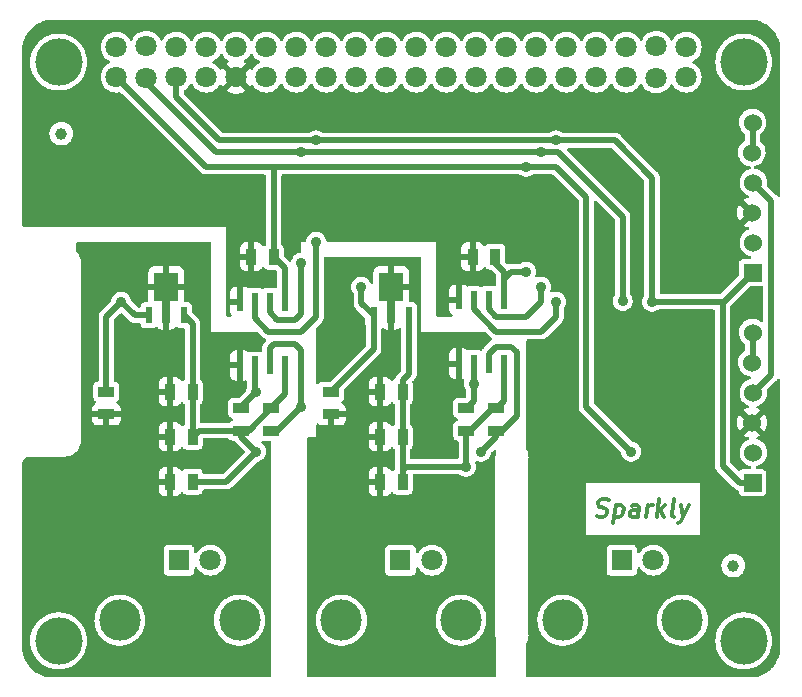
<source format=gbr>
%TF.GenerationSoftware,KiCad,Pcbnew,(6.0.0-0)*%
%TF.CreationDate,2022-01-12T23:13:02-08:00*%
%TF.ProjectId,tentacle-raspi,74656e74-6163-46c6-952d-72617370692e,1.0*%
%TF.SameCoordinates,Original*%
%TF.FileFunction,Copper,L2,Bot*%
%TF.FilePolarity,Positive*%
%FSLAX46Y46*%
G04 Gerber Fmt 4.6, Leading zero omitted, Abs format (unit mm)*
G04 Created by KiCad (PCBNEW (6.0.0-0)) date 2022-01-12 23:13:02*
%MOMM*%
%LPD*%
G01*
G04 APERTURE LIST*
%ADD10C,0.300000*%
%TA.AperFunction,NonConductor*%
%ADD11C,0.300000*%
%TD*%
%TA.AperFunction,ComponentPad*%
%ADD12C,4.000000*%
%TD*%
%TA.AperFunction,ComponentPad*%
%ADD13R,1.524000X1.524000*%
%TD*%
%TA.AperFunction,ComponentPad*%
%ADD14C,1.524000*%
%TD*%
%TA.AperFunction,ComponentPad*%
%ADD15C,3.500000*%
%TD*%
%TA.AperFunction,ComponentPad*%
%ADD16R,1.800000X1.800000*%
%TD*%
%TA.AperFunction,ComponentPad*%
%ADD17C,1.800000*%
%TD*%
%TA.AperFunction,SMDPad,CuDef*%
%ADD18R,0.889000X1.397000*%
%TD*%
%TA.AperFunction,SMDPad,CuDef*%
%ADD19R,1.397000X0.889000*%
%TD*%
%TA.AperFunction,SMDPad,CuDef*%
%ADD20R,0.570000X1.400000*%
%TD*%
%TA.AperFunction,SMDPad,CuDef*%
%ADD21R,2.000000X2.450000*%
%TD*%
%TA.AperFunction,SMDPad,CuDef*%
%ADD22R,0.650000X1.900000*%
%TD*%
%TA.AperFunction,SMDPad,CuDef*%
%ADD23R,0.600000X1.550000*%
%TD*%
%TA.AperFunction,SMDPad,CuDef*%
%ADD24C,1.000000*%
%TD*%
%TA.AperFunction,ViaPad*%
%ADD25C,0.889000*%
%TD*%
%TA.AperFunction,Conductor*%
%ADD26C,0.500000*%
%TD*%
G04 APERTURE END LIST*
D10*
D11*
X154541491Y-99413142D02*
X154746848Y-99484571D01*
X155103991Y-99484571D01*
X155255776Y-99413142D01*
X155336133Y-99341714D01*
X155425419Y-99198857D01*
X155443276Y-99056000D01*
X155389705Y-98913142D01*
X155327205Y-98841714D01*
X155193276Y-98770285D01*
X154916491Y-98698857D01*
X154782562Y-98627428D01*
X154720062Y-98556000D01*
X154666491Y-98413142D01*
X154684348Y-98270285D01*
X154773633Y-98127428D01*
X154853991Y-98056000D01*
X155005776Y-97984571D01*
X155362919Y-97984571D01*
X155568276Y-98056000D01*
X156157562Y-98484571D02*
X155970062Y-99984571D01*
X156148633Y-98556000D02*
X156300419Y-98484571D01*
X156586133Y-98484571D01*
X156720062Y-98556000D01*
X156782562Y-98627428D01*
X156836133Y-98770285D01*
X156782562Y-99198857D01*
X156693276Y-99341714D01*
X156612919Y-99413142D01*
X156461133Y-99484571D01*
X156175419Y-99484571D01*
X156041491Y-99413142D01*
X158032562Y-99484571D02*
X158130776Y-98698857D01*
X158077205Y-98556000D01*
X157943276Y-98484571D01*
X157657562Y-98484571D01*
X157505776Y-98556000D01*
X158041491Y-99413142D02*
X157889705Y-99484571D01*
X157532562Y-99484571D01*
X157398633Y-99413142D01*
X157345062Y-99270285D01*
X157362919Y-99127428D01*
X157452205Y-98984571D01*
X157603991Y-98913142D01*
X157961133Y-98913142D01*
X158112919Y-98841714D01*
X158746848Y-99484571D02*
X158871848Y-98484571D01*
X158836133Y-98770285D02*
X158925419Y-98627428D01*
X159005776Y-98556000D01*
X159157562Y-98484571D01*
X159300419Y-98484571D01*
X159675419Y-99484571D02*
X159862919Y-97984571D01*
X159889705Y-98913142D02*
X160246848Y-99484571D01*
X160371848Y-98484571D02*
X159728991Y-99056000D01*
X161103991Y-99484571D02*
X160970062Y-99413142D01*
X160916491Y-99270285D01*
X161077205Y-97984571D01*
X161657562Y-98484571D02*
X161889705Y-99484571D01*
X162371848Y-98484571D02*
X161889705Y-99484571D01*
X161702205Y-99841714D01*
X161621848Y-99913142D01*
X161470062Y-99984571D01*
D12*
%TO.P,PI_Board,*%
%TO.N,*%
X109000000Y-110000000D03*
X167000000Y-110000000D03*
X167000000Y-61000000D03*
X109000000Y-61000000D03*
%TD*%
D13*
%TO.P,P101,1,P1*%
%TO.N,/SCL*%
X167750000Y-78820000D03*
D14*
%TO.P,P101,2,P2*%
%TO.N,/SDA*%
X167813500Y-76280000D03*
%TO.P,P101,3,3*%
%TO.N,GND*%
X167686500Y-73740000D03*
%TO.P,P101,4,4*%
%TO.N,+3.3V*%
X167813500Y-71200000D03*
%TO.P,P101,5,5*%
%TO.N,Net-(P101-Pad5)*%
X167686500Y-68660000D03*
%TO.P,P101,6,6*%
X167750000Y-66120000D03*
%TD*%
D15*
%TO.P,P201,*%
%TO.N,*%
X114186500Y-108250000D03*
X124313500Y-108250000D03*
D16*
%TO.P,P201,1,In*%
%TO.N,Net-(P201-Pad1)*%
X119186500Y-103170000D03*
D17*
%TO.P,P201,2,Ext*%
%TO.N,Net-(P201-Pad2)*%
X121853500Y-103170000D03*
%TD*%
D15*
%TO.P,P301,*%
%TO.N,*%
X132936500Y-108250000D03*
X143063500Y-108250000D03*
D16*
%TO.P,P301,1,In*%
%TO.N,Net-(P301-Pad1)*%
X137936500Y-103170000D03*
D17*
%TO.P,P301,2,Ext*%
%TO.N,Net-(P301-Pad2)*%
X140603500Y-103170000D03*
%TD*%
D15*
%TO.P,P401,*%
%TO.N,*%
X161813500Y-108250000D03*
X151686500Y-108250000D03*
D16*
%TO.P,P401,1,In*%
%TO.N,Net-(P401-Pad1)*%
X156686500Y-103170000D03*
D17*
%TO.P,P401,2,Ext*%
%TO.N,Net-(P401-Pad2)*%
X159353500Y-103170000D03*
%TD*%
%TO.P,PI_BOARD101,1,3.3v*%
%TO.N,+3.3V*%
X113870000Y-62270000D03*
%TO.P,PI_BOARD101,2,5v*%
%TO.N,VCC*%
X113870000Y-59730000D03*
%TO.P,PI_BOARD101,3,GPIO02_(SDA_I2C)*%
%TO.N,/SDA*%
X116410000Y-62333500D03*
%TO.P,PI_BOARD101,4,5v*%
%TO.N,unconnected-(PI_BOARD101-Pad4)*%
X116410000Y-59666500D03*
%TO.P,PI_BOARD101,5,GPIO03_(SCL_I2C)*%
%TO.N,/SCL*%
X118950000Y-62270000D03*
%TO.P,PI_BOARD101,6,Ground*%
%TO.N,unconnected-(PI_BOARD101-Pad6)*%
X118950000Y-59730000D03*
%TO.P,PI_BOARD101,7,GPIO04_(GPIO_GCLK)*%
%TO.N,unconnected-(PI_BOARD101-Pad7)*%
X121490000Y-62270000D03*
%TO.P,PI_BOARD101,8,(TX_D0)_GPIO14*%
%TO.N,unconnected-(PI_BOARD101-Pad8)*%
X121490000Y-59730000D03*
%TO.P,PI_BOARD101,9,Ground*%
%TO.N,GND*%
X124030000Y-62270000D03*
%TO.P,PI_BOARD101,10,(RX_D0)_GPIO15*%
%TO.N,unconnected-(PI_BOARD101-Pad10)*%
X124030000Y-59730000D03*
%TO.P,PI_BOARD101,11,GPIO17_(GPIO_GEN0)*%
%TO.N,unconnected-(PI_BOARD101-Pad11)*%
X126570000Y-62270000D03*
%TO.P,PI_BOARD101,12,(GPIO_GEN1)_GPIO18*%
%TO.N,unconnected-(PI_BOARD101-Pad12)*%
X126570000Y-59730000D03*
%TO.P,PI_BOARD101,13,GPIO27_(GPIO_GEN2)*%
%TO.N,unconnected-(PI_BOARD101-Pad13)*%
X129110000Y-62270000D03*
%TO.P,PI_BOARD101,14,Ground*%
%TO.N,unconnected-(PI_BOARD101-Pad14)*%
X129110000Y-59730000D03*
%TO.P,PI_BOARD101,15,GPIO22_(GPIO_GEN3)*%
%TO.N,unconnected-(PI_BOARD101-Pad15)*%
X131650000Y-62270000D03*
%TO.P,PI_BOARD101,16,(GPIO_GEN4)_GPIO23*%
%TO.N,unconnected-(PI_BOARD101-Pad16)*%
X131650000Y-59730000D03*
%TO.P,PI_BOARD101,17,3.3v*%
%TO.N,unconnected-(PI_BOARD101-Pad17)*%
X134190000Y-62270000D03*
%TO.P,PI_BOARD101,18,(GPIO_GEN5)_GPIO24*%
%TO.N,unconnected-(PI_BOARD101-Pad18)*%
X134190000Y-59730000D03*
%TO.P,PI_BOARD101,19,GPIO10_(SPI_MOSI)*%
%TO.N,unconnected-(PI_BOARD101-Pad19)*%
X136730000Y-62270000D03*
%TO.P,PI_BOARD101,20,Ground*%
%TO.N,unconnected-(PI_BOARD101-Pad20)*%
X136730000Y-59730000D03*
%TO.P,PI_BOARD101,21,GPIO09_(SPI_MISO)*%
%TO.N,unconnected-(PI_BOARD101-Pad21)*%
X139270000Y-62270000D03*
%TO.P,PI_BOARD101,22,(GPIO_GEN6)_GPIO25*%
%TO.N,unconnected-(PI_BOARD101-Pad22)*%
X139270000Y-59730000D03*
%TO.P,PI_BOARD101,23,GPIO11_(SPI_CLK)*%
%TO.N,unconnected-(PI_BOARD101-Pad23)*%
X141810000Y-62270000D03*
%TO.P,PI_BOARD101,24,(SPI_CE0_N)_GPIO08*%
%TO.N,unconnected-(PI_BOARD101-Pad24)*%
X141810000Y-59730000D03*
%TO.P,PI_BOARD101,25,Ground*%
%TO.N,unconnected-(PI_BOARD101-Pad25)*%
X144350000Y-62270000D03*
%TO.P,PI_BOARD101,26,(SPI_CE1_N)_GPIO07*%
%TO.N,unconnected-(PI_BOARD101-Pad26)*%
X144350000Y-59730000D03*
%TO.P,PI_BOARD101,27,ID_SD_(I2C_id_eeprom)*%
%TO.N,unconnected-(PI_BOARD101-Pad27)*%
X146890000Y-62270000D03*
%TO.P,PI_BOARD101,28,(I2C_id_eeprom)_ID_SC*%
%TO.N,unconnected-(PI_BOARD101-Pad28)*%
X146890000Y-59730000D03*
%TO.P,PI_BOARD101,29,GPIO05*%
%TO.N,unconnected-(PI_BOARD101-Pad29)*%
X149430000Y-62270000D03*
%TO.P,PI_BOARD101,30,Ground*%
%TO.N,unconnected-(PI_BOARD101-Pad30)*%
X149430000Y-59730000D03*
%TO.P,PI_BOARD101,31,GPIO06*%
%TO.N,unconnected-(PI_BOARD101-Pad31)*%
X151970000Y-62270000D03*
%TO.P,PI_BOARD101,32,GPIO12*%
%TO.N,unconnected-(PI_BOARD101-Pad32)*%
X151970000Y-59730000D03*
%TO.P,PI_BOARD101,33,GPIO13*%
%TO.N,unconnected-(PI_BOARD101-Pad33)*%
X154510000Y-62270000D03*
%TO.P,PI_BOARD101,34,Ground*%
%TO.N,unconnected-(PI_BOARD101-Pad34)*%
X154510000Y-59730000D03*
%TO.P,PI_BOARD101,35,GPIO19*%
%TO.N,unconnected-(PI_BOARD101-Pad35)*%
X157050000Y-62270000D03*
%TO.P,PI_BOARD101,36,GPIO16*%
%TO.N,unconnected-(PI_BOARD101-Pad36)*%
X157050000Y-59730000D03*
%TO.P,PI_BOARD101,37,GPIO26*%
%TO.N,unconnected-(PI_BOARD101-Pad37)*%
X159590000Y-62333500D03*
%TO.P,PI_BOARD101,38,GPIO20*%
%TO.N,unconnected-(PI_BOARD101-Pad38)*%
X159590000Y-59666500D03*
%TO.P,PI_BOARD101,39,Ground*%
%TO.N,unconnected-(PI_BOARD101-Pad39)*%
X162130000Y-62270000D03*
%TO.P,PI_BOARD101,40,GPIO21*%
%TO.N,unconnected-(PI_BOARD101-Pad40)*%
X162130000Y-59730000D03*
%TD*%
D13*
%TO.P,P102,1,P1*%
%TO.N,/SCL*%
X167750000Y-96600000D03*
D14*
%TO.P,P102,2,P2*%
%TO.N,/SDA*%
X167813500Y-94060000D03*
%TO.P,P102,3,3*%
%TO.N,GND*%
X167686500Y-91520000D03*
%TO.P,P102,4,4*%
%TO.N,+3.3V*%
X167813500Y-88980000D03*
%TO.P,P102,5,5*%
%TO.N,Net-(P102-Pad5)*%
X167686500Y-86440000D03*
%TO.P,P102,6,6*%
X167750000Y-83900000D03*
%TD*%
D18*
%TO.P,C201,1*%
%TO.N,GND_ISO2*%
X118427500Y-92710000D03*
%TO.P,C201,2*%
%TO.N,V_ISO2*%
X120332500Y-92710000D03*
%TD*%
D19*
%TO.P,C202,1*%
%TO.N,GND_ISO2*%
X113030000Y-90805000D03*
%TO.P,C202,2*%
%TO.N,Net-(C202-Pad2)*%
X113030000Y-88900000D03*
%TD*%
D18*
%TO.P,C203,1*%
%TO.N,GND_ISO2*%
X118427500Y-88900000D03*
%TO.P,C203,2*%
%TO.N,V_ISO2*%
X120332500Y-88900000D03*
%TD*%
%TO.P,C204,1*%
%TO.N,GND_ISO2*%
X118427500Y-96520000D03*
%TO.P,C204,2*%
%TO.N,V_ISO2*%
X120332500Y-96520000D03*
%TD*%
%TO.P,C205,1*%
%TO.N,+3.3V*%
X127202500Y-77470000D03*
%TO.P,C205,2*%
%TO.N,GND*%
X125297500Y-77470000D03*
%TD*%
%TO.P,C301,1*%
%TO.N,GND_ISO3*%
X136207500Y-92710000D03*
%TO.P,C301,2*%
%TO.N,V_ISO3*%
X138112500Y-92710000D03*
%TD*%
D19*
%TO.P,C302,1*%
%TO.N,GND_ISO3*%
X132080000Y-90805000D03*
%TO.P,C302,2*%
%TO.N,Net-(C302-Pad2)*%
X132080000Y-88900000D03*
%TD*%
D18*
%TO.P,C303,1*%
%TO.N,GND_ISO3*%
X136207500Y-88900000D03*
%TO.P,C303,2*%
%TO.N,V_ISO3*%
X138112500Y-88900000D03*
%TD*%
%TO.P,C304,1*%
%TO.N,GND_ISO3*%
X136207500Y-96520000D03*
%TO.P,C304,2*%
%TO.N,V_ISO3*%
X138112500Y-96520000D03*
%TD*%
%TO.P,C305,1*%
%TO.N,+3.3V*%
X145952500Y-77470000D03*
%TO.P,C305,2*%
%TO.N,GND*%
X144047500Y-77470000D03*
%TD*%
D19*
%TO.P,R201,1*%
%TO.N,V_ISO2*%
X124460000Y-92202500D03*
%TO.P,R201,2*%
%TO.N,Net-(R201-Pad2)*%
X124460000Y-90297500D03*
%TD*%
%TO.P,R202,1*%
%TO.N,V_ISO2*%
X127000000Y-90297500D03*
%TO.P,R202,2*%
%TO.N,Net-(R202-Pad2)*%
X127000000Y-92202500D03*
%TD*%
%TO.P,R301,1*%
%TO.N,V_ISO3*%
X143510000Y-92202500D03*
%TO.P,R301,2*%
%TO.N,Net-(R301-Pad2)*%
X143510000Y-90297500D03*
%TD*%
%TO.P,R302,1*%
%TO.N,V_ISO3*%
X146050000Y-90297500D03*
%TO.P,R302,2*%
%TO.N,Net-(R302-Pad2)*%
X146050000Y-92202500D03*
%TD*%
D20*
%TO.P,REG201,1,Vout*%
%TO.N,V_ISO2*%
X119610000Y-82435000D03*
D21*
%TO.P,REG201,2,GND*%
%TO.N,GND_ISO2*%
X118110000Y-80010000D03*
D22*
X118110000Y-82185000D03*
D20*
%TO.P,REG201,3,Vin*%
%TO.N,Net-(C202-Pad2)*%
X116610000Y-82435000D03*
%TD*%
%TO.P,REG301,1,Vout*%
%TO.N,V_ISO3*%
X138660000Y-82435000D03*
D22*
%TO.P,REG301,2,GND*%
%TO.N,GND_ISO3*%
X137160000Y-82185000D03*
D21*
X137160000Y-80010000D03*
D20*
%TO.P,REG301,3,Vin*%
%TO.N,Net-(C302-Pad2)*%
X135660000Y-82435000D03*
%TD*%
D23*
%TO.P,SIG_ISO301,1,AVCC*%
%TO.N,V_ISO3*%
X146685000Y-86520000D03*
%TO.P,SIG_ISO301,2,ASDA*%
%TO.N,Net-(R302-Pad2)*%
X145415000Y-86520000D03*
%TO.P,SIG_ISO301,3,ASCL*%
%TO.N,Net-(R301-Pad2)*%
X144145000Y-86520000D03*
%TO.P,SIG_ISO301,4,AGND*%
%TO.N,GND_ISO3*%
X142875000Y-86520000D03*
%TO.P,SIG_ISO301,5,BGND*%
%TO.N,GND*%
X142875000Y-81120000D03*
%TO.P,SIG_ISO301,6,BSCL*%
%TO.N,/SCL*%
X144145000Y-81120000D03*
%TO.P,SIG_ISO301,7,BSDA*%
%TO.N,/SDA*%
X145415000Y-81120000D03*
%TO.P,SIG_ISO301,8,BVCC*%
%TO.N,+3.3V*%
X146685000Y-81120000D03*
%TD*%
%TO.P,SIG_ISO201,1,AVCC*%
%TO.N,V_ISO2*%
X128155000Y-86680000D03*
%TO.P,SIG_ISO201,2,ASDA*%
%TO.N,Net-(R202-Pad2)*%
X126885000Y-86680000D03*
%TO.P,SIG_ISO201,3,ASCL*%
%TO.N,Net-(R201-Pad2)*%
X125615000Y-86680000D03*
%TO.P,SIG_ISO201,4,AGND*%
%TO.N,GND_ISO2*%
X124345000Y-86680000D03*
%TO.P,SIG_ISO201,5,BGND*%
%TO.N,GND*%
X124345000Y-81280000D03*
%TO.P,SIG_ISO201,6,BSCL*%
%TO.N,/SCL*%
X125615000Y-81280000D03*
%TO.P,SIG_ISO201,7,BSDA*%
%TO.N,/SDA*%
X126885000Y-81280000D03*
%TO.P,SIG_ISO201,8,BVCC*%
%TO.N,+3.3V*%
X128155000Y-81280000D03*
%TD*%
D24*
%TO.P,fiducial,1*%
%TO.N,N/C*%
X109220000Y-67056000D03*
%TD*%
%TO.P,fiducial,1*%
%TO.N,N/C*%
X166116000Y-103632000D03*
%TD*%
D25*
%TO.N,+3.3V*%
X148590000Y-78740000D03*
X157480000Y-93980000D03*
X148590000Y-69850000D03*
%TO.N,GND*%
X120650000Y-71628000D03*
X123190000Y-73914000D03*
X139250000Y-71628000D03*
X139250000Y-73660000D03*
X146050000Y-64770000D03*
X111760000Y-71120000D03*
X142494000Y-73660000D03*
X146050000Y-73660000D03*
X123190000Y-71628000D03*
X125730000Y-71628000D03*
X144018000Y-64770000D03*
X120650000Y-73914000D03*
X154940000Y-81280000D03*
%TO.N,GND_ISO2*%
X111760000Y-81280000D03*
%TO.N,V_ISO2*%
X125730000Y-93980000D03*
%TO.N,Net-(C202-Pad2)*%
X114300000Y-81280000D03*
%TO.N,Net-(C302-Pad2)*%
X134620000Y-80010000D03*
%TO.N,Net-(R201-Pad2)*%
X125730000Y-88900000D03*
%TO.N,Net-(R202-Pad2)*%
X129540000Y-90170000D03*
%TO.N,Net-(R301-Pad2)*%
X144145000Y-88265000D03*
%TO.N,Net-(R302-Pad2)*%
X144780000Y-93980000D03*
%TO.N,GND_ISO3*%
X133350000Y-81280000D03*
%TO.N,V_ISO3*%
X143510000Y-95250000D03*
%TO.N,/SDA*%
X149860000Y-68580000D03*
X129540000Y-77978000D03*
X129540000Y-68580000D03*
X156750000Y-81207600D03*
X149860000Y-80010000D03*
%TO.N,/SCL*%
X151130000Y-67625000D03*
X159250000Y-81280000D03*
X130810000Y-76200000D03*
X151130000Y-81280000D03*
X130810000Y-67625000D03*
%TD*%
D26*
%TO.N,+3.3V*%
X167813500Y-71213500D02*
X169325000Y-72725000D01*
X169325000Y-72725000D02*
X169325000Y-87468500D01*
X169325000Y-87468500D02*
X167813500Y-88980000D01*
X151130000Y-69850000D02*
X128190000Y-69850000D01*
X157480000Y-93980000D02*
X153670000Y-90170000D01*
X153670000Y-72390000D02*
X151130000Y-69850000D01*
X128155000Y-81280000D02*
X128155000Y-78422500D01*
X145952500Y-78007500D02*
X145952500Y-77470000D01*
X146685000Y-78740000D02*
X145952500Y-78007500D01*
X127202500Y-77470000D02*
X127202500Y-70052500D01*
X121450000Y-69850000D02*
X113870000Y-62270000D01*
X146685000Y-81120000D02*
X146685000Y-79375000D01*
X167813500Y-71200000D02*
X167813500Y-71213500D01*
X146685000Y-79375000D02*
X147320000Y-78740000D01*
X146685000Y-81120000D02*
X146685000Y-78740000D01*
X128155000Y-78422500D02*
X127202500Y-77470000D01*
X127000000Y-69850000D02*
X121450000Y-69850000D01*
X128270000Y-69850000D02*
X127000000Y-69850000D01*
X127202500Y-70052500D02*
X127000000Y-69850000D01*
X147320000Y-78740000D02*
X148590000Y-78740000D01*
X153670000Y-90170000D02*
X153670000Y-72390000D01*
%TO.N,GND*%
X142494000Y-73660000D02*
X146050000Y-73660000D01*
X123190000Y-73914000D02*
X123190000Y-71628000D01*
X139250000Y-71628000D02*
X139250000Y-73660000D01*
X120650000Y-71628000D02*
X120650000Y-73914000D01*
%TO.N,V_ISO2*%
X128155000Y-89142500D02*
X127000000Y-90297500D01*
X124460000Y-92202500D02*
X120840000Y-92202500D01*
X120332500Y-88900000D02*
X120332500Y-83157500D01*
X123190000Y-96520000D02*
X125730000Y-93980000D01*
X125095000Y-92202500D02*
X127000000Y-90297500D01*
X124460000Y-92202500D02*
X125095000Y-92202500D01*
X124460000Y-92202500D02*
X124460000Y-92710000D01*
X120332500Y-83157500D02*
X119610000Y-82435000D01*
X120840000Y-92202500D02*
X120332500Y-92710000D01*
X124460000Y-92710000D02*
X125730000Y-93980000D01*
X120332500Y-96520000D02*
X123190000Y-96520000D01*
X120332500Y-92710000D02*
X120332500Y-88900000D01*
X128155000Y-86680000D02*
X128155000Y-89142500D01*
%TO.N,Net-(C202-Pad2)*%
X115455000Y-82435000D02*
X114300000Y-81280000D01*
X116610000Y-82435000D02*
X115455000Y-82435000D01*
X113030000Y-88900000D02*
X113030000Y-82550000D01*
X113030000Y-82550000D02*
X114300000Y-81280000D01*
%TO.N,Net-(C302-Pad2)*%
X135660000Y-82435000D02*
X135660000Y-85320000D01*
X134620000Y-80010000D02*
X134620000Y-81395000D01*
X134620000Y-81395000D02*
X135660000Y-82435000D01*
X135660000Y-85320000D02*
X132080000Y-88900000D01*
%TO.N,Net-(P101-Pad5)*%
X167750000Y-68596500D02*
X167686500Y-68660000D01*
X167750000Y-66120000D02*
X167750000Y-68596500D01*
%TO.N,Net-(R201-Pad2)*%
X124460000Y-90297500D02*
X124460000Y-90170000D01*
X125615000Y-86680000D02*
X125615000Y-88785000D01*
X124460000Y-90170000D02*
X125730000Y-88900000D01*
X125615000Y-88785000D02*
X125730000Y-88900000D01*
%TO.N,Net-(R202-Pad2)*%
X129540000Y-90170000D02*
X129540000Y-85344000D01*
X127507500Y-92202500D02*
X129540000Y-90170000D01*
X129540000Y-85344000D02*
X129032000Y-84836000D01*
X127254000Y-84836000D02*
X126885000Y-85205000D01*
X126885000Y-85205000D02*
X126885000Y-86680000D01*
X127000000Y-92202500D02*
X127507500Y-92202500D01*
X129032000Y-84836000D02*
X127254000Y-84836000D01*
%TO.N,Net-(R301-Pad2)*%
X143510000Y-90297500D02*
X144145000Y-89662500D01*
X144145000Y-89662500D02*
X144145000Y-88265000D01*
X144145000Y-88265000D02*
X144145000Y-86520000D01*
%TO.N,Net-(R302-Pad2)*%
X146050000Y-92710000D02*
X146050000Y-92202500D01*
X147828000Y-90932000D02*
X146557500Y-92202500D01*
X145415000Y-85707978D02*
X146032978Y-85090000D01*
X147828000Y-85580978D02*
X147828000Y-90932000D01*
X146032978Y-85090000D02*
X147337022Y-85090000D01*
X144780000Y-93980000D02*
X146050000Y-92710000D01*
X145415000Y-86520000D02*
X145415000Y-85707978D01*
X146557500Y-92202500D02*
X146050000Y-92202500D01*
X147337022Y-85090000D02*
X147828000Y-85580978D01*
%TO.N,V_ISO3*%
X138112500Y-88900000D02*
X138112500Y-92710000D01*
X138112500Y-87947500D02*
X138660000Y-87400000D01*
X138660000Y-87400000D02*
X138660000Y-82435000D01*
X143827250Y-92202500D02*
X145732250Y-90297500D01*
X143510000Y-92202500D02*
X143827250Y-92202500D01*
X146685000Y-89662500D02*
X146685000Y-86520000D01*
X145732250Y-90297500D02*
X146050000Y-90297500D01*
X138430000Y-95250000D02*
X138112500Y-95567500D01*
X138112500Y-95567500D02*
X138112500Y-96520000D01*
X138112500Y-88900000D02*
X138112500Y-87947500D01*
X143510000Y-95250000D02*
X138430000Y-95250000D01*
X138112500Y-96520000D02*
X138112500Y-92710000D01*
X143510000Y-95250000D02*
X143510000Y-92202500D01*
X146050000Y-90297500D02*
X146685000Y-89662500D01*
%TO.N,/SDA*%
X149860000Y-80010000D02*
X149860000Y-81280000D01*
X156750000Y-74075000D02*
X156750000Y-81207600D01*
X116410000Y-62685000D02*
X116410000Y-62333500D01*
X145415000Y-81915000D02*
X145415000Y-81120000D01*
X151255000Y-68580000D02*
X156750000Y-74075000D01*
X146050000Y-82550000D02*
X145415000Y-81915000D01*
X148590000Y-82550000D02*
X146050000Y-82550000D01*
X129540000Y-82296000D02*
X129032000Y-82804000D01*
X129540000Y-68580000D02*
X151255000Y-68580000D01*
X127508000Y-82804000D02*
X126885000Y-82181000D01*
X129540000Y-68580000D02*
X122305000Y-68580000D01*
X129540000Y-77978000D02*
X129540000Y-82296000D01*
X126885000Y-82181000D02*
X126885000Y-81280000D01*
X129032000Y-82804000D02*
X127508000Y-82804000D01*
X149860000Y-81280000D02*
X148590000Y-82550000D01*
X122305000Y-68580000D02*
X116410000Y-62685000D01*
%TO.N,/SCL*%
X165210000Y-95160000D02*
X166650000Y-96600000D01*
X166650000Y-96600000D02*
X167750000Y-96600000D01*
X130810000Y-82550000D02*
X129540000Y-83820000D01*
X126746000Y-83820000D02*
X125615000Y-82689000D01*
X118950000Y-63975000D02*
X118950000Y-62270000D01*
X167750000Y-78820000D02*
X165290000Y-81280000D01*
X130810000Y-76200000D02*
X130810000Y-82550000D01*
X122600000Y-67625000D02*
X118950000Y-63975000D01*
X151130000Y-82550000D02*
X149860000Y-83820000D01*
X156075000Y-67625000D02*
X151130000Y-67625000D01*
X130810000Y-67625000D02*
X151130000Y-67625000D01*
X151130000Y-81280000D02*
X151130000Y-82550000D01*
X159250000Y-81280000D02*
X159250000Y-70800000D01*
X129540000Y-83820000D02*
X126746000Y-83820000D01*
X125615000Y-82689000D02*
X125615000Y-81280000D01*
X144145000Y-81915000D02*
X144145000Y-81120000D01*
X159250000Y-70800000D02*
X156075000Y-67625000D01*
X165210000Y-81390000D02*
X165210000Y-95160000D01*
X165290000Y-81280000D02*
X159250000Y-81280000D01*
X130810000Y-67625000D02*
X122600000Y-67625000D01*
X146050000Y-83820000D02*
X144145000Y-81915000D01*
X149860000Y-83820000D02*
X146050000Y-83820000D01*
%TO.N,Net-(P102-Pad5)*%
X167750000Y-86376500D02*
X167686500Y-86440000D01*
X167750000Y-83900000D02*
X167750000Y-86376500D01*
%TD*%
%TA.AperFunction,Conductor*%
%TO.N,GND*%
G36*
X155821423Y-68295652D02*
G01*
X155842397Y-68312555D01*
X158562445Y-71032603D01*
X158596471Y-71094915D01*
X158599350Y-71121698D01*
X158599350Y-80691197D01*
X158579348Y-80759318D01*
X158566986Y-80775507D01*
X158562493Y-80780497D01*
X158473665Y-80934353D01*
X158418765Y-81103316D01*
X158400195Y-81280000D01*
X158400885Y-81286565D01*
X158411499Y-81387548D01*
X158418765Y-81456684D01*
X158473665Y-81625647D01*
X158476968Y-81631368D01*
X158559190Y-81773783D01*
X158559193Y-81773787D01*
X158562493Y-81779503D01*
X158566911Y-81784410D01*
X158566912Y-81784411D01*
X158667812Y-81896471D01*
X158681369Y-81911528D01*
X158825097Y-82015953D01*
X158831125Y-82018637D01*
X158831127Y-82018638D01*
X158981365Y-82085528D01*
X158987396Y-82088213D01*
X159073383Y-82106490D01*
X159154714Y-82123778D01*
X159154718Y-82123778D01*
X159161171Y-82125150D01*
X159338829Y-82125150D01*
X159345282Y-82123778D01*
X159345286Y-82123778D01*
X159426617Y-82106490D01*
X159512604Y-82088213D01*
X159518635Y-82085528D01*
X159668873Y-82018638D01*
X159668875Y-82018637D01*
X159674903Y-82015953D01*
X159759191Y-81954714D01*
X159826059Y-81930856D01*
X159833252Y-81930650D01*
X164433350Y-81930650D01*
X164501471Y-81950652D01*
X164547964Y-82004308D01*
X164559350Y-82056650D01*
X164559350Y-95078982D01*
X164558801Y-95090621D01*
X164557089Y-95098282D01*
X164557338Y-95106208D01*
X164557338Y-95106209D01*
X164559288Y-95168251D01*
X164559350Y-95172209D01*
X164559350Y-95200932D01*
X164559845Y-95204848D01*
X164559845Y-95204850D01*
X164559889Y-95205194D01*
X164560822Y-95217037D01*
X164562253Y-95262593D01*
X164564466Y-95270209D01*
X164568133Y-95282833D01*
X164572141Y-95302186D01*
X164574783Y-95323096D01*
X164577701Y-95330466D01*
X164577702Y-95330470D01*
X164591557Y-95365464D01*
X164595402Y-95376693D01*
X164608117Y-95420458D01*
X164612153Y-95427282D01*
X164612153Y-95427283D01*
X164618846Y-95438601D01*
X164627542Y-95456352D01*
X164635300Y-95475944D01*
X164653586Y-95501112D01*
X164662086Y-95512812D01*
X164668600Y-95522729D01*
X164691800Y-95561958D01*
X164706700Y-95576858D01*
X164719540Y-95591891D01*
X164731927Y-95608940D01*
X164738031Y-95613990D01*
X164738036Y-95613995D01*
X164767045Y-95637993D01*
X164775825Y-95645983D01*
X166132626Y-97002784D01*
X166140476Y-97011411D01*
X166144681Y-97018036D01*
X166194081Y-97064425D01*
X166195713Y-97065958D01*
X166198555Y-97068713D01*
X166218865Y-97089023D01*
X166221991Y-97091448D01*
X166222005Y-97091460D01*
X166222281Y-97091674D01*
X166231305Y-97099381D01*
X166255267Y-97121883D01*
X166264518Y-97130570D01*
X166271462Y-97134387D01*
X166271464Y-97134389D01*
X166282985Y-97140723D01*
X166299509Y-97151577D01*
X166316160Y-97164493D01*
X166357986Y-97182593D01*
X166368644Y-97187814D01*
X166408576Y-97209767D01*
X166416249Y-97211737D01*
X166416251Y-97211738D01*
X166428987Y-97215008D01*
X166447688Y-97221411D01*
X166459754Y-97226632D01*
X166459756Y-97226633D01*
X166467032Y-97229781D01*
X166474862Y-97231021D01*
X166474861Y-97231021D01*
X166481060Y-97232003D01*
X166545213Y-97262415D01*
X166582740Y-97322683D01*
X166587350Y-97356452D01*
X166587350Y-97393530D01*
X166602210Y-97487351D01*
X166606711Y-97496185D01*
X166606712Y-97496188D01*
X166630300Y-97542481D01*
X166659827Y-97600432D01*
X166749568Y-97690173D01*
X166807519Y-97719700D01*
X166853812Y-97743288D01*
X166853815Y-97743289D01*
X166862649Y-97747790D01*
X166956470Y-97762650D01*
X168543530Y-97762650D01*
X168637351Y-97747790D01*
X168646185Y-97743289D01*
X168646188Y-97743288D01*
X168692481Y-97719700D01*
X168750432Y-97690173D01*
X168840173Y-97600432D01*
X168869700Y-97542481D01*
X168893288Y-97496188D01*
X168893289Y-97496185D01*
X168897790Y-97487351D01*
X168912650Y-97393530D01*
X168912650Y-95806470D01*
X168897790Y-95712649D01*
X168893289Y-95703815D01*
X168893288Y-95703812D01*
X168859751Y-95637993D01*
X168840173Y-95599568D01*
X168750432Y-95509827D01*
X168669462Y-95468571D01*
X168646188Y-95456712D01*
X168646185Y-95456711D01*
X168637351Y-95452210D01*
X168543530Y-95437350D01*
X168136395Y-95437350D01*
X168068274Y-95417348D01*
X168021781Y-95363692D01*
X168011677Y-95293418D01*
X168041171Y-95228838D01*
X168095894Y-95192037D01*
X168282946Y-95128542D01*
X168282951Y-95128540D01*
X168288418Y-95126684D01*
X168324979Y-95106209D01*
X168469806Y-95025102D01*
X168469810Y-95025099D01*
X168474853Y-95022275D01*
X168639140Y-94885640D01*
X168775775Y-94721353D01*
X168778599Y-94716310D01*
X168778602Y-94716306D01*
X168877360Y-94539961D01*
X168877361Y-94539959D01*
X168880184Y-94534918D01*
X168882040Y-94529451D01*
X168882042Y-94529446D01*
X168947013Y-94338047D01*
X168947014Y-94338042D01*
X168948869Y-94332578D01*
X168955736Y-94285223D01*
X168978998Y-94124783D01*
X168979531Y-94121109D01*
X168981131Y-94060000D01*
X168966901Y-93905138D01*
X168962108Y-93852970D01*
X168962107Y-93852967D01*
X168961579Y-93847216D01*
X168933766Y-93748599D01*
X168905145Y-93647117D01*
X168905144Y-93647115D01*
X168903577Y-93641558D01*
X168892296Y-93618681D01*
X168811624Y-93455095D01*
X168809069Y-93449914D01*
X168797192Y-93434008D01*
X168684672Y-93283326D01*
X168684671Y-93283325D01*
X168681219Y-93278702D01*
X168532401Y-93141136D01*
X168528549Y-93137575D01*
X168528546Y-93137573D01*
X168524309Y-93133656D01*
X168343593Y-93019633D01*
X168146582Y-92941033D01*
X168090723Y-92897213D01*
X168067423Y-92830149D01*
X168084079Y-92761134D01*
X168140023Y-92709809D01*
X168318945Y-92626376D01*
X168328431Y-92620898D01*
X168372264Y-92590207D01*
X168380639Y-92579729D01*
X168373571Y-92566281D01*
X167699312Y-91892022D01*
X167685368Y-91884408D01*
X167683535Y-91884539D01*
X167676920Y-91888790D01*
X166998707Y-92567003D01*
X166992277Y-92578777D01*
X167001574Y-92590793D01*
X167044569Y-92620898D01*
X167054055Y-92626376D01*
X167245493Y-92715645D01*
X167255782Y-92719390D01*
X167354785Y-92745918D01*
X167415407Y-92782870D01*
X167446429Y-92846731D01*
X167438000Y-92917225D01*
X167392797Y-92971972D01*
X167365784Y-92985837D01*
X167310822Y-93006113D01*
X167305861Y-93009065D01*
X167305860Y-93009065D01*
X167161650Y-93094862D01*
X167127184Y-93115367D01*
X166966530Y-93256256D01*
X166962959Y-93260786D01*
X166873708Y-93374001D01*
X166834242Y-93424063D01*
X166734750Y-93613167D01*
X166671385Y-93817236D01*
X166646269Y-94029435D01*
X166660244Y-94242658D01*
X166661665Y-94248254D01*
X166661666Y-94248259D01*
X166696951Y-94387189D01*
X166712843Y-94449763D01*
X166715260Y-94455006D01*
X166789206Y-94615407D01*
X166802302Y-94643815D01*
X166925626Y-94818316D01*
X167078686Y-94967420D01*
X167256355Y-95086134D01*
X167261658Y-95088412D01*
X167261661Y-95088414D01*
X167447375Y-95168203D01*
X167452682Y-95170483D01*
X167516808Y-95184993D01*
X167532115Y-95188457D01*
X167594142Y-95223000D01*
X167627646Y-95285593D01*
X167621992Y-95356365D01*
X167578973Y-95412844D01*
X167512248Y-95437099D01*
X167504307Y-95437350D01*
X166956470Y-95437350D01*
X166862649Y-95452210D01*
X166853815Y-95456711D01*
X166853812Y-95456712D01*
X166830538Y-95468571D01*
X166749568Y-95509827D01*
X166703871Y-95555524D01*
X166641562Y-95589549D01*
X166570746Y-95584485D01*
X166525682Y-95555524D01*
X165897555Y-94927397D01*
X165863529Y-94865085D01*
X165860650Y-94838302D01*
X165860650Y-91525475D01*
X166412128Y-91525475D01*
X166430538Y-91735896D01*
X166432441Y-91746691D01*
X166487109Y-91950715D01*
X166490855Y-91961007D01*
X166580123Y-92152441D01*
X166585603Y-92161932D01*
X166616294Y-92205765D01*
X166626771Y-92214140D01*
X166640218Y-92207072D01*
X167314478Y-91532812D01*
X167320856Y-91521132D01*
X168050908Y-91521132D01*
X168051039Y-91522965D01*
X168055290Y-91529580D01*
X168733503Y-92207793D01*
X168745277Y-92214223D01*
X168757293Y-92204926D01*
X168787397Y-92161932D01*
X168792877Y-92152441D01*
X168882145Y-91961007D01*
X168885891Y-91950715D01*
X168940559Y-91746691D01*
X168942462Y-91735896D01*
X168960872Y-91525475D01*
X168960872Y-91514525D01*
X168942462Y-91304104D01*
X168940559Y-91293309D01*
X168885891Y-91089285D01*
X168882145Y-91078993D01*
X168792877Y-90887559D01*
X168787397Y-90878068D01*
X168756706Y-90834235D01*
X168746229Y-90825860D01*
X168732782Y-90832928D01*
X168058522Y-91507188D01*
X168050908Y-91521132D01*
X167320856Y-91521132D01*
X167322092Y-91518868D01*
X167321961Y-91517035D01*
X167317710Y-91510420D01*
X166639497Y-90832207D01*
X166627723Y-90825777D01*
X166615707Y-90835074D01*
X166585603Y-90878068D01*
X166580123Y-90887559D01*
X166490855Y-91078993D01*
X166487109Y-91089285D01*
X166432441Y-91293309D01*
X166430538Y-91304104D01*
X166412128Y-91514525D01*
X166412128Y-91525475D01*
X165860650Y-91525475D01*
X165860650Y-81681698D01*
X165880652Y-81613577D01*
X165897555Y-81592603D01*
X167470603Y-80019555D01*
X167532915Y-79985529D01*
X167559698Y-79982650D01*
X168543530Y-79982650D01*
X168543530Y-79983722D01*
X168607952Y-79997259D01*
X168658508Y-80047105D01*
X168674350Y-80108271D01*
X168674350Y-82882991D01*
X168654348Y-82951112D01*
X168600692Y-82997605D01*
X168530418Y-83007709D01*
X168470948Y-82979385D01*
X168469636Y-82981095D01*
X168465049Y-82977576D01*
X168460809Y-82973656D01*
X168280093Y-82859633D01*
X168081625Y-82780452D01*
X168075965Y-82779326D01*
X168075961Y-82779325D01*
X167877718Y-82739892D01*
X167877715Y-82739892D01*
X167872051Y-82738765D01*
X167866276Y-82738689D01*
X167866272Y-82738689D01*
X167759187Y-82737288D01*
X167658389Y-82735968D01*
X167652692Y-82736947D01*
X167652691Y-82736947D01*
X167563337Y-82752301D01*
X167447795Y-82772155D01*
X167247322Y-82846113D01*
X167242361Y-82849065D01*
X167242360Y-82849065D01*
X167142756Y-82908324D01*
X167063684Y-82955367D01*
X166903030Y-83096256D01*
X166770742Y-83264063D01*
X166671250Y-83453167D01*
X166607885Y-83657236D01*
X166582769Y-83869435D01*
X166596744Y-84082658D01*
X166598165Y-84088254D01*
X166598166Y-84088259D01*
X166647922Y-84284168D01*
X166649343Y-84289763D01*
X166651760Y-84295006D01*
X166702446Y-84404952D01*
X166738802Y-84483815D01*
X166742135Y-84488531D01*
X166857390Y-84651614D01*
X166862126Y-84658316D01*
X167015186Y-84807420D01*
X167019991Y-84810631D01*
X167019994Y-84810633D01*
X167043351Y-84826239D01*
X167088879Y-84880716D01*
X167099350Y-84931005D01*
X167099350Y-85364719D01*
X167079348Y-85432840D01*
X167037774Y-85473003D01*
X167000184Y-85495367D01*
X166839530Y-85636256D01*
X166707242Y-85804063D01*
X166607750Y-85993167D01*
X166544385Y-86197236D01*
X166519269Y-86409435D01*
X166533244Y-86622658D01*
X166534665Y-86628254D01*
X166534666Y-86628259D01*
X166584422Y-86824168D01*
X166585843Y-86829763D01*
X166675302Y-87023815D01*
X166798626Y-87198316D01*
X166951686Y-87347420D01*
X167129355Y-87466134D01*
X167134658Y-87468412D01*
X167134661Y-87468414D01*
X167265128Y-87524467D01*
X167325682Y-87550483D01*
X167534094Y-87597642D01*
X167538428Y-87597812D01*
X167602927Y-87626344D01*
X167642020Y-87685609D01*
X167642865Y-87756601D01*
X167605196Y-87816780D01*
X167542895Y-87846725D01*
X167538857Y-87847419D01*
X167511295Y-87852155D01*
X167310822Y-87926113D01*
X167305861Y-87929065D01*
X167305860Y-87929065D01*
X167210374Y-87985874D01*
X167127184Y-88035367D01*
X166966530Y-88176256D01*
X166834242Y-88344063D01*
X166734750Y-88533167D01*
X166671385Y-88737236D01*
X166646269Y-88949435D01*
X166660244Y-89162658D01*
X166661665Y-89168254D01*
X166661666Y-89168259D01*
X166711422Y-89364168D01*
X166712843Y-89369763D01*
X166802302Y-89563815D01*
X166805635Y-89568531D01*
X166886604Y-89683100D01*
X166925626Y-89738316D01*
X167078686Y-89887420D01*
X167256355Y-90006134D01*
X167261658Y-90008412D01*
X167261661Y-90008414D01*
X167373096Y-90056290D01*
X167427789Y-90101558D01*
X167449326Y-90169209D01*
X167430869Y-90237765D01*
X167378278Y-90285459D01*
X167355969Y-90293765D01*
X167255785Y-90320609D01*
X167245493Y-90324355D01*
X167054059Y-90413623D01*
X167044568Y-90419103D01*
X167000735Y-90449794D01*
X166992360Y-90460271D01*
X166999428Y-90473718D01*
X167673688Y-91147978D01*
X167687632Y-91155592D01*
X167689465Y-91155461D01*
X167696080Y-91151210D01*
X168374293Y-90472997D01*
X168380723Y-90461223D01*
X168371426Y-90449207D01*
X168328431Y-90419102D01*
X168318945Y-90413624D01*
X168135116Y-90327903D01*
X168081831Y-90280985D01*
X168062370Y-90212708D01*
X168082912Y-90144748D01*
X168136935Y-90098683D01*
X168147861Y-90094396D01*
X168184905Y-90081822D01*
X168282946Y-90048542D01*
X168282951Y-90048540D01*
X168288418Y-90046684D01*
X168293461Y-90043860D01*
X168469806Y-89945102D01*
X168469810Y-89945099D01*
X168474853Y-89942275D01*
X168639140Y-89805640D01*
X168775775Y-89641353D01*
X168778599Y-89636310D01*
X168778602Y-89636306D01*
X168877360Y-89459961D01*
X168877361Y-89459959D01*
X168880184Y-89454918D01*
X168882040Y-89449451D01*
X168882042Y-89449446D01*
X168947013Y-89258047D01*
X168947014Y-89258042D01*
X168948869Y-89252578D01*
X168979531Y-89041109D01*
X168981131Y-88980000D01*
X168965712Y-88812194D01*
X168979397Y-88742529D01*
X169002088Y-88711570D01*
X169727784Y-87985874D01*
X169736411Y-87978024D01*
X169743036Y-87973819D01*
X169790959Y-87922786D01*
X169793713Y-87919945D01*
X169814022Y-87899636D01*
X169816447Y-87896510D01*
X169816459Y-87896496D01*
X169816673Y-87896220D01*
X169824380Y-87887196D01*
X169850145Y-87859759D01*
X169855570Y-87853982D01*
X169859560Y-87846725D01*
X169863436Y-87839675D01*
X169913782Y-87789617D01*
X169983199Y-87774724D01*
X170049648Y-87799726D01*
X170092031Y-87856683D01*
X170099850Y-87900377D01*
X170099850Y-110458589D01*
X170098299Y-110478299D01*
X170094862Y-110500000D01*
X170096413Y-110509793D01*
X170096413Y-110509798D01*
X170096435Y-110509937D01*
X170097788Y-110536707D01*
X170083900Y-110784025D01*
X170082319Y-110798062D01*
X170067175Y-110887189D01*
X170035851Y-111071545D01*
X170032707Y-111085320D01*
X169955913Y-111351878D01*
X169951246Y-111365215D01*
X169845092Y-111621495D01*
X169838961Y-111634225D01*
X169704781Y-111877006D01*
X169697269Y-111888963D01*
X169536732Y-112115219D01*
X169527934Y-112126250D01*
X169384985Y-112286210D01*
X169343086Y-112333095D01*
X169333096Y-112343085D01*
X169126250Y-112527934D01*
X169115219Y-112536732D01*
X168888963Y-112697269D01*
X168877006Y-112704781D01*
X168634225Y-112838961D01*
X168621499Y-112845090D01*
X168523105Y-112885846D01*
X168365215Y-112951246D01*
X168351878Y-112955913D01*
X168085320Y-113032707D01*
X168071545Y-113035851D01*
X167934806Y-113059084D01*
X167798062Y-113082319D01*
X167784029Y-113083900D01*
X167673936Y-113090082D01*
X167536707Y-113097788D01*
X167509937Y-113096435D01*
X167509798Y-113096413D01*
X167509793Y-113096413D01*
X167500000Y-113094862D01*
X167481526Y-113097788D01*
X167478300Y-113098299D01*
X167458589Y-113099850D01*
X148716000Y-113099850D01*
X148647879Y-113079848D01*
X148601386Y-113026192D01*
X148590000Y-112973850D01*
X148590000Y-110232558D01*
X148608568Y-110166722D01*
X148623813Y-110141844D01*
X148626401Y-110137621D01*
X148644113Y-110094862D01*
X148708846Y-109938581D01*
X148708847Y-109938579D01*
X148710740Y-109934008D01*
X148762189Y-109719709D01*
X148778442Y-109513187D01*
X148778586Y-109511969D01*
X148778586Y-109511357D01*
X148778830Y-109508257D01*
X148780138Y-109500000D01*
X148776701Y-109478299D01*
X148775150Y-109458589D01*
X148775150Y-108227426D01*
X149530943Y-108227426D01*
X149547823Y-108520178D01*
X149548648Y-108524385D01*
X149548649Y-108524390D01*
X149561421Y-108589487D01*
X149604278Y-108807930D01*
X149605665Y-108811980D01*
X149605666Y-108811985D01*
X149627952Y-108877077D01*
X149699263Y-109085358D01*
X149831020Y-109347328D01*
X149833446Y-109350857D01*
X149833449Y-109350863D01*
X149871140Y-109405703D01*
X149997112Y-109588993D01*
X149999993Y-109592159D01*
X150152958Y-109760265D01*
X150194464Y-109805880D01*
X150197752Y-109808629D01*
X150416134Y-109991226D01*
X150416139Y-109991230D01*
X150419426Y-109993978D01*
X150543630Y-110071891D01*
X150664194Y-110147521D01*
X150664198Y-110147523D01*
X150667834Y-110149804D01*
X150935092Y-110270475D01*
X150939211Y-110271695D01*
X151212141Y-110352541D01*
X151212145Y-110352542D01*
X151216254Y-110353759D01*
X151220491Y-110354407D01*
X151220494Y-110354408D01*
X151305998Y-110367492D01*
X151506118Y-110398115D01*
X151655401Y-110400460D01*
X151795028Y-110402654D01*
X151795034Y-110402654D01*
X151799319Y-110402721D01*
X152090433Y-110367492D01*
X152374073Y-110293081D01*
X152644989Y-110180863D01*
X152669189Y-110166722D01*
X152718989Y-110137621D01*
X152898169Y-110032917D01*
X153128928Y-109851979D01*
X153332996Y-109641397D01*
X153335529Y-109637949D01*
X153335533Y-109637944D01*
X153504059Y-109408523D01*
X153506597Y-109405068D01*
X153537947Y-109347328D01*
X153644468Y-109151142D01*
X153644469Y-109151140D01*
X153646518Y-109147366D01*
X153750170Y-108873059D01*
X153815635Y-108587222D01*
X153821619Y-108520178D01*
X153841482Y-108297610D01*
X153841702Y-108295145D01*
X153842175Y-108250000D01*
X153840636Y-108227426D01*
X159657943Y-108227426D01*
X159674823Y-108520178D01*
X159675648Y-108524385D01*
X159675649Y-108524390D01*
X159688421Y-108589487D01*
X159731278Y-108807930D01*
X159732665Y-108811980D01*
X159732666Y-108811985D01*
X159754952Y-108877077D01*
X159826263Y-109085358D01*
X159958020Y-109347328D01*
X159960446Y-109350857D01*
X159960449Y-109350863D01*
X159998140Y-109405703D01*
X160124112Y-109588993D01*
X160126993Y-109592159D01*
X160279958Y-109760265D01*
X160321464Y-109805880D01*
X160324752Y-109808629D01*
X160543134Y-109991226D01*
X160543139Y-109991230D01*
X160546426Y-109993978D01*
X160670630Y-110071891D01*
X160791194Y-110147521D01*
X160791198Y-110147523D01*
X160794834Y-110149804D01*
X161062092Y-110270475D01*
X161066211Y-110271695D01*
X161339141Y-110352541D01*
X161339145Y-110352542D01*
X161343254Y-110353759D01*
X161347491Y-110354407D01*
X161347494Y-110354408D01*
X161432998Y-110367492D01*
X161633118Y-110398115D01*
X161782401Y-110400460D01*
X161922028Y-110402654D01*
X161922034Y-110402654D01*
X161926319Y-110402721D01*
X162217433Y-110367492D01*
X162501073Y-110293081D01*
X162771989Y-110180863D01*
X162796189Y-110166722D01*
X162845989Y-110137621D01*
X163025169Y-110032917D01*
X163067150Y-110000000D01*
X164594603Y-110000000D01*
X164613570Y-110301476D01*
X164670173Y-110598198D01*
X164763518Y-110885486D01*
X164892135Y-111158809D01*
X164894253Y-111162147D01*
X164894255Y-111162150D01*
X164991105Y-111314761D01*
X165053993Y-111413857D01*
X165246541Y-111646608D01*
X165466742Y-111853390D01*
X165469944Y-111855717D01*
X165469946Y-111855718D01*
X165507776Y-111883203D01*
X165711124Y-112030944D01*
X165714593Y-112032851D01*
X165714596Y-112032853D01*
X165874899Y-112120980D01*
X165975832Y-112176468D01*
X166041349Y-112202408D01*
X166253008Y-112286210D01*
X166253011Y-112286211D01*
X166256691Y-112287668D01*
X166260525Y-112288652D01*
X166260533Y-112288655D01*
X166433616Y-112333095D01*
X166549274Y-112362791D01*
X166553202Y-112363287D01*
X166553206Y-112363288D01*
X166699119Y-112381721D01*
X166848964Y-112400650D01*
X167151036Y-112400650D01*
X167300881Y-112381721D01*
X167446794Y-112363288D01*
X167446798Y-112363287D01*
X167450726Y-112362791D01*
X167566384Y-112333095D01*
X167739467Y-112288655D01*
X167739475Y-112288652D01*
X167743309Y-112287668D01*
X167746989Y-112286211D01*
X167746992Y-112286210D01*
X167958651Y-112202408D01*
X168024168Y-112176468D01*
X168125101Y-112120980D01*
X168285404Y-112032853D01*
X168285407Y-112032851D01*
X168288876Y-112030944D01*
X168492224Y-111883203D01*
X168530054Y-111855718D01*
X168530056Y-111855717D01*
X168533258Y-111853390D01*
X168753459Y-111646608D01*
X168946007Y-111413857D01*
X169008895Y-111314761D01*
X169105745Y-111162150D01*
X169105747Y-111162147D01*
X169107865Y-111158809D01*
X169236482Y-110885486D01*
X169329827Y-110598198D01*
X169386430Y-110301476D01*
X169405397Y-110000000D01*
X169386430Y-109698524D01*
X169329827Y-109401802D01*
X169236482Y-109114514D01*
X169107865Y-108841191D01*
X169089331Y-108811985D01*
X168948129Y-108589487D01*
X168946007Y-108586143D01*
X168753459Y-108353392D01*
X168533258Y-108146610D01*
X168288876Y-107969056D01*
X168275529Y-107961718D01*
X168027630Y-107825435D01*
X168027627Y-107825434D01*
X168024168Y-107823532D01*
X167871311Y-107763012D01*
X167746992Y-107713790D01*
X167746989Y-107713789D01*
X167743309Y-107712332D01*
X167739475Y-107711348D01*
X167739467Y-107711345D01*
X167558173Y-107664797D01*
X167450726Y-107637209D01*
X167446798Y-107636713D01*
X167446794Y-107636712D01*
X167300881Y-107618279D01*
X167151036Y-107599350D01*
X166848964Y-107599350D01*
X166699119Y-107618279D01*
X166553206Y-107636712D01*
X166553202Y-107636713D01*
X166549274Y-107637209D01*
X166441827Y-107664797D01*
X166260533Y-107711345D01*
X166260525Y-107711348D01*
X166256691Y-107712332D01*
X166253011Y-107713789D01*
X166253008Y-107713790D01*
X166128689Y-107763012D01*
X165975832Y-107823532D01*
X165972373Y-107825434D01*
X165972370Y-107825435D01*
X165724472Y-107961718D01*
X165711124Y-107969056D01*
X165466742Y-108146610D01*
X165246541Y-108353392D01*
X165053993Y-108586143D01*
X165051871Y-108589487D01*
X164910670Y-108811985D01*
X164892135Y-108841191D01*
X164763518Y-109114514D01*
X164670173Y-109401802D01*
X164613570Y-109698524D01*
X164594603Y-110000000D01*
X163067150Y-110000000D01*
X163255928Y-109851979D01*
X163459996Y-109641397D01*
X163462529Y-109637949D01*
X163462533Y-109637944D01*
X163631059Y-109408523D01*
X163633597Y-109405068D01*
X163664947Y-109347328D01*
X163771468Y-109151142D01*
X163771469Y-109151140D01*
X163773518Y-109147366D01*
X163877170Y-108873059D01*
X163942635Y-108587222D01*
X163948619Y-108520178D01*
X163968482Y-108297610D01*
X163968702Y-108295145D01*
X163969175Y-108250000D01*
X163962311Y-108149321D01*
X163949522Y-107961718D01*
X163949521Y-107961712D01*
X163949230Y-107957441D01*
X163889765Y-107670296D01*
X163791881Y-107393878D01*
X163657387Y-107133302D01*
X163646534Y-107117859D01*
X163491237Y-106896895D01*
X163488774Y-106893390D01*
X163289161Y-106678581D01*
X163285845Y-106675867D01*
X163285842Y-106675864D01*
X163065560Y-106495564D01*
X163065553Y-106495559D01*
X163062242Y-106492849D01*
X162812216Y-106339633D01*
X162808299Y-106337914D01*
X162808296Y-106337912D01*
X162689871Y-106285928D01*
X162543709Y-106221767D01*
X162539581Y-106220591D01*
X162539578Y-106220590D01*
X162451508Y-106195503D01*
X162261690Y-106141432D01*
X162257448Y-106140828D01*
X162257442Y-106140827D01*
X161975629Y-106100719D01*
X161971378Y-106100114D01*
X161817544Y-106099309D01*
X161682431Y-106098601D01*
X161682425Y-106098601D01*
X161678144Y-106098579D01*
X161673900Y-106099138D01*
X161673896Y-106099138D01*
X161546027Y-106115972D01*
X161387415Y-106136854D01*
X161383275Y-106137987D01*
X161383273Y-106137987D01*
X161366378Y-106142609D01*
X161104570Y-106214231D01*
X160834844Y-106329280D01*
X160813808Y-106341870D01*
X160586909Y-106477665D01*
X160586905Y-106477668D01*
X160583227Y-106479869D01*
X160354375Y-106663214D01*
X160152524Y-106875921D01*
X159981408Y-107114055D01*
X159844193Y-107373208D01*
X159842718Y-107377239D01*
X159747222Y-107638195D01*
X159743419Y-107648586D01*
X159680950Y-107935092D01*
X159680614Y-107939362D01*
X159664487Y-108144282D01*
X159657943Y-108227426D01*
X153840636Y-108227426D01*
X153835311Y-108149321D01*
X153822522Y-107961718D01*
X153822521Y-107961712D01*
X153822230Y-107957441D01*
X153762765Y-107670296D01*
X153664881Y-107393878D01*
X153530387Y-107133302D01*
X153519534Y-107117859D01*
X153364237Y-106896895D01*
X153361774Y-106893390D01*
X153162161Y-106678581D01*
X153158845Y-106675867D01*
X153158842Y-106675864D01*
X152938560Y-106495564D01*
X152938553Y-106495559D01*
X152935242Y-106492849D01*
X152685216Y-106339633D01*
X152681299Y-106337914D01*
X152681296Y-106337912D01*
X152562871Y-106285928D01*
X152416709Y-106221767D01*
X152412581Y-106220591D01*
X152412578Y-106220590D01*
X152324508Y-106195503D01*
X152134690Y-106141432D01*
X152130448Y-106140828D01*
X152130442Y-106140827D01*
X151848629Y-106100719D01*
X151844378Y-106100114D01*
X151690544Y-106099309D01*
X151555431Y-106098601D01*
X151555425Y-106098601D01*
X151551144Y-106098579D01*
X151546900Y-106099138D01*
X151546896Y-106099138D01*
X151419027Y-106115972D01*
X151260415Y-106136854D01*
X151256275Y-106137987D01*
X151256273Y-106137987D01*
X151239378Y-106142609D01*
X150977570Y-106214231D01*
X150707844Y-106329280D01*
X150686808Y-106341870D01*
X150459909Y-106477665D01*
X150459905Y-106477668D01*
X150456227Y-106479869D01*
X150227375Y-106663214D01*
X150025524Y-106875921D01*
X149854408Y-107114055D01*
X149717193Y-107373208D01*
X149715718Y-107377239D01*
X149620222Y-107638195D01*
X149616419Y-107648586D01*
X149553950Y-107935092D01*
X149553614Y-107939362D01*
X149537487Y-108144282D01*
X149530943Y-108227426D01*
X148775150Y-108227426D01*
X148775150Y-104101530D01*
X155385850Y-104101530D01*
X155400710Y-104195351D01*
X155405211Y-104204185D01*
X155405212Y-104204188D01*
X155411319Y-104216173D01*
X155458327Y-104308432D01*
X155548068Y-104398173D01*
X155606019Y-104427700D01*
X155652312Y-104451288D01*
X155652315Y-104451289D01*
X155661149Y-104455790D01*
X155754970Y-104470650D01*
X157618030Y-104470650D01*
X157711851Y-104455790D01*
X157720685Y-104451289D01*
X157720688Y-104451288D01*
X157766981Y-104427700D01*
X157824932Y-104398173D01*
X157914673Y-104308432D01*
X157961681Y-104216173D01*
X157967788Y-104204188D01*
X157967789Y-104204185D01*
X157972290Y-104195351D01*
X157987150Y-104101530D01*
X157987150Y-103883928D01*
X158007152Y-103815807D01*
X158060808Y-103769314D01*
X158131082Y-103759210D01*
X158195662Y-103788704D01*
X158221476Y-103819966D01*
X158222802Y-103822809D01*
X158225958Y-103827316D01*
X158225959Y-103827318D01*
X158348337Y-104002091D01*
X158353339Y-104009235D01*
X158514265Y-104170161D01*
X158518773Y-104173318D01*
X158518776Y-104173320D01*
X158696182Y-104297541D01*
X158700691Y-104300698D01*
X158705673Y-104303021D01*
X158705678Y-104303024D01*
X158894677Y-104391156D01*
X158906952Y-104396880D01*
X158912260Y-104398302D01*
X158912262Y-104398303D01*
X158982019Y-104416994D01*
X159126782Y-104455783D01*
X159353500Y-104475618D01*
X159580218Y-104455783D01*
X159724981Y-104416994D01*
X159794738Y-104398303D01*
X159794740Y-104398302D01*
X159800048Y-104396880D01*
X159812323Y-104391156D01*
X160001322Y-104303024D01*
X160001327Y-104303021D01*
X160006309Y-104300698D01*
X160010818Y-104297541D01*
X160188224Y-104173320D01*
X160188227Y-104173318D01*
X160192735Y-104170161D01*
X160353661Y-104009235D01*
X160358664Y-104002091D01*
X160481041Y-103827318D01*
X160481042Y-103827316D01*
X160484198Y-103822809D01*
X160486521Y-103817827D01*
X160486524Y-103817822D01*
X160578057Y-103621530D01*
X160578058Y-103621528D01*
X160579720Y-103617963D01*
X165110757Y-103617963D01*
X165127175Y-103813483D01*
X165181258Y-104002091D01*
X165184076Y-104007574D01*
X165268123Y-104171113D01*
X165268126Y-104171117D01*
X165270944Y-104176601D01*
X165392818Y-104330369D01*
X165397511Y-104334363D01*
X165397512Y-104334364D01*
X165472488Y-104398173D01*
X165542238Y-104457535D01*
X165547616Y-104460541D01*
X165547618Y-104460542D01*
X165583932Y-104480837D01*
X165713513Y-104553257D01*
X165900118Y-104613889D01*
X166094946Y-104637121D01*
X166101081Y-104636649D01*
X166101083Y-104636649D01*
X166284434Y-104622541D01*
X166284438Y-104622540D01*
X166290576Y-104622068D01*
X166479556Y-104569303D01*
X166654689Y-104480837D01*
X166684515Y-104457535D01*
X166804453Y-104363829D01*
X166809303Y-104360040D01*
X166839084Y-104325539D01*
X166933485Y-104216173D01*
X166933485Y-104216172D01*
X166937509Y-104211511D01*
X167034425Y-104040909D01*
X167096358Y-103854732D01*
X167120949Y-103660071D01*
X167121341Y-103632000D01*
X167102194Y-103436728D01*
X167100413Y-103430829D01*
X167100412Y-103430824D01*
X167047265Y-103254793D01*
X167045484Y-103248894D01*
X166953370Y-103075653D01*
X166829361Y-102923602D01*
X166678180Y-102798535D01*
X166505585Y-102705213D01*
X166411869Y-102676203D01*
X166324039Y-102649015D01*
X166324036Y-102649014D01*
X166318152Y-102647193D01*
X166312027Y-102646549D01*
X166312026Y-102646549D01*
X166129147Y-102627327D01*
X166129146Y-102627327D01*
X166123019Y-102626683D01*
X166000383Y-102637844D01*
X165933759Y-102643907D01*
X165933758Y-102643907D01*
X165927618Y-102644466D01*
X165921704Y-102646207D01*
X165921702Y-102646207D01*
X165792734Y-102684165D01*
X165739393Y-102699864D01*
X165733928Y-102702721D01*
X165570972Y-102787912D01*
X165570968Y-102787915D01*
X165565512Y-102790767D01*
X165560712Y-102794627D01*
X165560711Y-102794627D01*
X165526326Y-102822273D01*
X165412600Y-102913711D01*
X165286480Y-103064016D01*
X165283516Y-103069408D01*
X165283513Y-103069412D01*
X165225205Y-103175475D01*
X165191956Y-103235954D01*
X165132628Y-103422978D01*
X165110757Y-103617963D01*
X160579720Y-103617963D01*
X160580380Y-103616548D01*
X160639283Y-103396718D01*
X160659118Y-103170000D01*
X160639283Y-102943282D01*
X160580380Y-102723452D01*
X160571875Y-102705213D01*
X160486524Y-102522178D01*
X160486521Y-102522173D01*
X160484198Y-102517191D01*
X160481041Y-102512682D01*
X160356820Y-102335276D01*
X160356818Y-102335273D01*
X160353661Y-102330765D01*
X160192735Y-102169839D01*
X160188227Y-102166682D01*
X160188224Y-102166680D01*
X160010818Y-102042459D01*
X160010816Y-102042458D01*
X160006309Y-102039302D01*
X160001327Y-102036979D01*
X160001322Y-102036976D01*
X159805030Y-101945443D01*
X159805028Y-101945442D01*
X159800048Y-101943120D01*
X159794740Y-101941698D01*
X159794738Y-101941697D01*
X159724981Y-101923006D01*
X159580218Y-101884217D01*
X159353500Y-101864382D01*
X159126782Y-101884217D01*
X158982019Y-101923006D01*
X158912262Y-101941697D01*
X158912260Y-101941698D01*
X158906952Y-101943120D01*
X158901972Y-101945442D01*
X158901970Y-101945443D01*
X158705678Y-102036976D01*
X158705673Y-102036979D01*
X158700691Y-102039302D01*
X158696184Y-102042458D01*
X158696182Y-102042459D01*
X158518776Y-102166680D01*
X158518773Y-102166682D01*
X158514265Y-102169839D01*
X158353339Y-102330765D01*
X158350182Y-102335273D01*
X158350180Y-102335276D01*
X158225959Y-102512682D01*
X158222802Y-102517191D01*
X158221648Y-102519666D01*
X158170884Y-102568067D01*
X158101170Y-102581501D01*
X158035259Y-102555113D01*
X157994079Y-102497279D01*
X157987150Y-102456072D01*
X157987150Y-102238470D01*
X157972290Y-102144649D01*
X157967789Y-102135815D01*
X157967788Y-102135812D01*
X157920222Y-102042459D01*
X157914673Y-102031568D01*
X157824932Y-101941827D01*
X157766981Y-101912300D01*
X157720688Y-101888712D01*
X157720685Y-101888711D01*
X157711851Y-101884210D01*
X157618030Y-101869350D01*
X155754970Y-101869350D01*
X155661149Y-101884210D01*
X155652315Y-101888711D01*
X155652312Y-101888712D01*
X155606019Y-101912300D01*
X155548068Y-101941827D01*
X155458327Y-102031568D01*
X155452778Y-102042459D01*
X155405212Y-102135812D01*
X155405211Y-102135815D01*
X155400710Y-102144649D01*
X155385850Y-102238470D01*
X155385850Y-104101530D01*
X148775150Y-104101530D01*
X148775150Y-101013650D01*
X153688707Y-101013650D01*
X163303293Y-101013650D01*
X163303293Y-96598350D01*
X153688707Y-96598350D01*
X153688707Y-101013650D01*
X148775150Y-101013650D01*
X148775150Y-94541411D01*
X148776701Y-94521700D01*
X148778587Y-94509794D01*
X148778587Y-94509793D01*
X148780138Y-94500000D01*
X148778830Y-94491743D01*
X148778586Y-94488643D01*
X148778586Y-94488031D01*
X148778442Y-94486813D01*
X148762577Y-94285223D01*
X148762189Y-94280291D01*
X148710740Y-94065992D01*
X148697986Y-94035201D01*
X148628296Y-93866953D01*
X148628294Y-93866949D01*
X148626401Y-93862379D01*
X148608568Y-93833278D01*
X148590000Y-93767442D01*
X148590000Y-84596650D01*
X148610002Y-84528529D01*
X148663658Y-84482036D01*
X148716000Y-84470650D01*
X149778982Y-84470650D01*
X149790621Y-84471199D01*
X149798282Y-84472911D01*
X149806208Y-84472662D01*
X149806209Y-84472662D01*
X149868251Y-84470712D01*
X149872209Y-84470650D01*
X149900932Y-84470650D01*
X149904848Y-84470155D01*
X149904850Y-84470155D01*
X149904912Y-84470147D01*
X149905203Y-84470110D01*
X149917037Y-84469178D01*
X149962593Y-84467747D01*
X149982833Y-84461867D01*
X150002186Y-84457859D01*
X150015230Y-84456211D01*
X150015231Y-84456211D01*
X150023096Y-84455217D01*
X150030466Y-84452299D01*
X150030470Y-84452298D01*
X150065464Y-84438443D01*
X150076693Y-84434598D01*
X150093321Y-84429767D01*
X150120458Y-84421883D01*
X150138601Y-84411154D01*
X150156353Y-84402457D01*
X150175944Y-84394700D01*
X150212812Y-84367914D01*
X150222732Y-84361398D01*
X150241041Y-84350570D01*
X150261958Y-84338200D01*
X150276858Y-84323300D01*
X150291892Y-84310459D01*
X150308940Y-84298073D01*
X150313990Y-84291969D01*
X150313995Y-84291964D01*
X150337993Y-84262955D01*
X150345983Y-84254175D01*
X151532784Y-83067374D01*
X151541411Y-83059524D01*
X151548036Y-83055319D01*
X151595959Y-83004286D01*
X151598713Y-83001445D01*
X151619022Y-82981136D01*
X151621448Y-82978009D01*
X151621453Y-82978003D01*
X151621668Y-82977726D01*
X151629374Y-82968703D01*
X151655146Y-82941258D01*
X151660570Y-82935482D01*
X151670723Y-82917014D01*
X151681577Y-82900491D01*
X151689631Y-82890107D01*
X151689632Y-82890106D01*
X151694492Y-82883840D01*
X151712589Y-82842019D01*
X151717804Y-82831374D01*
X151739767Y-82791424D01*
X151742584Y-82780452D01*
X151745011Y-82771003D01*
X151751414Y-82752301D01*
X151756631Y-82740245D01*
X151759780Y-82732968D01*
X151766909Y-82687959D01*
X151769316Y-82676337D01*
X151780650Y-82632196D01*
X151780650Y-82611121D01*
X151782201Y-82591410D01*
X151784257Y-82578429D01*
X151785497Y-82570600D01*
X151781209Y-82525238D01*
X151780650Y-82513380D01*
X151780650Y-81868803D01*
X151800652Y-81800682D01*
X151813014Y-81784493D01*
X151813088Y-81784411D01*
X151813089Y-81784410D01*
X151817507Y-81779503D01*
X151906335Y-81625647D01*
X151961235Y-81456684D01*
X151968502Y-81387548D01*
X151979115Y-81286565D01*
X151979805Y-81280000D01*
X151961235Y-81103316D01*
X151906335Y-80934353D01*
X151865907Y-80864329D01*
X151820810Y-80786217D01*
X151820807Y-80786213D01*
X151817507Y-80780497D01*
X151813014Y-80775507D01*
X151703046Y-80653375D01*
X151703044Y-80653374D01*
X151698631Y-80648472D01*
X151554903Y-80544047D01*
X151548875Y-80541363D01*
X151548873Y-80541362D01*
X151398635Y-80474472D01*
X151398634Y-80474472D01*
X151392604Y-80471787D01*
X151305717Y-80453319D01*
X151225286Y-80436222D01*
X151225282Y-80436222D01*
X151218829Y-80434850D01*
X151041171Y-80434850D01*
X151034718Y-80436222D01*
X151034714Y-80436222D01*
X150954283Y-80453319D01*
X150867396Y-80471787D01*
X150861369Y-80474470D01*
X150861361Y-80474473D01*
X150811670Y-80496597D01*
X150741303Y-80506031D01*
X150677006Y-80475924D01*
X150639193Y-80415835D01*
X150640589Y-80342555D01*
X150677342Y-80229443D01*
X150689194Y-80192967D01*
X150689195Y-80192963D01*
X150691235Y-80186684D01*
X150692187Y-80177635D01*
X150709115Y-80016565D01*
X150709805Y-80010000D01*
X150703387Y-79948938D01*
X150691926Y-79839886D01*
X150691925Y-79839882D01*
X150691235Y-79833316D01*
X150636335Y-79664353D01*
X150590608Y-79585150D01*
X150550810Y-79516217D01*
X150550807Y-79516213D01*
X150547507Y-79510497D01*
X150518821Y-79478638D01*
X150433046Y-79383375D01*
X150433044Y-79383374D01*
X150428631Y-79378472D01*
X150284903Y-79274047D01*
X150278875Y-79271363D01*
X150278873Y-79271362D01*
X150128635Y-79204472D01*
X150128634Y-79204472D01*
X150122604Y-79201787D01*
X150035717Y-79183319D01*
X149955286Y-79166222D01*
X149955282Y-79166222D01*
X149948829Y-79164850D01*
X149771171Y-79164850D01*
X149764718Y-79166222D01*
X149764714Y-79166222D01*
X149684283Y-79183319D01*
X149597396Y-79201787D01*
X149591369Y-79204470D01*
X149591361Y-79204473D01*
X149541670Y-79226597D01*
X149471303Y-79236031D01*
X149407006Y-79205924D01*
X149369193Y-79145835D01*
X149370589Y-79072555D01*
X149421235Y-78916684D01*
X149439805Y-78740000D01*
X149432515Y-78670635D01*
X149421926Y-78569886D01*
X149421925Y-78569882D01*
X149421235Y-78563316D01*
X149370422Y-78406932D01*
X149368376Y-78400634D01*
X149368375Y-78400633D01*
X149366335Y-78394353D01*
X149303838Y-78286104D01*
X149280810Y-78246217D01*
X149280807Y-78246213D01*
X149277507Y-78240497D01*
X149273088Y-78235589D01*
X149163046Y-78113375D01*
X149163044Y-78113374D01*
X149158631Y-78108472D01*
X149052583Y-78031423D01*
X149020245Y-78007928D01*
X149020244Y-78007927D01*
X149014903Y-78004047D01*
X149008875Y-78001363D01*
X149008873Y-78001362D01*
X148858635Y-77934472D01*
X148858634Y-77934472D01*
X148852604Y-77931787D01*
X148765716Y-77913318D01*
X148685286Y-77896222D01*
X148685282Y-77896222D01*
X148678829Y-77894850D01*
X148501171Y-77894850D01*
X148494718Y-77896222D01*
X148494714Y-77896222D01*
X148414284Y-77913318D01*
X148327396Y-77931787D01*
X148321367Y-77934472D01*
X148321365Y-77934472D01*
X148171128Y-78001362D01*
X148171126Y-78001363D01*
X148165098Y-78004047D01*
X148159757Y-78007927D01*
X148159756Y-78007928D01*
X148080809Y-78065286D01*
X148006748Y-78089350D01*
X147401019Y-78089350D01*
X147389380Y-78088801D01*
X147381719Y-78087089D01*
X147373793Y-78087338D01*
X147373792Y-78087338D01*
X147311750Y-78089288D01*
X147307792Y-78089350D01*
X147279068Y-78089350D01*
X147274794Y-78089890D01*
X147262965Y-78090821D01*
X147217408Y-78092253D01*
X147197161Y-78098135D01*
X147177822Y-78102140D01*
X147156904Y-78104783D01*
X147149532Y-78107702D01*
X147149527Y-78107703D01*
X147114540Y-78121555D01*
X147103310Y-78125400D01*
X147087497Y-78129994D01*
X147016501Y-78129791D01*
X146963250Y-78098092D01*
X146834555Y-77969397D01*
X146800529Y-77907085D01*
X146797650Y-77880302D01*
X146797650Y-76739970D01*
X146782790Y-76646149D01*
X146778289Y-76637315D01*
X146778288Y-76637312D01*
X146754700Y-76591019D01*
X146725173Y-76533068D01*
X146635432Y-76443327D01*
X146556707Y-76403215D01*
X146531188Y-76390212D01*
X146531185Y-76390211D01*
X146522351Y-76385710D01*
X146428530Y-76370850D01*
X145476470Y-76370850D01*
X145382649Y-76385710D01*
X145373815Y-76390211D01*
X145373812Y-76390212D01*
X145348293Y-76403215D01*
X145269568Y-76443327D01*
X145179827Y-76533068D01*
X145174493Y-76543537D01*
X145172960Y-76545160D01*
X145169496Y-76549928D01*
X145168880Y-76549480D01*
X145125747Y-76595152D01*
X145056832Y-76612219D01*
X144989630Y-76589320D01*
X144951683Y-76540196D01*
X144949634Y-76541318D01*
X144936786Y-76517851D01*
X144860285Y-76415776D01*
X144847724Y-76403215D01*
X144745649Y-76326714D01*
X144730054Y-76318176D01*
X144609606Y-76273022D01*
X144594351Y-76269395D01*
X144543486Y-76263869D01*
X144536672Y-76263500D01*
X144319615Y-76263500D01*
X144304376Y-76267975D01*
X144303171Y-76269365D01*
X144301500Y-76277048D01*
X144301500Y-78658384D01*
X144305975Y-78673623D01*
X144307365Y-78674828D01*
X144315048Y-78676499D01*
X144536669Y-78676499D01*
X144543490Y-78676129D01*
X144594352Y-78670605D01*
X144609604Y-78666979D01*
X144730054Y-78621824D01*
X144745649Y-78613286D01*
X144847724Y-78536785D01*
X144860285Y-78524224D01*
X144936786Y-78422149D01*
X144949634Y-78398682D01*
X144951539Y-78399725D01*
X144986886Y-78352671D01*
X145053447Y-78327971D01*
X145122796Y-78343179D01*
X145168790Y-78390585D01*
X145169496Y-78390072D01*
X145173085Y-78395012D01*
X145174493Y-78396463D01*
X145179827Y-78406932D01*
X145269568Y-78496673D01*
X145327519Y-78526200D01*
X145373812Y-78549788D01*
X145373815Y-78549789D01*
X145382649Y-78554290D01*
X145476470Y-78569150D01*
X145541802Y-78569150D01*
X145609923Y-78589152D01*
X145630897Y-78606055D01*
X145997445Y-78972603D01*
X146031471Y-79034915D01*
X146034350Y-79061698D01*
X146034350Y-79313879D01*
X146032799Y-79333590D01*
X146029503Y-79354400D01*
X146030249Y-79362292D01*
X146033791Y-79399762D01*
X146034350Y-79411620D01*
X146034350Y-79852444D01*
X146014348Y-79920565D01*
X145960692Y-79967058D01*
X145890418Y-79977162D01*
X145851150Y-79964712D01*
X145849189Y-79963713D01*
X145849188Y-79963713D01*
X145840351Y-79959210D01*
X145746530Y-79944350D01*
X145083470Y-79944350D01*
X144989649Y-79959210D01*
X144980815Y-79963711D01*
X144980812Y-79963712D01*
X144943645Y-79982650D01*
X144876568Y-80016827D01*
X144869095Y-80024300D01*
X144868404Y-80024677D01*
X144861535Y-80029668D01*
X144860890Y-80028780D01*
X144806783Y-80058326D01*
X144735968Y-80053261D01*
X144698717Y-80029321D01*
X144698465Y-80029668D01*
X144692392Y-80025256D01*
X144690905Y-80024300D01*
X144683432Y-80016827D01*
X144616355Y-79982650D01*
X144579188Y-79963712D01*
X144579185Y-79963711D01*
X144570351Y-79959210D01*
X144476530Y-79944350D01*
X143813470Y-79944350D01*
X143719649Y-79959210D01*
X143710815Y-79963711D01*
X143710812Y-79963712D01*
X143663227Y-79987958D01*
X143593450Y-80001062D01*
X143530460Y-79976517D01*
X143428649Y-79900214D01*
X143413054Y-79891676D01*
X143292606Y-79846522D01*
X143277351Y-79842895D01*
X143226486Y-79837369D01*
X143219672Y-79837000D01*
X143147115Y-79837000D01*
X143131876Y-79841475D01*
X143130671Y-79842865D01*
X143129000Y-79850548D01*
X143129000Y-81248000D01*
X143108998Y-81316121D01*
X143055342Y-81362614D01*
X143003000Y-81374000D01*
X142085116Y-81374000D01*
X142069877Y-81378475D01*
X142068672Y-81379865D01*
X142067001Y-81387548D01*
X142067001Y-81939669D01*
X142067371Y-81946490D01*
X142072895Y-81997352D01*
X142076521Y-82012604D01*
X142121676Y-82133054D01*
X142130214Y-82148649D01*
X142206715Y-82250724D01*
X142219276Y-82263285D01*
X142299186Y-82323174D01*
X142341701Y-82380033D01*
X142346727Y-82450851D01*
X142312667Y-82513145D01*
X142250336Y-82547135D01*
X142223621Y-82550000D01*
X141096000Y-82550000D01*
X141027879Y-82529998D01*
X140981386Y-82476342D01*
X140970000Y-82424000D01*
X140970000Y-80847885D01*
X142067000Y-80847885D01*
X142071475Y-80863124D01*
X142072865Y-80864329D01*
X142080548Y-80866000D01*
X142602885Y-80866000D01*
X142618124Y-80861525D01*
X142619329Y-80860135D01*
X142621000Y-80852452D01*
X142621000Y-79855116D01*
X142616525Y-79839877D01*
X142615135Y-79838672D01*
X142607452Y-79837001D01*
X142530331Y-79837001D01*
X142523510Y-79837371D01*
X142472648Y-79842895D01*
X142457396Y-79846521D01*
X142336946Y-79891676D01*
X142321351Y-79900214D01*
X142219276Y-79976715D01*
X142206715Y-79989276D01*
X142130214Y-80091351D01*
X142121676Y-80106946D01*
X142076522Y-80227394D01*
X142072895Y-80242649D01*
X142067369Y-80293514D01*
X142067000Y-80300328D01*
X142067000Y-80847885D01*
X140970000Y-80847885D01*
X140970000Y-78213169D01*
X143095001Y-78213169D01*
X143095371Y-78219990D01*
X143100895Y-78270852D01*
X143104521Y-78286104D01*
X143149676Y-78406554D01*
X143158214Y-78422149D01*
X143234715Y-78524224D01*
X143247276Y-78536785D01*
X143349351Y-78613286D01*
X143364946Y-78621824D01*
X143485394Y-78666978D01*
X143500649Y-78670605D01*
X143551514Y-78676131D01*
X143558328Y-78676500D01*
X143775385Y-78676500D01*
X143790624Y-78672025D01*
X143791829Y-78670635D01*
X143793500Y-78662952D01*
X143793500Y-77742115D01*
X143789025Y-77726876D01*
X143787635Y-77725671D01*
X143779952Y-77724000D01*
X143113116Y-77724000D01*
X143097877Y-77728475D01*
X143096672Y-77729865D01*
X143095001Y-77737548D01*
X143095001Y-78213169D01*
X140970000Y-78213169D01*
X140970000Y-77197885D01*
X143095000Y-77197885D01*
X143099475Y-77213124D01*
X143100865Y-77214329D01*
X143108548Y-77216000D01*
X143775385Y-77216000D01*
X143790624Y-77211525D01*
X143791829Y-77210135D01*
X143793500Y-77202452D01*
X143793500Y-76281616D01*
X143789025Y-76266377D01*
X143787635Y-76265172D01*
X143779952Y-76263501D01*
X143558331Y-76263501D01*
X143551510Y-76263871D01*
X143500648Y-76269395D01*
X143485396Y-76273021D01*
X143364946Y-76318176D01*
X143349351Y-76326714D01*
X143247276Y-76403215D01*
X143234715Y-76415776D01*
X143158214Y-76517851D01*
X143149676Y-76533446D01*
X143104522Y-76653894D01*
X143100895Y-76669149D01*
X143095369Y-76720014D01*
X143095000Y-76726828D01*
X143095000Y-77197885D01*
X140970000Y-77197885D01*
X140970000Y-76200000D01*
X131773256Y-76200000D01*
X131705135Y-76179998D01*
X131658642Y-76126342D01*
X131647946Y-76087170D01*
X131642118Y-76031719D01*
X131641235Y-76023316D01*
X131586335Y-75854353D01*
X131571153Y-75828057D01*
X131500810Y-75706217D01*
X131500807Y-75706213D01*
X131497507Y-75700497D01*
X131378631Y-75568472D01*
X131357071Y-75552807D01*
X131240245Y-75467928D01*
X131240244Y-75467927D01*
X131234903Y-75464047D01*
X131228875Y-75461363D01*
X131228873Y-75461362D01*
X131078635Y-75394472D01*
X131078634Y-75394472D01*
X131072604Y-75391787D01*
X130985717Y-75373319D01*
X130905286Y-75356222D01*
X130905282Y-75356222D01*
X130898829Y-75354850D01*
X130721171Y-75354850D01*
X130714718Y-75356222D01*
X130714714Y-75356222D01*
X130634283Y-75373319D01*
X130547396Y-75391787D01*
X130541367Y-75394472D01*
X130541365Y-75394472D01*
X130391128Y-75461362D01*
X130391126Y-75461363D01*
X130385098Y-75464047D01*
X130379757Y-75467927D01*
X130379756Y-75467928D01*
X130346139Y-75492352D01*
X130241369Y-75568472D01*
X130122493Y-75700497D01*
X130119193Y-75706213D01*
X130119190Y-75706217D01*
X130048847Y-75828057D01*
X130033665Y-75854353D01*
X129978765Y-76023316D01*
X129977882Y-76031719D01*
X129972054Y-76087170D01*
X129945041Y-76152827D01*
X129886820Y-76193457D01*
X129846744Y-76200000D01*
X129540000Y-76200000D01*
X129540000Y-77011936D01*
X129519998Y-77080057D01*
X129466342Y-77126550D01*
X129440200Y-77135182D01*
X129277396Y-77169787D01*
X129271367Y-77172472D01*
X129271365Y-77172472D01*
X129121128Y-77239362D01*
X129121126Y-77239363D01*
X129115098Y-77242047D01*
X128971369Y-77346472D01*
X128966956Y-77351374D01*
X128966954Y-77351375D01*
X128879198Y-77448838D01*
X128852493Y-77478497D01*
X128849193Y-77484213D01*
X128849190Y-77484217D01*
X128801978Y-77565992D01*
X128763665Y-77632353D01*
X128761625Y-77638633D01*
X128761624Y-77638634D01*
X128709818Y-77798074D01*
X128669744Y-77856679D01*
X128604347Y-77884316D01*
X128534391Y-77872209D01*
X128500890Y-77848232D01*
X128084555Y-77431897D01*
X128050529Y-77369585D01*
X128047650Y-77342802D01*
X128047650Y-76739970D01*
X128032790Y-76646149D01*
X128028289Y-76637315D01*
X128028288Y-76637312D01*
X128004700Y-76591019D01*
X127975173Y-76533068D01*
X127890055Y-76447950D01*
X127856029Y-76385638D01*
X127853150Y-76358855D01*
X127853150Y-70626650D01*
X127873152Y-70558529D01*
X127926808Y-70512036D01*
X127979150Y-70500650D01*
X148006748Y-70500650D01*
X148074869Y-70520652D01*
X148080809Y-70524714D01*
X148128728Y-70559529D01*
X148165097Y-70585953D01*
X148171125Y-70588637D01*
X148171127Y-70588638D01*
X148279535Y-70636904D01*
X148327396Y-70658213D01*
X148414283Y-70676681D01*
X148494714Y-70693778D01*
X148494718Y-70693778D01*
X148501171Y-70695150D01*
X148678829Y-70695150D01*
X148685282Y-70693778D01*
X148685286Y-70693778D01*
X148765717Y-70676681D01*
X148852604Y-70658213D01*
X148900465Y-70636904D01*
X149008873Y-70588638D01*
X149008875Y-70588637D01*
X149014903Y-70585953D01*
X149051273Y-70559529D01*
X149099191Y-70524714D01*
X149166059Y-70500856D01*
X149173252Y-70500650D01*
X150808302Y-70500650D01*
X150876423Y-70520652D01*
X150897397Y-70537555D01*
X152982445Y-72622603D01*
X153016471Y-72684915D01*
X153019350Y-72711698D01*
X153019350Y-90088982D01*
X153018801Y-90100621D01*
X153017089Y-90108282D01*
X153017338Y-90116208D01*
X153017338Y-90116209D01*
X153019288Y-90178251D01*
X153019350Y-90182209D01*
X153019350Y-90210932D01*
X153019845Y-90214848D01*
X153019845Y-90214850D01*
X153019889Y-90215194D01*
X153020822Y-90227037D01*
X153022253Y-90272593D01*
X153024466Y-90280209D01*
X153028133Y-90292833D01*
X153032141Y-90312186D01*
X153033679Y-90324355D01*
X153034783Y-90333096D01*
X153037701Y-90340466D01*
X153037702Y-90340470D01*
X153051557Y-90375464D01*
X153055402Y-90386693D01*
X153068117Y-90430458D01*
X153072153Y-90437282D01*
X153072153Y-90437283D01*
X153078846Y-90448601D01*
X153087542Y-90466352D01*
X153095300Y-90485944D01*
X153113586Y-90511112D01*
X153122086Y-90522812D01*
X153128600Y-90532729D01*
X153151800Y-90571958D01*
X153166700Y-90586858D01*
X153179540Y-90601891D01*
X153191927Y-90618940D01*
X153198035Y-90623993D01*
X153227039Y-90647987D01*
X153235819Y-90655977D01*
X156606907Y-94027066D01*
X156640933Y-94089378D01*
X156643121Y-94102987D01*
X156648765Y-94156684D01*
X156703665Y-94325647D01*
X156706968Y-94331368D01*
X156789190Y-94473783D01*
X156789193Y-94473787D01*
X156792493Y-94479503D01*
X156796911Y-94484410D01*
X156796912Y-94484411D01*
X156846930Y-94539961D01*
X156911369Y-94611528D01*
X157055097Y-94715953D01*
X157061125Y-94718637D01*
X157061127Y-94718638D01*
X157211365Y-94785528D01*
X157217396Y-94788213D01*
X157304284Y-94806682D01*
X157384714Y-94823778D01*
X157384718Y-94823778D01*
X157391171Y-94825150D01*
X157568829Y-94825150D01*
X157575282Y-94823778D01*
X157575286Y-94823778D01*
X157655716Y-94806682D01*
X157742604Y-94788213D01*
X157748635Y-94785528D01*
X157898873Y-94718638D01*
X157898875Y-94718637D01*
X157904903Y-94715953D01*
X158048631Y-94611528D01*
X158113071Y-94539961D01*
X158163088Y-94484411D01*
X158163089Y-94484410D01*
X158167507Y-94479503D01*
X158170807Y-94473787D01*
X158170810Y-94473783D01*
X158253032Y-94331368D01*
X158256335Y-94325647D01*
X158311235Y-94156684D01*
X158316879Y-94102991D01*
X158329115Y-93986565D01*
X158329805Y-93980000D01*
X158321937Y-93905138D01*
X158311926Y-93809886D01*
X158311925Y-93809882D01*
X158311235Y-93803316D01*
X158269369Y-93674467D01*
X158258376Y-93640634D01*
X158258375Y-93640633D01*
X158256335Y-93634353D01*
X158227732Y-93584811D01*
X158170810Y-93486217D01*
X158170807Y-93486213D01*
X158167507Y-93480497D01*
X158135804Y-93445287D01*
X158053046Y-93353375D01*
X158053044Y-93353374D01*
X158048631Y-93348472D01*
X157952601Y-93278702D01*
X157910245Y-93247928D01*
X157910244Y-93247927D01*
X157904903Y-93244047D01*
X157898875Y-93241363D01*
X157898873Y-93241362D01*
X157748635Y-93174472D01*
X157748634Y-93174472D01*
X157742604Y-93171787D01*
X157587782Y-93138879D01*
X157524885Y-93104727D01*
X154357555Y-89937397D01*
X154323529Y-89875085D01*
X154320650Y-89848302D01*
X154320650Y-72869998D01*
X154340652Y-72801877D01*
X154394308Y-72755384D01*
X154464582Y-72745280D01*
X154529162Y-72774774D01*
X154535745Y-72780903D01*
X156062445Y-74307603D01*
X156096471Y-74369915D01*
X156099350Y-74396698D01*
X156099350Y-80618797D01*
X156079348Y-80686918D01*
X156066986Y-80703107D01*
X156062493Y-80708097D01*
X155973665Y-80861953D01*
X155918765Y-81030916D01*
X155918075Y-81037482D01*
X155918074Y-81037486D01*
X155910465Y-81109886D01*
X155900195Y-81207600D01*
X155900885Y-81214165D01*
X155915079Y-81349210D01*
X155918765Y-81384284D01*
X155973665Y-81553247D01*
X155976968Y-81558968D01*
X156059190Y-81701383D01*
X156059193Y-81701387D01*
X156062493Y-81707103D01*
X156066911Y-81712010D01*
X156066912Y-81712011D01*
X156164540Y-81820437D01*
X156181369Y-81839128D01*
X156186708Y-81843007D01*
X156307338Y-81930650D01*
X156325097Y-81943553D01*
X156331125Y-81946237D01*
X156331127Y-81946238D01*
X156480188Y-82012604D01*
X156487396Y-82015813D01*
X156574284Y-82034282D01*
X156654714Y-82051378D01*
X156654718Y-82051378D01*
X156661171Y-82052750D01*
X156838829Y-82052750D01*
X156845282Y-82051378D01*
X156845286Y-82051378D01*
X156925716Y-82034282D01*
X157012604Y-82015813D01*
X157019812Y-82012604D01*
X157168873Y-81946238D01*
X157168875Y-81946237D01*
X157174903Y-81943553D01*
X157192663Y-81930650D01*
X157313292Y-81843007D01*
X157318631Y-81839128D01*
X157335461Y-81820437D01*
X157433088Y-81712011D01*
X157433089Y-81712010D01*
X157437507Y-81707103D01*
X157440807Y-81701387D01*
X157440810Y-81701383D01*
X157523032Y-81558968D01*
X157526335Y-81553247D01*
X157581235Y-81384284D01*
X157584922Y-81349210D01*
X157599115Y-81214165D01*
X157599805Y-81207600D01*
X157589535Y-81109886D01*
X157581926Y-81037486D01*
X157581925Y-81037482D01*
X157581235Y-81030916D01*
X157526335Y-80861953D01*
X157437507Y-80708097D01*
X157433014Y-80703107D01*
X157432986Y-80703049D01*
X157429208Y-80697849D01*
X157430159Y-80697158D01*
X157402296Y-80639100D01*
X157400650Y-80618797D01*
X157400650Y-74156019D01*
X157401199Y-74144380D01*
X157402911Y-74136719D01*
X157400712Y-74066750D01*
X157400650Y-74062792D01*
X157400650Y-74034068D01*
X157400110Y-74029794D01*
X157399178Y-74017958D01*
X157397996Y-73980333D01*
X157397747Y-73972408D01*
X157391867Y-73952168D01*
X157387858Y-73932808D01*
X157386211Y-73919773D01*
X157385217Y-73911904D01*
X157382298Y-73904532D01*
X157382297Y-73904527D01*
X157368443Y-73869535D01*
X157364598Y-73858308D01*
X157351883Y-73814543D01*
X157347848Y-73807720D01*
X157341156Y-73796404D01*
X157332457Y-73778647D01*
X157327620Y-73766429D01*
X157327617Y-73766423D01*
X157324700Y-73759056D01*
X157297909Y-73722182D01*
X157291402Y-73712274D01*
X157272237Y-73679866D01*
X157272233Y-73679861D01*
X157268201Y-73673043D01*
X157253300Y-73658142D01*
X157240459Y-73643108D01*
X157232732Y-73632473D01*
X157228073Y-73626060D01*
X157221969Y-73621010D01*
X157221964Y-73621005D01*
X157192955Y-73597007D01*
X157184175Y-73589017D01*
X152085903Y-68490745D01*
X152051877Y-68428433D01*
X152056942Y-68357618D01*
X152099489Y-68300782D01*
X152166009Y-68275971D01*
X152174998Y-68275650D01*
X155753302Y-68275650D01*
X155821423Y-68295652D01*
G37*
%TD.AperFunction*%
%TA.AperFunction,Conductor*%
G36*
X167478299Y-57401701D02*
G01*
X167500000Y-57405138D01*
X167509793Y-57403587D01*
X167509798Y-57403587D01*
X167509937Y-57403565D01*
X167536707Y-57402212D01*
X167673936Y-57409918D01*
X167784029Y-57416100D01*
X167798062Y-57417681D01*
X167934806Y-57440916D01*
X168071545Y-57464149D01*
X168085320Y-57467293D01*
X168351878Y-57544087D01*
X168365215Y-57548754D01*
X168523105Y-57614154D01*
X168621499Y-57654910D01*
X168634225Y-57661039D01*
X168877006Y-57795219D01*
X168888963Y-57802731D01*
X169115219Y-57963268D01*
X169126250Y-57972066D01*
X169333095Y-58156914D01*
X169343085Y-58166904D01*
X169527934Y-58373750D01*
X169536732Y-58384781D01*
X169697269Y-58611037D01*
X169704781Y-58622994D01*
X169838961Y-58865775D01*
X169845090Y-58878501D01*
X169873817Y-58947854D01*
X169951246Y-59134785D01*
X169955913Y-59148122D01*
X170032707Y-59414680D01*
X170035851Y-59428455D01*
X170072492Y-59644100D01*
X170082318Y-59701933D01*
X170083900Y-59715971D01*
X170084995Y-59735475D01*
X170097788Y-59963293D01*
X170096435Y-59990063D01*
X170096413Y-59990202D01*
X170096413Y-59990207D01*
X170094862Y-60000000D01*
X170096413Y-60009792D01*
X170098299Y-60021700D01*
X170099850Y-60041411D01*
X170099850Y-72296434D01*
X170079848Y-72364555D01*
X170026192Y-72411048D01*
X169955918Y-72421152D01*
X169891338Y-72391658D01*
X169865397Y-72360574D01*
X169855798Y-72344343D01*
X169843201Y-72323042D01*
X169828298Y-72308139D01*
X169815457Y-72293105D01*
X169807733Y-72282474D01*
X169803073Y-72276060D01*
X169767961Y-72247013D01*
X169759191Y-72239032D01*
X168999089Y-71478931D01*
X168965064Y-71416618D01*
X168963488Y-71371755D01*
X168978998Y-71264783D01*
X168979531Y-71261109D01*
X168981131Y-71200000D01*
X168969069Y-71068732D01*
X168962108Y-70992970D01*
X168962107Y-70992967D01*
X168961579Y-70987216D01*
X168931628Y-70881018D01*
X168905145Y-70787117D01*
X168905144Y-70787115D01*
X168903577Y-70781558D01*
X168894438Y-70763024D01*
X168811624Y-70595095D01*
X168809069Y-70589914D01*
X168797416Y-70574308D01*
X168684672Y-70423326D01*
X168684671Y-70423325D01*
X168681219Y-70418702D01*
X168576615Y-70322007D01*
X168528549Y-70277575D01*
X168528546Y-70277573D01*
X168524309Y-70273656D01*
X168343593Y-70159633D01*
X168145125Y-70080452D01*
X168139465Y-70079326D01*
X168139461Y-70079325D01*
X168022183Y-70055997D01*
X167955975Y-70042828D01*
X167893066Y-70009921D01*
X167857934Y-69948226D01*
X167861734Y-69877331D01*
X167903260Y-69819745D01*
X167951142Y-69796731D01*
X167953364Y-69796197D01*
X167959078Y-69795369D01*
X167964546Y-69793513D01*
X168155946Y-69728542D01*
X168155951Y-69728540D01*
X168161418Y-69726684D01*
X168229754Y-69688414D01*
X168342806Y-69625102D01*
X168342810Y-69625099D01*
X168347853Y-69622275D01*
X168512140Y-69485640D01*
X168648775Y-69321353D01*
X168651599Y-69316310D01*
X168651602Y-69316306D01*
X168750360Y-69139961D01*
X168750361Y-69139959D01*
X168753184Y-69134918D01*
X168755040Y-69129451D01*
X168755042Y-69129446D01*
X168820013Y-68938047D01*
X168820014Y-68938042D01*
X168821869Y-68932578D01*
X168852531Y-68721109D01*
X168854131Y-68660000D01*
X168834579Y-68447216D01*
X168809310Y-68357618D01*
X168778145Y-68247117D01*
X168778144Y-68247115D01*
X168776577Y-68241558D01*
X168765296Y-68218681D01*
X168684624Y-68055095D01*
X168682069Y-68049914D01*
X168659380Y-68019529D01*
X168557672Y-67883326D01*
X168557671Y-67883325D01*
X168554219Y-67878702D01*
X168441121Y-67774155D01*
X168404676Y-67713226D01*
X168400650Y-67681630D01*
X168400650Y-67150266D01*
X168420652Y-67082145D01*
X168446081Y-67053392D01*
X168482165Y-67023382D01*
X168575640Y-66945640D01*
X168712275Y-66781353D01*
X168715099Y-66776310D01*
X168715102Y-66776306D01*
X168813860Y-66599961D01*
X168813861Y-66599959D01*
X168816684Y-66594918D01*
X168818540Y-66589451D01*
X168818542Y-66589446D01*
X168883513Y-66398047D01*
X168883514Y-66398042D01*
X168885369Y-66392578D01*
X168891891Y-66347602D01*
X168904763Y-66258820D01*
X168916031Y-66181109D01*
X168917631Y-66120000D01*
X168898079Y-65907216D01*
X168840077Y-65701558D01*
X168828796Y-65678681D01*
X168748124Y-65515095D01*
X168745569Y-65509914D01*
X168722880Y-65479529D01*
X168621172Y-65343326D01*
X168621171Y-65343325D01*
X168617719Y-65338702D01*
X168460809Y-65193656D01*
X168280093Y-65079633D01*
X168081625Y-65000452D01*
X168075965Y-64999326D01*
X168075961Y-64999325D01*
X167877718Y-64959892D01*
X167877715Y-64959892D01*
X167872051Y-64958765D01*
X167866276Y-64958689D01*
X167866272Y-64958689D01*
X167759187Y-64957288D01*
X167658389Y-64955968D01*
X167652692Y-64956947D01*
X167652691Y-64956947D01*
X167453492Y-64991176D01*
X167447795Y-64992155D01*
X167247322Y-65066113D01*
X167063684Y-65175367D01*
X166903030Y-65316256D01*
X166770742Y-65484063D01*
X166671250Y-65673167D01*
X166607885Y-65877236D01*
X166582769Y-66089435D01*
X166596744Y-66302658D01*
X166598165Y-66308254D01*
X166598166Y-66308259D01*
X166609371Y-66352376D01*
X166649343Y-66509763D01*
X166738802Y-66703815D01*
X166742135Y-66708531D01*
X166845524Y-66854824D01*
X166862126Y-66878316D01*
X167015186Y-67027420D01*
X167019991Y-67030631D01*
X167019994Y-67030633D01*
X167043351Y-67046239D01*
X167088879Y-67100716D01*
X167099350Y-67151005D01*
X167099350Y-67584719D01*
X167079348Y-67652840D01*
X167037774Y-67693003D01*
X167000184Y-67715367D01*
X166839530Y-67856256D01*
X166707242Y-68024063D01*
X166607750Y-68213167D01*
X166544385Y-68417236D01*
X166519269Y-68629435D01*
X166533244Y-68842658D01*
X166534665Y-68848254D01*
X166534666Y-68848259D01*
X166554630Y-68926864D01*
X166585843Y-69049763D01*
X166588260Y-69055006D01*
X166597619Y-69075307D01*
X166675302Y-69243815D01*
X166798626Y-69418316D01*
X166951686Y-69567420D01*
X167129355Y-69686134D01*
X167134658Y-69688412D01*
X167134661Y-69688414D01*
X167320375Y-69768203D01*
X167325682Y-69770483D01*
X167534094Y-69817642D01*
X167538428Y-69817812D01*
X167602927Y-69846344D01*
X167642020Y-69905609D01*
X167642865Y-69976601D01*
X167605196Y-70036780D01*
X167542895Y-70066725D01*
X167511295Y-70072155D01*
X167310822Y-70146113D01*
X167127184Y-70255367D01*
X166966530Y-70396256D01*
X166948835Y-70418702D01*
X166838605Y-70558529D01*
X166834242Y-70564063D01*
X166734750Y-70753167D01*
X166671385Y-70957236D01*
X166646269Y-71169435D01*
X166660244Y-71382658D01*
X166661665Y-71388254D01*
X166661666Y-71388259D01*
X166711422Y-71584168D01*
X166712843Y-71589763D01*
X166802302Y-71783815D01*
X166925626Y-71958316D01*
X167078686Y-72107420D01*
X167256355Y-72226134D01*
X167261658Y-72228412D01*
X167261661Y-72228414D01*
X167373096Y-72276290D01*
X167427789Y-72321558D01*
X167449326Y-72389209D01*
X167430869Y-72457765D01*
X167378278Y-72505459D01*
X167355969Y-72513765D01*
X167255785Y-72540609D01*
X167245493Y-72544355D01*
X167054059Y-72633623D01*
X167044568Y-72639103D01*
X167000735Y-72669794D01*
X166992360Y-72680271D01*
X166999428Y-72693718D01*
X167956615Y-73650905D01*
X167990641Y-73713217D01*
X167985576Y-73784032D01*
X167956615Y-73829095D01*
X166998707Y-74787003D01*
X166992277Y-74798777D01*
X167001574Y-74810793D01*
X167044569Y-74840898D01*
X167054055Y-74846376D01*
X167245493Y-74935645D01*
X167255782Y-74939390D01*
X167354785Y-74965918D01*
X167415407Y-75002870D01*
X167446429Y-75066731D01*
X167438000Y-75137225D01*
X167392797Y-75191972D01*
X167365784Y-75205837D01*
X167310822Y-75226113D01*
X167127184Y-75335367D01*
X166966530Y-75476256D01*
X166834242Y-75644063D01*
X166734750Y-75833167D01*
X166671385Y-76037236D01*
X166646269Y-76249435D01*
X166660244Y-76462658D01*
X166661665Y-76468254D01*
X166661666Y-76468259D01*
X166695087Y-76599850D01*
X166712843Y-76669763D01*
X166802302Y-76863815D01*
X166805635Y-76868531D01*
X166906983Y-77011936D01*
X166925626Y-77038316D01*
X167078686Y-77187420D01*
X167083489Y-77190630D01*
X167083490Y-77190630D01*
X167114762Y-77211525D01*
X167256355Y-77306134D01*
X167261658Y-77308412D01*
X167261661Y-77308414D01*
X167445015Y-77387189D01*
X167452682Y-77390483D01*
X167495404Y-77400150D01*
X167532115Y-77408457D01*
X167594142Y-77443000D01*
X167627646Y-77505593D01*
X167621992Y-77576365D01*
X167578973Y-77632844D01*
X167512248Y-77657099D01*
X167504307Y-77657350D01*
X166956470Y-77657350D01*
X166862649Y-77672210D01*
X166853815Y-77676711D01*
X166853812Y-77676712D01*
X166825649Y-77691062D01*
X166749568Y-77729827D01*
X166659827Y-77819568D01*
X166640918Y-77856679D01*
X166606712Y-77923812D01*
X166606711Y-77923815D01*
X166602210Y-77932649D01*
X166587350Y-78026470D01*
X166587350Y-79010302D01*
X166567348Y-79078423D01*
X166550445Y-79099397D01*
X165057397Y-80592445D01*
X164995085Y-80626471D01*
X164968302Y-80629350D01*
X160026650Y-80629350D01*
X159958529Y-80609348D01*
X159912036Y-80555692D01*
X159900650Y-80503350D01*
X159900650Y-73745475D01*
X166412128Y-73745475D01*
X166430538Y-73955896D01*
X166432441Y-73966691D01*
X166487109Y-74170715D01*
X166490855Y-74181007D01*
X166580123Y-74372441D01*
X166585603Y-74381932D01*
X166616294Y-74425765D01*
X166626771Y-74434140D01*
X166640218Y-74427072D01*
X167314478Y-73752812D01*
X167322092Y-73738868D01*
X167321961Y-73737035D01*
X167317710Y-73730420D01*
X166639497Y-73052207D01*
X166627723Y-73045777D01*
X166615707Y-73055074D01*
X166585603Y-73098068D01*
X166580123Y-73107559D01*
X166490855Y-73298993D01*
X166487109Y-73309285D01*
X166432441Y-73513309D01*
X166430538Y-73524104D01*
X166412128Y-73734525D01*
X166412128Y-73745475D01*
X159900650Y-73745475D01*
X159900650Y-70881018D01*
X159901199Y-70869379D01*
X159902911Y-70861718D01*
X159900712Y-70791749D01*
X159900650Y-70787791D01*
X159900650Y-70759068D01*
X159900110Y-70754797D01*
X159899178Y-70742957D01*
X159897996Y-70705334D01*
X159897747Y-70697407D01*
X159891867Y-70677167D01*
X159887859Y-70657814D01*
X159886211Y-70644770D01*
X159886211Y-70644769D01*
X159885217Y-70636904D01*
X159882299Y-70629534D01*
X159882298Y-70629530D01*
X159868443Y-70594536D01*
X159864598Y-70583307D01*
X159854094Y-70547153D01*
X159851883Y-70539542D01*
X159841154Y-70521399D01*
X159832457Y-70503647D01*
X159824700Y-70484056D01*
X159797914Y-70447188D01*
X159791398Y-70437268D01*
X159768200Y-70398042D01*
X159753300Y-70383142D01*
X159740459Y-70368108D01*
X159732732Y-70357473D01*
X159728073Y-70351060D01*
X159721969Y-70346010D01*
X159721964Y-70346005D01*
X159692955Y-70322007D01*
X159684175Y-70314017D01*
X156592374Y-67222216D01*
X156584524Y-67213589D01*
X156580319Y-67206964D01*
X156529286Y-67159041D01*
X156526445Y-67156287D01*
X156506136Y-67135978D01*
X156503010Y-67133553D01*
X156502996Y-67133541D01*
X156502720Y-67133327D01*
X156493696Y-67125620D01*
X156466259Y-67099855D01*
X156460482Y-67094430D01*
X156453538Y-67090613D01*
X156453536Y-67090611D01*
X156442015Y-67084277D01*
X156425491Y-67073423D01*
X156415100Y-67065363D01*
X156408840Y-67060507D01*
X156367012Y-67042407D01*
X156356354Y-67037185D01*
X156344436Y-67030633D01*
X156316424Y-67015233D01*
X156296007Y-67009991D01*
X156277309Y-67003589D01*
X156265242Y-66998367D01*
X156265237Y-66998366D01*
X156257968Y-66995220D01*
X156250145Y-66993981D01*
X156250142Y-66993980D01*
X156212959Y-66988091D01*
X156201346Y-66985686D01*
X156157196Y-66974350D01*
X156136121Y-66974350D01*
X156116410Y-66972799D01*
X156103429Y-66970743D01*
X156095600Y-66969503D01*
X156087708Y-66970249D01*
X156050238Y-66973791D01*
X156038380Y-66974350D01*
X151713252Y-66974350D01*
X151645131Y-66954348D01*
X151639191Y-66950286D01*
X151560245Y-66892928D01*
X151560244Y-66892927D01*
X151554903Y-66889047D01*
X151548875Y-66886363D01*
X151548873Y-66886362D01*
X151398635Y-66819472D01*
X151398634Y-66819472D01*
X151392604Y-66816787D01*
X151305716Y-66798318D01*
X151225286Y-66781222D01*
X151225282Y-66781222D01*
X151218829Y-66779850D01*
X151041171Y-66779850D01*
X151034718Y-66781222D01*
X151034714Y-66781222D01*
X150954284Y-66798318D01*
X150867396Y-66816787D01*
X150861367Y-66819472D01*
X150861365Y-66819472D01*
X150711128Y-66886362D01*
X150711126Y-66886363D01*
X150705098Y-66889047D01*
X150699757Y-66892927D01*
X150699756Y-66892928D01*
X150620809Y-66950286D01*
X150546748Y-66974350D01*
X131393252Y-66974350D01*
X131325131Y-66954348D01*
X131319191Y-66950286D01*
X131240245Y-66892928D01*
X131240244Y-66892927D01*
X131234903Y-66889047D01*
X131228875Y-66886363D01*
X131228873Y-66886362D01*
X131078635Y-66819472D01*
X131078634Y-66819472D01*
X131072604Y-66816787D01*
X130985716Y-66798318D01*
X130905286Y-66781222D01*
X130905282Y-66781222D01*
X130898829Y-66779850D01*
X130721171Y-66779850D01*
X130714718Y-66781222D01*
X130714714Y-66781222D01*
X130634284Y-66798318D01*
X130547396Y-66816787D01*
X130541367Y-66819472D01*
X130541365Y-66819472D01*
X130391128Y-66886362D01*
X130391126Y-66886363D01*
X130385098Y-66889047D01*
X130379757Y-66892927D01*
X130379756Y-66892928D01*
X130300809Y-66950286D01*
X130226748Y-66974350D01*
X122921698Y-66974350D01*
X122853577Y-66954348D01*
X122832603Y-66937445D01*
X119637555Y-63742397D01*
X119603529Y-63680085D01*
X119600650Y-63653302D01*
X119600650Y-63467801D01*
X119620652Y-63399680D01*
X119654379Y-63364588D01*
X119656946Y-63362791D01*
X119762823Y-63288655D01*
X119784724Y-63273320D01*
X119784727Y-63273318D01*
X119789235Y-63270161D01*
X119950161Y-63109235D01*
X119980966Y-63065242D01*
X120077541Y-62927318D01*
X120077542Y-62927316D01*
X120080698Y-62922809D01*
X120083021Y-62917827D01*
X120083024Y-62917822D01*
X120105805Y-62868967D01*
X120152722Y-62815682D01*
X120221000Y-62796221D01*
X120288960Y-62816763D01*
X120334195Y-62868967D01*
X120356976Y-62917822D01*
X120356979Y-62917827D01*
X120359302Y-62922809D01*
X120362458Y-62927316D01*
X120362459Y-62927318D01*
X120459035Y-63065242D01*
X120489839Y-63109235D01*
X120650765Y-63270161D01*
X120655273Y-63273318D01*
X120655276Y-63273320D01*
X120832682Y-63397541D01*
X120837191Y-63400698D01*
X120842173Y-63403021D01*
X120842178Y-63403024D01*
X121038470Y-63494557D01*
X121043452Y-63496880D01*
X121048760Y-63498302D01*
X121048762Y-63498303D01*
X121118519Y-63516994D01*
X121263282Y-63555783D01*
X121490000Y-63575618D01*
X121716718Y-63555783D01*
X121861481Y-63516994D01*
X121931238Y-63498303D01*
X121931240Y-63498302D01*
X121936548Y-63496880D01*
X121941530Y-63494557D01*
X122076957Y-63431406D01*
X123233423Y-63431406D01*
X123238704Y-63438461D01*
X123415080Y-63541527D01*
X123424363Y-63545974D01*
X123631003Y-63624883D01*
X123640901Y-63627759D01*
X123857653Y-63671857D01*
X123867883Y-63673076D01*
X124088914Y-63681182D01*
X124099223Y-63680714D01*
X124318623Y-63652608D01*
X124328688Y-63650468D01*
X124540557Y-63586905D01*
X124550152Y-63583144D01*
X124748778Y-63485838D01*
X124757636Y-63480559D01*
X124815097Y-63439572D01*
X124823497Y-63428874D01*
X124816510Y-63415721D01*
X124042811Y-62642021D01*
X124028868Y-62634408D01*
X124027034Y-62634539D01*
X124020420Y-62638790D01*
X123240180Y-63419031D01*
X123233423Y-63431406D01*
X122076957Y-63431406D01*
X122137822Y-63403024D01*
X122137827Y-63403021D01*
X122142809Y-63400698D01*
X122147318Y-63397541D01*
X122324724Y-63273320D01*
X122324727Y-63273318D01*
X122329235Y-63270161D01*
X122490161Y-63109235D01*
X122594681Y-62959965D01*
X122650137Y-62915638D01*
X122720756Y-62908329D01*
X122784117Y-62940359D01*
X122805326Y-62966402D01*
X122860098Y-63055782D01*
X122870553Y-63065242D01*
X122879331Y-63061458D01*
X123657979Y-62282811D01*
X123665592Y-62268868D01*
X123665461Y-62267034D01*
X123661210Y-62260420D01*
X122883862Y-61483073D01*
X122872330Y-61476776D01*
X122860048Y-61486399D01*
X122801555Y-61572146D01*
X122800352Y-61571325D01*
X122754099Y-61616048D01*
X122684481Y-61629971D01*
X122618387Y-61604045D01*
X122592368Y-61576732D01*
X122493320Y-61435276D01*
X122493318Y-61435273D01*
X122490161Y-61430765D01*
X122329235Y-61269839D01*
X122324727Y-61266682D01*
X122324724Y-61266680D01*
X122147318Y-61142459D01*
X122147316Y-61142458D01*
X122142809Y-61139302D01*
X122137827Y-61136979D01*
X122137822Y-61136976D01*
X122088967Y-61114195D01*
X122035682Y-61067278D01*
X122016221Y-60999000D01*
X122036763Y-60931040D01*
X122088967Y-60885805D01*
X122137822Y-60863024D01*
X122137827Y-60863021D01*
X122142809Y-60860698D01*
X122179498Y-60835008D01*
X122324724Y-60733320D01*
X122324727Y-60733318D01*
X122329235Y-60730161D01*
X122490161Y-60569235D01*
X122534625Y-60505735D01*
X122617541Y-60387318D01*
X122617542Y-60387316D01*
X122620698Y-60382809D01*
X122623021Y-60377827D01*
X122623024Y-60377822D01*
X122645805Y-60328967D01*
X122692722Y-60275682D01*
X122761000Y-60256221D01*
X122828960Y-60276763D01*
X122874195Y-60328967D01*
X122896976Y-60377822D01*
X122896979Y-60377827D01*
X122899302Y-60382809D01*
X122902458Y-60387316D01*
X122902459Y-60387318D01*
X122985376Y-60505735D01*
X123029839Y-60569235D01*
X123190765Y-60730161D01*
X123195273Y-60733318D01*
X123195276Y-60733320D01*
X123339554Y-60834344D01*
X123383882Y-60889801D01*
X123391191Y-60960420D01*
X123359160Y-61023781D01*
X123325464Y-61049320D01*
X123281720Y-61072092D01*
X123273007Y-61077578D01*
X123243961Y-61099386D01*
X123235508Y-61110711D01*
X123242251Y-61123040D01*
X124017189Y-61897979D01*
X124031132Y-61905592D01*
X124032966Y-61905461D01*
X124039580Y-61901210D01*
X124818994Y-61121795D01*
X124826011Y-61108944D01*
X124818237Y-61098274D01*
X124815902Y-61096430D01*
X124807320Y-61090729D01*
X124730877Y-61048530D01*
X124680906Y-60998097D01*
X124666134Y-60928654D01*
X124691250Y-60862249D01*
X124719499Y-60835008D01*
X124864724Y-60733320D01*
X124864727Y-60733318D01*
X124869235Y-60730161D01*
X125030161Y-60569235D01*
X125074625Y-60505735D01*
X125157541Y-60387318D01*
X125157542Y-60387316D01*
X125160698Y-60382809D01*
X125163021Y-60377827D01*
X125163024Y-60377822D01*
X125185805Y-60328967D01*
X125232722Y-60275682D01*
X125301000Y-60256221D01*
X125368960Y-60276763D01*
X125414195Y-60328967D01*
X125436976Y-60377822D01*
X125436979Y-60377827D01*
X125439302Y-60382809D01*
X125442458Y-60387316D01*
X125442459Y-60387318D01*
X125525376Y-60505735D01*
X125569839Y-60569235D01*
X125730765Y-60730161D01*
X125735273Y-60733318D01*
X125735276Y-60733320D01*
X125880502Y-60835008D01*
X125917191Y-60860698D01*
X125922173Y-60863021D01*
X125922178Y-60863024D01*
X125971033Y-60885805D01*
X126024318Y-60932722D01*
X126043779Y-61001000D01*
X126023237Y-61068960D01*
X125971033Y-61114195D01*
X125922178Y-61136976D01*
X125922173Y-61136979D01*
X125917191Y-61139302D01*
X125912684Y-61142458D01*
X125912682Y-61142459D01*
X125735276Y-61266680D01*
X125735273Y-61266682D01*
X125730765Y-61269839D01*
X125569839Y-61430765D01*
X125566682Y-61435273D01*
X125566680Y-61435276D01*
X125466300Y-61578634D01*
X125410843Y-61622962D01*
X125340224Y-61630271D01*
X125276863Y-61598240D01*
X125257294Y-61574802D01*
X125199223Y-61485037D01*
X125188538Y-61475835D01*
X125178973Y-61480238D01*
X124402021Y-62257189D01*
X124394408Y-62271132D01*
X124394539Y-62272966D01*
X124398790Y-62279580D01*
X125176307Y-63057096D01*
X125188313Y-63063652D01*
X125200052Y-63054684D01*
X125238010Y-63001859D01*
X125243321Y-62993020D01*
X125250545Y-62978403D01*
X125298659Y-62926196D01*
X125367360Y-62908289D01*
X125434837Y-62930368D01*
X125466715Y-62961959D01*
X125539035Y-63065242D01*
X125569839Y-63109235D01*
X125730765Y-63270161D01*
X125735273Y-63273318D01*
X125735276Y-63273320D01*
X125912682Y-63397541D01*
X125917191Y-63400698D01*
X125922173Y-63403021D01*
X125922178Y-63403024D01*
X126118470Y-63494557D01*
X126123452Y-63496880D01*
X126128760Y-63498302D01*
X126128762Y-63498303D01*
X126198519Y-63516994D01*
X126343282Y-63555783D01*
X126570000Y-63575618D01*
X126796718Y-63555783D01*
X126941481Y-63516994D01*
X127011238Y-63498303D01*
X127011240Y-63498302D01*
X127016548Y-63496880D01*
X127021530Y-63494557D01*
X127217822Y-63403024D01*
X127217827Y-63403021D01*
X127222809Y-63400698D01*
X127227318Y-63397541D01*
X127404724Y-63273320D01*
X127404727Y-63273318D01*
X127409235Y-63270161D01*
X127570161Y-63109235D01*
X127600966Y-63065242D01*
X127697541Y-62927318D01*
X127697542Y-62927316D01*
X127700698Y-62922809D01*
X127703021Y-62917827D01*
X127703024Y-62917822D01*
X127725805Y-62868967D01*
X127772722Y-62815682D01*
X127841000Y-62796221D01*
X127908960Y-62816763D01*
X127954195Y-62868967D01*
X127976976Y-62917822D01*
X127976979Y-62917827D01*
X127979302Y-62922809D01*
X127982458Y-62927316D01*
X127982459Y-62927318D01*
X128079035Y-63065242D01*
X128109839Y-63109235D01*
X128270765Y-63270161D01*
X128275273Y-63273318D01*
X128275276Y-63273320D01*
X128452682Y-63397541D01*
X128457191Y-63400698D01*
X128462173Y-63403021D01*
X128462178Y-63403024D01*
X128658470Y-63494557D01*
X128663452Y-63496880D01*
X128668760Y-63498302D01*
X128668762Y-63498303D01*
X128738519Y-63516994D01*
X128883282Y-63555783D01*
X129110000Y-63575618D01*
X129336718Y-63555783D01*
X129481481Y-63516994D01*
X129551238Y-63498303D01*
X129551240Y-63498302D01*
X129556548Y-63496880D01*
X129561530Y-63494557D01*
X129757822Y-63403024D01*
X129757827Y-63403021D01*
X129762809Y-63400698D01*
X129767318Y-63397541D01*
X129944724Y-63273320D01*
X129944727Y-63273318D01*
X129949235Y-63270161D01*
X130110161Y-63109235D01*
X130140966Y-63065242D01*
X130237541Y-62927318D01*
X130237542Y-62927316D01*
X130240698Y-62922809D01*
X130243021Y-62917827D01*
X130243024Y-62917822D01*
X130265805Y-62868967D01*
X130312722Y-62815682D01*
X130381000Y-62796221D01*
X130448960Y-62816763D01*
X130494195Y-62868967D01*
X130516976Y-62917822D01*
X130516979Y-62917827D01*
X130519302Y-62922809D01*
X130522458Y-62927316D01*
X130522459Y-62927318D01*
X130619035Y-63065242D01*
X130649839Y-63109235D01*
X130810765Y-63270161D01*
X130815273Y-63273318D01*
X130815276Y-63273320D01*
X130992682Y-63397541D01*
X130997191Y-63400698D01*
X131002173Y-63403021D01*
X131002178Y-63403024D01*
X131198470Y-63494557D01*
X131203452Y-63496880D01*
X131208760Y-63498302D01*
X131208762Y-63498303D01*
X131278519Y-63516994D01*
X131423282Y-63555783D01*
X131650000Y-63575618D01*
X131876718Y-63555783D01*
X132021481Y-63516994D01*
X132091238Y-63498303D01*
X132091240Y-63498302D01*
X132096548Y-63496880D01*
X132101530Y-63494557D01*
X132297822Y-63403024D01*
X132297827Y-63403021D01*
X132302809Y-63400698D01*
X132307318Y-63397541D01*
X132484724Y-63273320D01*
X132484727Y-63273318D01*
X132489235Y-63270161D01*
X132650161Y-63109235D01*
X132680966Y-63065242D01*
X132777541Y-62927318D01*
X132777542Y-62927316D01*
X132780698Y-62922809D01*
X132783021Y-62917827D01*
X132783024Y-62917822D01*
X132805805Y-62868967D01*
X132852722Y-62815682D01*
X132921000Y-62796221D01*
X132988960Y-62816763D01*
X133034195Y-62868967D01*
X133056976Y-62917822D01*
X133056979Y-62917827D01*
X133059302Y-62922809D01*
X133062458Y-62927316D01*
X133062459Y-62927318D01*
X133159035Y-63065242D01*
X133189839Y-63109235D01*
X133350765Y-63270161D01*
X133355273Y-63273318D01*
X133355276Y-63273320D01*
X133532682Y-63397541D01*
X133537191Y-63400698D01*
X133542173Y-63403021D01*
X133542178Y-63403024D01*
X133738470Y-63494557D01*
X133743452Y-63496880D01*
X133748760Y-63498302D01*
X133748762Y-63498303D01*
X133818519Y-63516994D01*
X133963282Y-63555783D01*
X134190000Y-63575618D01*
X134416718Y-63555783D01*
X134561481Y-63516994D01*
X134631238Y-63498303D01*
X134631240Y-63498302D01*
X134636548Y-63496880D01*
X134641530Y-63494557D01*
X134837822Y-63403024D01*
X134837827Y-63403021D01*
X134842809Y-63400698D01*
X134847318Y-63397541D01*
X135024724Y-63273320D01*
X135024727Y-63273318D01*
X135029235Y-63270161D01*
X135190161Y-63109235D01*
X135220966Y-63065242D01*
X135317541Y-62927318D01*
X135317542Y-62927316D01*
X135320698Y-62922809D01*
X135323021Y-62917827D01*
X135323024Y-62917822D01*
X135345805Y-62868967D01*
X135392722Y-62815682D01*
X135461000Y-62796221D01*
X135528960Y-62816763D01*
X135574195Y-62868967D01*
X135596976Y-62917822D01*
X135596979Y-62917827D01*
X135599302Y-62922809D01*
X135602458Y-62927316D01*
X135602459Y-62927318D01*
X135699035Y-63065242D01*
X135729839Y-63109235D01*
X135890765Y-63270161D01*
X135895273Y-63273318D01*
X135895276Y-63273320D01*
X136072682Y-63397541D01*
X136077191Y-63400698D01*
X136082173Y-63403021D01*
X136082178Y-63403024D01*
X136278470Y-63494557D01*
X136283452Y-63496880D01*
X136288760Y-63498302D01*
X136288762Y-63498303D01*
X136358519Y-63516994D01*
X136503282Y-63555783D01*
X136730000Y-63575618D01*
X136956718Y-63555783D01*
X137101481Y-63516994D01*
X137171238Y-63498303D01*
X137171240Y-63498302D01*
X137176548Y-63496880D01*
X137181530Y-63494557D01*
X137377822Y-63403024D01*
X137377827Y-63403021D01*
X137382809Y-63400698D01*
X137387318Y-63397541D01*
X137564724Y-63273320D01*
X137564727Y-63273318D01*
X137569235Y-63270161D01*
X137730161Y-63109235D01*
X137760966Y-63065242D01*
X137857541Y-62927318D01*
X137857542Y-62927316D01*
X137860698Y-62922809D01*
X137863021Y-62917827D01*
X137863024Y-62917822D01*
X137885805Y-62868967D01*
X137932722Y-62815682D01*
X138001000Y-62796221D01*
X138068960Y-62816763D01*
X138114195Y-62868967D01*
X138136976Y-62917822D01*
X138136979Y-62917827D01*
X138139302Y-62922809D01*
X138142458Y-62927316D01*
X138142459Y-62927318D01*
X138239035Y-63065242D01*
X138269839Y-63109235D01*
X138430765Y-63270161D01*
X138435273Y-63273318D01*
X138435276Y-63273320D01*
X138612682Y-63397541D01*
X138617191Y-63400698D01*
X138622173Y-63403021D01*
X138622178Y-63403024D01*
X138818470Y-63494557D01*
X138823452Y-63496880D01*
X138828760Y-63498302D01*
X138828762Y-63498303D01*
X138898519Y-63516994D01*
X139043282Y-63555783D01*
X139270000Y-63575618D01*
X139496718Y-63555783D01*
X139641481Y-63516994D01*
X139711238Y-63498303D01*
X139711240Y-63498302D01*
X139716548Y-63496880D01*
X139721530Y-63494557D01*
X139917822Y-63403024D01*
X139917827Y-63403021D01*
X139922809Y-63400698D01*
X139927318Y-63397541D01*
X140104724Y-63273320D01*
X140104727Y-63273318D01*
X140109235Y-63270161D01*
X140270161Y-63109235D01*
X140300966Y-63065242D01*
X140397541Y-62927318D01*
X140397542Y-62927316D01*
X140400698Y-62922809D01*
X140403021Y-62917827D01*
X140403024Y-62917822D01*
X140425805Y-62868967D01*
X140472722Y-62815682D01*
X140541000Y-62796221D01*
X140608960Y-62816763D01*
X140654195Y-62868967D01*
X140676976Y-62917822D01*
X140676979Y-62917827D01*
X140679302Y-62922809D01*
X140682458Y-62927316D01*
X140682459Y-62927318D01*
X140779035Y-63065242D01*
X140809839Y-63109235D01*
X140970765Y-63270161D01*
X140975273Y-63273318D01*
X140975276Y-63273320D01*
X141152682Y-63397541D01*
X141157191Y-63400698D01*
X141162173Y-63403021D01*
X141162178Y-63403024D01*
X141358470Y-63494557D01*
X141363452Y-63496880D01*
X141368760Y-63498302D01*
X141368762Y-63498303D01*
X141438519Y-63516994D01*
X141583282Y-63555783D01*
X141810000Y-63575618D01*
X142036718Y-63555783D01*
X142181481Y-63516994D01*
X142251238Y-63498303D01*
X142251240Y-63498302D01*
X142256548Y-63496880D01*
X142261530Y-63494557D01*
X142457822Y-63403024D01*
X142457827Y-63403021D01*
X142462809Y-63400698D01*
X142467318Y-63397541D01*
X142644724Y-63273320D01*
X142644727Y-63273318D01*
X142649235Y-63270161D01*
X142810161Y-63109235D01*
X142840966Y-63065242D01*
X142937541Y-62927318D01*
X142937542Y-62927316D01*
X142940698Y-62922809D01*
X142943021Y-62917827D01*
X142943024Y-62917822D01*
X142965805Y-62868967D01*
X143012722Y-62815682D01*
X143081000Y-62796221D01*
X143148960Y-62816763D01*
X143194195Y-62868967D01*
X143216976Y-62917822D01*
X143216979Y-62917827D01*
X143219302Y-62922809D01*
X143222458Y-62927316D01*
X143222459Y-62927318D01*
X143319035Y-63065242D01*
X143349839Y-63109235D01*
X143510765Y-63270161D01*
X143515273Y-63273318D01*
X143515276Y-63273320D01*
X143692682Y-63397541D01*
X143697191Y-63400698D01*
X143702173Y-63403021D01*
X143702178Y-63403024D01*
X143898470Y-63494557D01*
X143903452Y-63496880D01*
X143908760Y-63498302D01*
X143908762Y-63498303D01*
X143978519Y-63516994D01*
X144123282Y-63555783D01*
X144350000Y-63575618D01*
X144576718Y-63555783D01*
X144721481Y-63516994D01*
X144791238Y-63498303D01*
X144791240Y-63498302D01*
X144796548Y-63496880D01*
X144801530Y-63494557D01*
X144997822Y-63403024D01*
X144997827Y-63403021D01*
X145002809Y-63400698D01*
X145007318Y-63397541D01*
X145184724Y-63273320D01*
X145184727Y-63273318D01*
X145189235Y-63270161D01*
X145350161Y-63109235D01*
X145380966Y-63065242D01*
X145477541Y-62927318D01*
X145477542Y-62927316D01*
X145480698Y-62922809D01*
X145483021Y-62917827D01*
X145483024Y-62917822D01*
X145505805Y-62868967D01*
X145552722Y-62815682D01*
X145621000Y-62796221D01*
X145688960Y-62816763D01*
X145734195Y-62868967D01*
X145756976Y-62917822D01*
X145756979Y-62917827D01*
X145759302Y-62922809D01*
X145762458Y-62927316D01*
X145762459Y-62927318D01*
X145859035Y-63065242D01*
X145889839Y-63109235D01*
X146050765Y-63270161D01*
X146055273Y-63273318D01*
X146055276Y-63273320D01*
X146232682Y-63397541D01*
X146237191Y-63400698D01*
X146242173Y-63403021D01*
X146242178Y-63403024D01*
X146438470Y-63494557D01*
X146443452Y-63496880D01*
X146448760Y-63498302D01*
X146448762Y-63498303D01*
X146518519Y-63516994D01*
X146663282Y-63555783D01*
X146890000Y-63575618D01*
X147116718Y-63555783D01*
X147261481Y-63516994D01*
X147331238Y-63498303D01*
X147331240Y-63498302D01*
X147336548Y-63496880D01*
X147341530Y-63494557D01*
X147537822Y-63403024D01*
X147537827Y-63403021D01*
X147542809Y-63400698D01*
X147547318Y-63397541D01*
X147724724Y-63273320D01*
X147724727Y-63273318D01*
X147729235Y-63270161D01*
X147890161Y-63109235D01*
X147920966Y-63065242D01*
X148017541Y-62927318D01*
X148017542Y-62927316D01*
X148020698Y-62922809D01*
X148023021Y-62917827D01*
X148023024Y-62917822D01*
X148045805Y-62868967D01*
X148092722Y-62815682D01*
X148161000Y-62796221D01*
X148228960Y-62816763D01*
X148274195Y-62868967D01*
X148296976Y-62917822D01*
X148296979Y-62917827D01*
X148299302Y-62922809D01*
X148302458Y-62927316D01*
X148302459Y-62927318D01*
X148399035Y-63065242D01*
X148429839Y-63109235D01*
X148590765Y-63270161D01*
X148595273Y-63273318D01*
X148595276Y-63273320D01*
X148772682Y-63397541D01*
X148777191Y-63400698D01*
X148782173Y-63403021D01*
X148782178Y-63403024D01*
X148978470Y-63494557D01*
X148983452Y-63496880D01*
X148988760Y-63498302D01*
X148988762Y-63498303D01*
X149058519Y-63516994D01*
X149203282Y-63555783D01*
X149430000Y-63575618D01*
X149656718Y-63555783D01*
X149801481Y-63516994D01*
X149871238Y-63498303D01*
X149871240Y-63498302D01*
X149876548Y-63496880D01*
X149881530Y-63494557D01*
X150077822Y-63403024D01*
X150077827Y-63403021D01*
X150082809Y-63400698D01*
X150087318Y-63397541D01*
X150264724Y-63273320D01*
X150264727Y-63273318D01*
X150269235Y-63270161D01*
X150430161Y-63109235D01*
X150460966Y-63065242D01*
X150557541Y-62927318D01*
X150557542Y-62927316D01*
X150560698Y-62922809D01*
X150563021Y-62917827D01*
X150563024Y-62917822D01*
X150585805Y-62868967D01*
X150632722Y-62815682D01*
X150701000Y-62796221D01*
X150768960Y-62816763D01*
X150814195Y-62868967D01*
X150836976Y-62917822D01*
X150836979Y-62917827D01*
X150839302Y-62922809D01*
X150842458Y-62927316D01*
X150842459Y-62927318D01*
X150939035Y-63065242D01*
X150969839Y-63109235D01*
X151130765Y-63270161D01*
X151135273Y-63273318D01*
X151135276Y-63273320D01*
X151312682Y-63397541D01*
X151317191Y-63400698D01*
X151322173Y-63403021D01*
X151322178Y-63403024D01*
X151518470Y-63494557D01*
X151523452Y-63496880D01*
X151528760Y-63498302D01*
X151528762Y-63498303D01*
X151598519Y-63516994D01*
X151743282Y-63555783D01*
X151970000Y-63575618D01*
X152196718Y-63555783D01*
X152341481Y-63516994D01*
X152411238Y-63498303D01*
X152411240Y-63498302D01*
X152416548Y-63496880D01*
X152421530Y-63494557D01*
X152617822Y-63403024D01*
X152617827Y-63403021D01*
X152622809Y-63400698D01*
X152627318Y-63397541D01*
X152804724Y-63273320D01*
X152804727Y-63273318D01*
X152809235Y-63270161D01*
X152970161Y-63109235D01*
X153000966Y-63065242D01*
X153097541Y-62927318D01*
X153097542Y-62927316D01*
X153100698Y-62922809D01*
X153103021Y-62917827D01*
X153103024Y-62917822D01*
X153125805Y-62868967D01*
X153172722Y-62815682D01*
X153241000Y-62796221D01*
X153308960Y-62816763D01*
X153354195Y-62868967D01*
X153376976Y-62917822D01*
X153376979Y-62917827D01*
X153379302Y-62922809D01*
X153382458Y-62927316D01*
X153382459Y-62927318D01*
X153479035Y-63065242D01*
X153509839Y-63109235D01*
X153670765Y-63270161D01*
X153675273Y-63273318D01*
X153675276Y-63273320D01*
X153852682Y-63397541D01*
X153857191Y-63400698D01*
X153862173Y-63403021D01*
X153862178Y-63403024D01*
X154058470Y-63494557D01*
X154063452Y-63496880D01*
X154068760Y-63498302D01*
X154068762Y-63498303D01*
X154138519Y-63516994D01*
X154283282Y-63555783D01*
X154510000Y-63575618D01*
X154736718Y-63555783D01*
X154881481Y-63516994D01*
X154951238Y-63498303D01*
X154951240Y-63498302D01*
X154956548Y-63496880D01*
X154961530Y-63494557D01*
X155157822Y-63403024D01*
X155157827Y-63403021D01*
X155162809Y-63400698D01*
X155167318Y-63397541D01*
X155344724Y-63273320D01*
X155344727Y-63273318D01*
X155349235Y-63270161D01*
X155510161Y-63109235D01*
X155540966Y-63065242D01*
X155637541Y-62927318D01*
X155637542Y-62927316D01*
X155640698Y-62922809D01*
X155643021Y-62917827D01*
X155643024Y-62917822D01*
X155665805Y-62868967D01*
X155712722Y-62815682D01*
X155781000Y-62796221D01*
X155848960Y-62816763D01*
X155894195Y-62868967D01*
X155916976Y-62917822D01*
X155916979Y-62917827D01*
X155919302Y-62922809D01*
X155922458Y-62927316D01*
X155922459Y-62927318D01*
X156019035Y-63065242D01*
X156049839Y-63109235D01*
X156210765Y-63270161D01*
X156215273Y-63273318D01*
X156215276Y-63273320D01*
X156392682Y-63397541D01*
X156397191Y-63400698D01*
X156402173Y-63403021D01*
X156402178Y-63403024D01*
X156598470Y-63494557D01*
X156603452Y-63496880D01*
X156608760Y-63498302D01*
X156608762Y-63498303D01*
X156678519Y-63516994D01*
X156823282Y-63555783D01*
X157050000Y-63575618D01*
X157276718Y-63555783D01*
X157421481Y-63516994D01*
X157491238Y-63498303D01*
X157491240Y-63498302D01*
X157496548Y-63496880D01*
X157501530Y-63494557D01*
X157697822Y-63403024D01*
X157697827Y-63403021D01*
X157702809Y-63400698D01*
X157707318Y-63397541D01*
X157884724Y-63273320D01*
X157884727Y-63273318D01*
X157889235Y-63270161D01*
X158050161Y-63109235D01*
X158080966Y-63065242D01*
X158177541Y-62927318D01*
X158177542Y-62927316D01*
X158180698Y-62922809D01*
X158183023Y-62917822D01*
X158183027Y-62917816D01*
X158191001Y-62900716D01*
X158237919Y-62847431D01*
X158306196Y-62827971D01*
X158374156Y-62848514D01*
X158419389Y-62900716D01*
X158427363Y-62917816D01*
X158456976Y-62981322D01*
X158456979Y-62981327D01*
X158459302Y-62986309D01*
X158462458Y-62990816D01*
X158462459Y-62990818D01*
X158545376Y-63109235D01*
X158589839Y-63172735D01*
X158750765Y-63333661D01*
X158755273Y-63336818D01*
X158755276Y-63336820D01*
X158902021Y-63439572D01*
X158937191Y-63464198D01*
X158942173Y-63466521D01*
X158942178Y-63466524D01*
X159134621Y-63556262D01*
X159143452Y-63560380D01*
X159148760Y-63561802D01*
X159148762Y-63561803D01*
X159200321Y-63575618D01*
X159363282Y-63619283D01*
X159590000Y-63639118D01*
X159816718Y-63619283D01*
X159979679Y-63575618D01*
X160031238Y-63561803D01*
X160031240Y-63561802D01*
X160036548Y-63560380D01*
X160045379Y-63556262D01*
X160237822Y-63466524D01*
X160237827Y-63466521D01*
X160242809Y-63464198D01*
X160277979Y-63439572D01*
X160424724Y-63336820D01*
X160424727Y-63336818D01*
X160429235Y-63333661D01*
X160590161Y-63172735D01*
X160634625Y-63109235D01*
X160717541Y-62990818D01*
X160717542Y-62990816D01*
X160720698Y-62986309D01*
X160723021Y-62981327D01*
X160723024Y-62981322D01*
X160752637Y-62917816D01*
X160760611Y-62900716D01*
X160807527Y-62847432D01*
X160875804Y-62827971D01*
X160943764Y-62848513D01*
X160988999Y-62900716D01*
X160996973Y-62917816D01*
X160996977Y-62917822D01*
X160999302Y-62922809D01*
X161002458Y-62927316D01*
X161002459Y-62927318D01*
X161099035Y-63065242D01*
X161129839Y-63109235D01*
X161290765Y-63270161D01*
X161295273Y-63273318D01*
X161295276Y-63273320D01*
X161472682Y-63397541D01*
X161477191Y-63400698D01*
X161482173Y-63403021D01*
X161482178Y-63403024D01*
X161678470Y-63494557D01*
X161683452Y-63496880D01*
X161688760Y-63498302D01*
X161688762Y-63498303D01*
X161758519Y-63516994D01*
X161903282Y-63555783D01*
X162130000Y-63575618D01*
X162356718Y-63555783D01*
X162501481Y-63516994D01*
X162571238Y-63498303D01*
X162571240Y-63498302D01*
X162576548Y-63496880D01*
X162581530Y-63494557D01*
X162777822Y-63403024D01*
X162777827Y-63403021D01*
X162782809Y-63400698D01*
X162787318Y-63397541D01*
X162964724Y-63273320D01*
X162964727Y-63273318D01*
X162969235Y-63270161D01*
X163130161Y-63109235D01*
X163160966Y-63065242D01*
X163257541Y-62927318D01*
X163257542Y-62927316D01*
X163260698Y-62922809D01*
X163263021Y-62917827D01*
X163263024Y-62917822D01*
X163354557Y-62721530D01*
X163354558Y-62721528D01*
X163356880Y-62716548D01*
X163415783Y-62496718D01*
X163435618Y-62270000D01*
X163415783Y-62043282D01*
X163356880Y-61823452D01*
X163334533Y-61775529D01*
X163263024Y-61622178D01*
X163263021Y-61622173D01*
X163260698Y-61617191D01*
X163250043Y-61601974D01*
X163133320Y-61435276D01*
X163133318Y-61435273D01*
X163130161Y-61430765D01*
X162969235Y-61269839D01*
X162964727Y-61266682D01*
X162964724Y-61266680D01*
X162787318Y-61142459D01*
X162787316Y-61142458D01*
X162782809Y-61139302D01*
X162777827Y-61136979D01*
X162777822Y-61136976D01*
X162728967Y-61114195D01*
X162675682Y-61067278D01*
X162656506Y-61000000D01*
X164594603Y-61000000D01*
X164613570Y-61301476D01*
X164670173Y-61598198D01*
X164763518Y-61885486D01*
X164892135Y-62158809D01*
X164894253Y-62162147D01*
X164894255Y-62162150D01*
X164961980Y-62268868D01*
X165053993Y-62413857D01*
X165246541Y-62646608D01*
X165249428Y-62649319D01*
X165461549Y-62848513D01*
X165466742Y-62853390D01*
X165711124Y-63030944D01*
X165714593Y-63032851D01*
X165714596Y-63032853D01*
X165972370Y-63174565D01*
X165975832Y-63176468D01*
X166128689Y-63236988D01*
X166253008Y-63286210D01*
X166253011Y-63286211D01*
X166256691Y-63287668D01*
X166260525Y-63288652D01*
X166260533Y-63288655D01*
X166420643Y-63329764D01*
X166549274Y-63362791D01*
X166553202Y-63363287D01*
X166553206Y-63363288D01*
X166699119Y-63381720D01*
X166848964Y-63400650D01*
X167151036Y-63400650D01*
X167300881Y-63381720D01*
X167446794Y-63363288D01*
X167446798Y-63363287D01*
X167450726Y-63362791D01*
X167579357Y-63329764D01*
X167739467Y-63288655D01*
X167739475Y-63288652D01*
X167743309Y-63287668D01*
X167746989Y-63286211D01*
X167746992Y-63286210D01*
X167871311Y-63236988D01*
X168024168Y-63176468D01*
X168027630Y-63174565D01*
X168285404Y-63032853D01*
X168285407Y-63032851D01*
X168288876Y-63030944D01*
X168533258Y-62853390D01*
X168538452Y-62848513D01*
X168750572Y-62649319D01*
X168753459Y-62646608D01*
X168946007Y-62413857D01*
X169038020Y-62268868D01*
X169105745Y-62162150D01*
X169105747Y-62162147D01*
X169107865Y-62158809D01*
X169236482Y-61885486D01*
X169329827Y-61598198D01*
X169386430Y-61301476D01*
X169405397Y-61000000D01*
X169386430Y-60698524D01*
X169329827Y-60401802D01*
X169236482Y-60114514D01*
X169107865Y-59841191D01*
X169023917Y-59708909D01*
X169008895Y-59685239D01*
X168946007Y-59586143D01*
X168753459Y-59353392D01*
X168643359Y-59250001D01*
X168536145Y-59149321D01*
X168536144Y-59149321D01*
X168533258Y-59146610D01*
X168525983Y-59141324D01*
X168350311Y-59013691D01*
X168288876Y-58969056D01*
X168154671Y-58895276D01*
X168027630Y-58825435D01*
X168027627Y-58825434D01*
X168024168Y-58823532D01*
X167871311Y-58763012D01*
X167746992Y-58713790D01*
X167746989Y-58713789D01*
X167743309Y-58712332D01*
X167739475Y-58711348D01*
X167739467Y-58711345D01*
X167551876Y-58663180D01*
X167450726Y-58637209D01*
X167446798Y-58636713D01*
X167446794Y-58636712D01*
X167300881Y-58618279D01*
X167151036Y-58599350D01*
X166848964Y-58599350D01*
X166699119Y-58618280D01*
X166553206Y-58636712D01*
X166553202Y-58636713D01*
X166549274Y-58637209D01*
X166448124Y-58663180D01*
X166260533Y-58711345D01*
X166260525Y-58711348D01*
X166256691Y-58712332D01*
X166253011Y-58713789D01*
X166253008Y-58713790D01*
X166128689Y-58763012D01*
X165975832Y-58823532D01*
X165972373Y-58825434D01*
X165972370Y-58825435D01*
X165845330Y-58895276D01*
X165711124Y-58969056D01*
X165649689Y-59013691D01*
X165474018Y-59141324D01*
X165466742Y-59146610D01*
X165463856Y-59149321D01*
X165463855Y-59149321D01*
X165356641Y-59250001D01*
X165246541Y-59353392D01*
X165053993Y-59586143D01*
X164991105Y-59685239D01*
X164976084Y-59708909D01*
X164892135Y-59841191D01*
X164763518Y-60114514D01*
X164670173Y-60401802D01*
X164613570Y-60698524D01*
X164594603Y-61000000D01*
X162656506Y-61000000D01*
X162656221Y-60999000D01*
X162676763Y-60931040D01*
X162728967Y-60885805D01*
X162777822Y-60863024D01*
X162777827Y-60863021D01*
X162782809Y-60860698D01*
X162819498Y-60835008D01*
X162964724Y-60733320D01*
X162964727Y-60733318D01*
X162969235Y-60730161D01*
X163130161Y-60569235D01*
X163174625Y-60505735D01*
X163257541Y-60387318D01*
X163257542Y-60387316D01*
X163260698Y-60382809D01*
X163263021Y-60377827D01*
X163263024Y-60377822D01*
X163354557Y-60181530D01*
X163354558Y-60181528D01*
X163356880Y-60176548D01*
X163415783Y-59956718D01*
X163435618Y-59730000D01*
X163415783Y-59503282D01*
X163356880Y-59283452D01*
X163295848Y-59152569D01*
X163263024Y-59082178D01*
X163263021Y-59082173D01*
X163260698Y-59077191D01*
X163184981Y-58969056D01*
X163133320Y-58895276D01*
X163133318Y-58895273D01*
X163130161Y-58890765D01*
X162969235Y-58729839D01*
X162964727Y-58726682D01*
X162964724Y-58726680D01*
X162787318Y-58602459D01*
X162787316Y-58602458D01*
X162782809Y-58599302D01*
X162777827Y-58596979D01*
X162777822Y-58596976D01*
X162581530Y-58505443D01*
X162581528Y-58505442D01*
X162576548Y-58503120D01*
X162571240Y-58501698D01*
X162571238Y-58501697D01*
X162501481Y-58483006D01*
X162356718Y-58444217D01*
X162130000Y-58424382D01*
X161903282Y-58444217D01*
X161758519Y-58483006D01*
X161688762Y-58501697D01*
X161688760Y-58501698D01*
X161683452Y-58503120D01*
X161678472Y-58505442D01*
X161678470Y-58505443D01*
X161482178Y-58596976D01*
X161482173Y-58596979D01*
X161477191Y-58599302D01*
X161472684Y-58602458D01*
X161472682Y-58602459D01*
X161295276Y-58726680D01*
X161295273Y-58726682D01*
X161290765Y-58729839D01*
X161129839Y-58890765D01*
X161126682Y-58895273D01*
X161126680Y-58895276D01*
X161075019Y-58969056D01*
X160999302Y-59077191D01*
X160996977Y-59082178D01*
X160996973Y-59082184D01*
X160988999Y-59099284D01*
X160942081Y-59152569D01*
X160873804Y-59172029D01*
X160805844Y-59151486D01*
X160760611Y-59099284D01*
X160740370Y-59055877D01*
X160723024Y-59018678D01*
X160723021Y-59018673D01*
X160720698Y-59013691D01*
X160717541Y-59009182D01*
X160593320Y-58831776D01*
X160593318Y-58831773D01*
X160590161Y-58827265D01*
X160429235Y-58666339D01*
X160424727Y-58663182D01*
X160424724Y-58663180D01*
X160247318Y-58538959D01*
X160247316Y-58538958D01*
X160242809Y-58535802D01*
X160237827Y-58533479D01*
X160237822Y-58533476D01*
X160041530Y-58441943D01*
X160041528Y-58441942D01*
X160036548Y-58439620D01*
X160031240Y-58438198D01*
X160031238Y-58438197D01*
X159961481Y-58419506D01*
X159816718Y-58380717D01*
X159590000Y-58360882D01*
X159363282Y-58380717D01*
X159218519Y-58419506D01*
X159148762Y-58438197D01*
X159148760Y-58438198D01*
X159143452Y-58439620D01*
X159138472Y-58441942D01*
X159138470Y-58441943D01*
X158942178Y-58533476D01*
X158942173Y-58533479D01*
X158937191Y-58535802D01*
X158932684Y-58538958D01*
X158932682Y-58538959D01*
X158755276Y-58663180D01*
X158755273Y-58663182D01*
X158750765Y-58666339D01*
X158589839Y-58827265D01*
X158586682Y-58831773D01*
X158586680Y-58831776D01*
X158462459Y-59009182D01*
X158459302Y-59013691D01*
X158456979Y-59018673D01*
X158456976Y-59018678D01*
X158439630Y-59055877D01*
X158419389Y-59099284D01*
X158372473Y-59152568D01*
X158304196Y-59172029D01*
X158236236Y-59151487D01*
X158191001Y-59099284D01*
X158183027Y-59082184D01*
X158183023Y-59082178D01*
X158180698Y-59077191D01*
X158104981Y-58969056D01*
X158053320Y-58895276D01*
X158053318Y-58895273D01*
X158050161Y-58890765D01*
X157889235Y-58729839D01*
X157884727Y-58726682D01*
X157884724Y-58726680D01*
X157707318Y-58602459D01*
X157707316Y-58602458D01*
X157702809Y-58599302D01*
X157697827Y-58596979D01*
X157697822Y-58596976D01*
X157501530Y-58505443D01*
X157501528Y-58505442D01*
X157496548Y-58503120D01*
X157491240Y-58501698D01*
X157491238Y-58501697D01*
X157421481Y-58483006D01*
X157276718Y-58444217D01*
X157050000Y-58424382D01*
X156823282Y-58444217D01*
X156678519Y-58483006D01*
X156608762Y-58501697D01*
X156608760Y-58501698D01*
X156603452Y-58503120D01*
X156598472Y-58505442D01*
X156598470Y-58505443D01*
X156402178Y-58596976D01*
X156402173Y-58596979D01*
X156397191Y-58599302D01*
X156392684Y-58602458D01*
X156392682Y-58602459D01*
X156215276Y-58726680D01*
X156215273Y-58726682D01*
X156210765Y-58729839D01*
X156049839Y-58890765D01*
X156046682Y-58895273D01*
X156046680Y-58895276D01*
X155995019Y-58969056D01*
X155919302Y-59077191D01*
X155916979Y-59082173D01*
X155916976Y-59082178D01*
X155894195Y-59131033D01*
X155847278Y-59184318D01*
X155779000Y-59203779D01*
X155711040Y-59183237D01*
X155665805Y-59131033D01*
X155643024Y-59082178D01*
X155643021Y-59082173D01*
X155640698Y-59077191D01*
X155564981Y-58969056D01*
X155513320Y-58895276D01*
X155513318Y-58895273D01*
X155510161Y-58890765D01*
X155349235Y-58729839D01*
X155344727Y-58726682D01*
X155344724Y-58726680D01*
X155167318Y-58602459D01*
X155167316Y-58602458D01*
X155162809Y-58599302D01*
X155157827Y-58596979D01*
X155157822Y-58596976D01*
X154961530Y-58505443D01*
X154961528Y-58505442D01*
X154956548Y-58503120D01*
X154951240Y-58501698D01*
X154951238Y-58501697D01*
X154881481Y-58483006D01*
X154736718Y-58444217D01*
X154510000Y-58424382D01*
X154283282Y-58444217D01*
X154138519Y-58483006D01*
X154068762Y-58501697D01*
X154068760Y-58501698D01*
X154063452Y-58503120D01*
X154058472Y-58505442D01*
X154058470Y-58505443D01*
X153862178Y-58596976D01*
X153862173Y-58596979D01*
X153857191Y-58599302D01*
X153852684Y-58602458D01*
X153852682Y-58602459D01*
X153675276Y-58726680D01*
X153675273Y-58726682D01*
X153670765Y-58729839D01*
X153509839Y-58890765D01*
X153506682Y-58895273D01*
X153506680Y-58895276D01*
X153455019Y-58969056D01*
X153379302Y-59077191D01*
X153376979Y-59082173D01*
X153376976Y-59082178D01*
X153354195Y-59131033D01*
X153307278Y-59184318D01*
X153239000Y-59203779D01*
X153171040Y-59183237D01*
X153125805Y-59131033D01*
X153103024Y-59082178D01*
X153103021Y-59082173D01*
X153100698Y-59077191D01*
X153024981Y-58969056D01*
X152973320Y-58895276D01*
X152973318Y-58895273D01*
X152970161Y-58890765D01*
X152809235Y-58729839D01*
X152804727Y-58726682D01*
X152804724Y-58726680D01*
X152627318Y-58602459D01*
X152627316Y-58602458D01*
X152622809Y-58599302D01*
X152617827Y-58596979D01*
X152617822Y-58596976D01*
X152421530Y-58505443D01*
X152421528Y-58505442D01*
X152416548Y-58503120D01*
X152411240Y-58501698D01*
X152411238Y-58501697D01*
X152341481Y-58483006D01*
X152196718Y-58444217D01*
X151970000Y-58424382D01*
X151743282Y-58444217D01*
X151598519Y-58483006D01*
X151528762Y-58501697D01*
X151528760Y-58501698D01*
X151523452Y-58503120D01*
X151518472Y-58505442D01*
X151518470Y-58505443D01*
X151322178Y-58596976D01*
X151322173Y-58596979D01*
X151317191Y-58599302D01*
X151312684Y-58602458D01*
X151312682Y-58602459D01*
X151135276Y-58726680D01*
X151135273Y-58726682D01*
X151130765Y-58729839D01*
X150969839Y-58890765D01*
X150966682Y-58895273D01*
X150966680Y-58895276D01*
X150915019Y-58969056D01*
X150839302Y-59077191D01*
X150836979Y-59082173D01*
X150836976Y-59082178D01*
X150814195Y-59131033D01*
X150767278Y-59184318D01*
X150699000Y-59203779D01*
X150631040Y-59183237D01*
X150585805Y-59131033D01*
X150563024Y-59082178D01*
X150563021Y-59082173D01*
X150560698Y-59077191D01*
X150484981Y-58969056D01*
X150433320Y-58895276D01*
X150433318Y-58895273D01*
X150430161Y-58890765D01*
X150269235Y-58729839D01*
X150264727Y-58726682D01*
X150264724Y-58726680D01*
X150087318Y-58602459D01*
X150087316Y-58602458D01*
X150082809Y-58599302D01*
X150077827Y-58596979D01*
X150077822Y-58596976D01*
X149881530Y-58505443D01*
X149881528Y-58505442D01*
X149876548Y-58503120D01*
X149871240Y-58501698D01*
X149871238Y-58501697D01*
X149801481Y-58483006D01*
X149656718Y-58444217D01*
X149430000Y-58424382D01*
X149203282Y-58444217D01*
X149058519Y-58483006D01*
X148988762Y-58501697D01*
X148988760Y-58501698D01*
X148983452Y-58503120D01*
X148978472Y-58505442D01*
X148978470Y-58505443D01*
X148782178Y-58596976D01*
X148782173Y-58596979D01*
X148777191Y-58599302D01*
X148772684Y-58602458D01*
X148772682Y-58602459D01*
X148595276Y-58726680D01*
X148595273Y-58726682D01*
X148590765Y-58729839D01*
X148429839Y-58890765D01*
X148426682Y-58895273D01*
X148426680Y-58895276D01*
X148375019Y-58969056D01*
X148299302Y-59077191D01*
X148296979Y-59082173D01*
X148296976Y-59082178D01*
X148274195Y-59131033D01*
X148227278Y-59184318D01*
X148159000Y-59203779D01*
X148091040Y-59183237D01*
X148045805Y-59131033D01*
X148023024Y-59082178D01*
X148023021Y-59082173D01*
X148020698Y-59077191D01*
X147944981Y-58969056D01*
X147893320Y-58895276D01*
X147893318Y-58895273D01*
X147890161Y-58890765D01*
X147729235Y-58729839D01*
X147724727Y-58726682D01*
X147724724Y-58726680D01*
X147547318Y-58602459D01*
X147547316Y-58602458D01*
X147542809Y-58599302D01*
X147537827Y-58596979D01*
X147537822Y-58596976D01*
X147341530Y-58505443D01*
X147341528Y-58505442D01*
X147336548Y-58503120D01*
X147331240Y-58501698D01*
X147331238Y-58501697D01*
X147261481Y-58483006D01*
X147116718Y-58444217D01*
X146890000Y-58424382D01*
X146663282Y-58444217D01*
X146518519Y-58483006D01*
X146448762Y-58501697D01*
X146448760Y-58501698D01*
X146443452Y-58503120D01*
X146438472Y-58505442D01*
X146438470Y-58505443D01*
X146242178Y-58596976D01*
X146242173Y-58596979D01*
X146237191Y-58599302D01*
X146232684Y-58602458D01*
X146232682Y-58602459D01*
X146055276Y-58726680D01*
X146055273Y-58726682D01*
X146050765Y-58729839D01*
X145889839Y-58890765D01*
X145886682Y-58895273D01*
X145886680Y-58895276D01*
X145835019Y-58969056D01*
X145759302Y-59077191D01*
X145756979Y-59082173D01*
X145756976Y-59082178D01*
X145734195Y-59131033D01*
X145687278Y-59184318D01*
X145619000Y-59203779D01*
X145551040Y-59183237D01*
X145505805Y-59131033D01*
X145483024Y-59082178D01*
X145483021Y-59082173D01*
X145480698Y-59077191D01*
X145404981Y-58969056D01*
X145353320Y-58895276D01*
X145353318Y-58895273D01*
X145350161Y-58890765D01*
X145189235Y-58729839D01*
X145184727Y-58726682D01*
X145184724Y-58726680D01*
X145007318Y-58602459D01*
X145007316Y-58602458D01*
X145002809Y-58599302D01*
X144997827Y-58596979D01*
X144997822Y-58596976D01*
X144801530Y-58505443D01*
X144801528Y-58505442D01*
X144796548Y-58503120D01*
X144791240Y-58501698D01*
X144791238Y-58501697D01*
X144721481Y-58483006D01*
X144576718Y-58444217D01*
X144350000Y-58424382D01*
X144123282Y-58444217D01*
X143978519Y-58483006D01*
X143908762Y-58501697D01*
X143908760Y-58501698D01*
X143903452Y-58503120D01*
X143898472Y-58505442D01*
X143898470Y-58505443D01*
X143702178Y-58596976D01*
X143702173Y-58596979D01*
X143697191Y-58599302D01*
X143692684Y-58602458D01*
X143692682Y-58602459D01*
X143515276Y-58726680D01*
X143515273Y-58726682D01*
X143510765Y-58729839D01*
X143349839Y-58890765D01*
X143346682Y-58895273D01*
X143346680Y-58895276D01*
X143295019Y-58969056D01*
X143219302Y-59077191D01*
X143216979Y-59082173D01*
X143216976Y-59082178D01*
X143194195Y-59131033D01*
X143147278Y-59184318D01*
X143079000Y-59203779D01*
X143011040Y-59183237D01*
X142965805Y-59131033D01*
X142943024Y-59082178D01*
X142943021Y-59082173D01*
X142940698Y-59077191D01*
X142864981Y-58969056D01*
X142813320Y-58895276D01*
X142813318Y-58895273D01*
X142810161Y-58890765D01*
X142649235Y-58729839D01*
X142644727Y-58726682D01*
X142644724Y-58726680D01*
X142467318Y-58602459D01*
X142467316Y-58602458D01*
X142462809Y-58599302D01*
X142457827Y-58596979D01*
X142457822Y-58596976D01*
X142261530Y-58505443D01*
X142261528Y-58505442D01*
X142256548Y-58503120D01*
X142251240Y-58501698D01*
X142251238Y-58501697D01*
X142181481Y-58483006D01*
X142036718Y-58444217D01*
X141810000Y-58424382D01*
X141583282Y-58444217D01*
X141438519Y-58483006D01*
X141368762Y-58501697D01*
X141368760Y-58501698D01*
X141363452Y-58503120D01*
X141358472Y-58505442D01*
X141358470Y-58505443D01*
X141162178Y-58596976D01*
X141162173Y-58596979D01*
X141157191Y-58599302D01*
X141152684Y-58602458D01*
X141152682Y-58602459D01*
X140975276Y-58726680D01*
X140975273Y-58726682D01*
X140970765Y-58729839D01*
X140809839Y-58890765D01*
X140806682Y-58895273D01*
X140806680Y-58895276D01*
X140755019Y-58969056D01*
X140679302Y-59077191D01*
X140676979Y-59082173D01*
X140676976Y-59082178D01*
X140654195Y-59131033D01*
X140607278Y-59184318D01*
X140539000Y-59203779D01*
X140471040Y-59183237D01*
X140425805Y-59131033D01*
X140403024Y-59082178D01*
X140403021Y-59082173D01*
X140400698Y-59077191D01*
X140324981Y-58969056D01*
X140273320Y-58895276D01*
X140273318Y-58895273D01*
X140270161Y-58890765D01*
X140109235Y-58729839D01*
X140104727Y-58726682D01*
X140104724Y-58726680D01*
X139927318Y-58602459D01*
X139927316Y-58602458D01*
X139922809Y-58599302D01*
X139917827Y-58596979D01*
X139917822Y-58596976D01*
X139721530Y-58505443D01*
X139721528Y-58505442D01*
X139716548Y-58503120D01*
X139711240Y-58501698D01*
X139711238Y-58501697D01*
X139641481Y-58483006D01*
X139496718Y-58444217D01*
X139270000Y-58424382D01*
X139043282Y-58444217D01*
X138898519Y-58483006D01*
X138828762Y-58501697D01*
X138828760Y-58501698D01*
X138823452Y-58503120D01*
X138818472Y-58505442D01*
X138818470Y-58505443D01*
X138622178Y-58596976D01*
X138622173Y-58596979D01*
X138617191Y-58599302D01*
X138612684Y-58602458D01*
X138612682Y-58602459D01*
X138435276Y-58726680D01*
X138435273Y-58726682D01*
X138430765Y-58729839D01*
X138269839Y-58890765D01*
X138266682Y-58895273D01*
X138266680Y-58895276D01*
X138215019Y-58969056D01*
X138139302Y-59077191D01*
X138136979Y-59082173D01*
X138136976Y-59082178D01*
X138114195Y-59131033D01*
X138067278Y-59184318D01*
X137999000Y-59203779D01*
X137931040Y-59183237D01*
X137885805Y-59131033D01*
X137863024Y-59082178D01*
X137863021Y-59082173D01*
X137860698Y-59077191D01*
X137784981Y-58969056D01*
X137733320Y-58895276D01*
X137733318Y-58895273D01*
X137730161Y-58890765D01*
X137569235Y-58729839D01*
X137564727Y-58726682D01*
X137564724Y-58726680D01*
X137387318Y-58602459D01*
X137387316Y-58602458D01*
X137382809Y-58599302D01*
X137377827Y-58596979D01*
X137377822Y-58596976D01*
X137181530Y-58505443D01*
X137181528Y-58505442D01*
X137176548Y-58503120D01*
X137171240Y-58501698D01*
X137171238Y-58501697D01*
X137101481Y-58483006D01*
X136956718Y-58444217D01*
X136730000Y-58424382D01*
X136503282Y-58444217D01*
X136358519Y-58483006D01*
X136288762Y-58501697D01*
X136288760Y-58501698D01*
X136283452Y-58503120D01*
X136278472Y-58505442D01*
X136278470Y-58505443D01*
X136082178Y-58596976D01*
X136082173Y-58596979D01*
X136077191Y-58599302D01*
X136072684Y-58602458D01*
X136072682Y-58602459D01*
X135895276Y-58726680D01*
X135895273Y-58726682D01*
X135890765Y-58729839D01*
X135729839Y-58890765D01*
X135726682Y-58895273D01*
X135726680Y-58895276D01*
X135675019Y-58969056D01*
X135599302Y-59077191D01*
X135596979Y-59082173D01*
X135596976Y-59082178D01*
X135574195Y-59131033D01*
X135527278Y-59184318D01*
X135459000Y-59203779D01*
X135391040Y-59183237D01*
X135345805Y-59131033D01*
X135323024Y-59082178D01*
X135323021Y-59082173D01*
X135320698Y-59077191D01*
X135244981Y-58969056D01*
X135193320Y-58895276D01*
X135193318Y-58895273D01*
X135190161Y-58890765D01*
X135029235Y-58729839D01*
X135024727Y-58726682D01*
X135024724Y-58726680D01*
X134847318Y-58602459D01*
X134847316Y-58602458D01*
X134842809Y-58599302D01*
X134837827Y-58596979D01*
X134837822Y-58596976D01*
X134641530Y-58505443D01*
X134641528Y-58505442D01*
X134636548Y-58503120D01*
X134631240Y-58501698D01*
X134631238Y-58501697D01*
X134561481Y-58483006D01*
X134416718Y-58444217D01*
X134190000Y-58424382D01*
X133963282Y-58444217D01*
X133818519Y-58483006D01*
X133748762Y-58501697D01*
X133748760Y-58501698D01*
X133743452Y-58503120D01*
X133738472Y-58505442D01*
X133738470Y-58505443D01*
X133542178Y-58596976D01*
X133542173Y-58596979D01*
X133537191Y-58599302D01*
X133532684Y-58602458D01*
X133532682Y-58602459D01*
X133355276Y-58726680D01*
X133355273Y-58726682D01*
X133350765Y-58729839D01*
X133189839Y-58890765D01*
X133186682Y-58895273D01*
X133186680Y-58895276D01*
X133135019Y-58969056D01*
X133059302Y-59077191D01*
X133056979Y-59082173D01*
X133056976Y-59082178D01*
X133034195Y-59131033D01*
X132987278Y-59184318D01*
X132919000Y-59203779D01*
X132851040Y-59183237D01*
X132805805Y-59131033D01*
X132783024Y-59082178D01*
X132783021Y-59082173D01*
X132780698Y-59077191D01*
X132704981Y-58969056D01*
X132653320Y-58895276D01*
X132653318Y-58895273D01*
X132650161Y-58890765D01*
X132489235Y-58729839D01*
X132484727Y-58726682D01*
X132484724Y-58726680D01*
X132307318Y-58602459D01*
X132307316Y-58602458D01*
X132302809Y-58599302D01*
X132297827Y-58596979D01*
X132297822Y-58596976D01*
X132101530Y-58505443D01*
X132101528Y-58505442D01*
X132096548Y-58503120D01*
X132091240Y-58501698D01*
X132091238Y-58501697D01*
X132021481Y-58483006D01*
X131876718Y-58444217D01*
X131650000Y-58424382D01*
X131423282Y-58444217D01*
X131278519Y-58483006D01*
X131208762Y-58501697D01*
X131208760Y-58501698D01*
X131203452Y-58503120D01*
X131198472Y-58505442D01*
X131198470Y-58505443D01*
X131002178Y-58596976D01*
X131002173Y-58596979D01*
X130997191Y-58599302D01*
X130992684Y-58602458D01*
X130992682Y-58602459D01*
X130815276Y-58726680D01*
X130815273Y-58726682D01*
X130810765Y-58729839D01*
X130649839Y-58890765D01*
X130646682Y-58895273D01*
X130646680Y-58895276D01*
X130595019Y-58969056D01*
X130519302Y-59077191D01*
X130516979Y-59082173D01*
X130516976Y-59082178D01*
X130494195Y-59131033D01*
X130447278Y-59184318D01*
X130379000Y-59203779D01*
X130311040Y-59183237D01*
X130265805Y-59131033D01*
X130243024Y-59082178D01*
X130243021Y-59082173D01*
X130240698Y-59077191D01*
X130164981Y-58969056D01*
X130113320Y-58895276D01*
X130113318Y-58895273D01*
X130110161Y-58890765D01*
X129949235Y-58729839D01*
X129944727Y-58726682D01*
X129944724Y-58726680D01*
X129767318Y-58602459D01*
X129767316Y-58602458D01*
X129762809Y-58599302D01*
X129757827Y-58596979D01*
X129757822Y-58596976D01*
X129561530Y-58505443D01*
X129561528Y-58505442D01*
X129556548Y-58503120D01*
X129551240Y-58501698D01*
X129551238Y-58501697D01*
X129481481Y-58483006D01*
X129336718Y-58444217D01*
X129110000Y-58424382D01*
X128883282Y-58444217D01*
X128738519Y-58483006D01*
X128668762Y-58501697D01*
X128668760Y-58501698D01*
X128663452Y-58503120D01*
X128658472Y-58505442D01*
X128658470Y-58505443D01*
X128462178Y-58596976D01*
X128462173Y-58596979D01*
X128457191Y-58599302D01*
X128452684Y-58602458D01*
X128452682Y-58602459D01*
X128275276Y-58726680D01*
X128275273Y-58726682D01*
X128270765Y-58729839D01*
X128109839Y-58890765D01*
X128106682Y-58895273D01*
X128106680Y-58895276D01*
X128055019Y-58969056D01*
X127979302Y-59077191D01*
X127976979Y-59082173D01*
X127976976Y-59082178D01*
X127954195Y-59131033D01*
X127907278Y-59184318D01*
X127839000Y-59203779D01*
X127771040Y-59183237D01*
X127725805Y-59131033D01*
X127703024Y-59082178D01*
X127703021Y-59082173D01*
X127700698Y-59077191D01*
X127624981Y-58969056D01*
X127573320Y-58895276D01*
X127573318Y-58895273D01*
X127570161Y-58890765D01*
X127409235Y-58729839D01*
X127404727Y-58726682D01*
X127404724Y-58726680D01*
X127227318Y-58602459D01*
X127227316Y-58602458D01*
X127222809Y-58599302D01*
X127217827Y-58596979D01*
X127217822Y-58596976D01*
X127021530Y-58505443D01*
X127021528Y-58505442D01*
X127016548Y-58503120D01*
X127011240Y-58501698D01*
X127011238Y-58501697D01*
X126941481Y-58483006D01*
X126796718Y-58444217D01*
X126570000Y-58424382D01*
X126343282Y-58444217D01*
X126198519Y-58483006D01*
X126128762Y-58501697D01*
X126128760Y-58501698D01*
X126123452Y-58503120D01*
X126118472Y-58505442D01*
X126118470Y-58505443D01*
X125922178Y-58596976D01*
X125922173Y-58596979D01*
X125917191Y-58599302D01*
X125912684Y-58602458D01*
X125912682Y-58602459D01*
X125735276Y-58726680D01*
X125735273Y-58726682D01*
X125730765Y-58729839D01*
X125569839Y-58890765D01*
X125566682Y-58895273D01*
X125566680Y-58895276D01*
X125515019Y-58969056D01*
X125439302Y-59077191D01*
X125436979Y-59082173D01*
X125436976Y-59082178D01*
X125414195Y-59131033D01*
X125367278Y-59184318D01*
X125299000Y-59203779D01*
X125231040Y-59183237D01*
X125185805Y-59131033D01*
X125163024Y-59082178D01*
X125163021Y-59082173D01*
X125160698Y-59077191D01*
X125084981Y-58969056D01*
X125033320Y-58895276D01*
X125033318Y-58895273D01*
X125030161Y-58890765D01*
X124869235Y-58729839D01*
X124864727Y-58726682D01*
X124864724Y-58726680D01*
X124687318Y-58602459D01*
X124687316Y-58602458D01*
X124682809Y-58599302D01*
X124677827Y-58596979D01*
X124677822Y-58596976D01*
X124481530Y-58505443D01*
X124481528Y-58505442D01*
X124476548Y-58503120D01*
X124471240Y-58501698D01*
X124471238Y-58501697D01*
X124401481Y-58483006D01*
X124256718Y-58444217D01*
X124030000Y-58424382D01*
X123803282Y-58444217D01*
X123658519Y-58483006D01*
X123588762Y-58501697D01*
X123588760Y-58501698D01*
X123583452Y-58503120D01*
X123578472Y-58505442D01*
X123578470Y-58505443D01*
X123382178Y-58596976D01*
X123382173Y-58596979D01*
X123377191Y-58599302D01*
X123372684Y-58602458D01*
X123372682Y-58602459D01*
X123195276Y-58726680D01*
X123195273Y-58726682D01*
X123190765Y-58729839D01*
X123029839Y-58890765D01*
X123026682Y-58895273D01*
X123026680Y-58895276D01*
X122975019Y-58969056D01*
X122899302Y-59077191D01*
X122896979Y-59082173D01*
X122896976Y-59082178D01*
X122874195Y-59131033D01*
X122827278Y-59184318D01*
X122759000Y-59203779D01*
X122691040Y-59183237D01*
X122645805Y-59131033D01*
X122623024Y-59082178D01*
X122623021Y-59082173D01*
X122620698Y-59077191D01*
X122544981Y-58969056D01*
X122493320Y-58895276D01*
X122493318Y-58895273D01*
X122490161Y-58890765D01*
X122329235Y-58729839D01*
X122324727Y-58726682D01*
X122324724Y-58726680D01*
X122147318Y-58602459D01*
X122147316Y-58602458D01*
X122142809Y-58599302D01*
X122137827Y-58596979D01*
X122137822Y-58596976D01*
X121941530Y-58505443D01*
X121941528Y-58505442D01*
X121936548Y-58503120D01*
X121931240Y-58501698D01*
X121931238Y-58501697D01*
X121861481Y-58483006D01*
X121716718Y-58444217D01*
X121490000Y-58424382D01*
X121263282Y-58444217D01*
X121118519Y-58483006D01*
X121048762Y-58501697D01*
X121048760Y-58501698D01*
X121043452Y-58503120D01*
X121038472Y-58505442D01*
X121038470Y-58505443D01*
X120842178Y-58596976D01*
X120842173Y-58596979D01*
X120837191Y-58599302D01*
X120832684Y-58602458D01*
X120832682Y-58602459D01*
X120655276Y-58726680D01*
X120655273Y-58726682D01*
X120650765Y-58729839D01*
X120489839Y-58890765D01*
X120486682Y-58895273D01*
X120486680Y-58895276D01*
X120435019Y-58969056D01*
X120359302Y-59077191D01*
X120356979Y-59082173D01*
X120356976Y-59082178D01*
X120334195Y-59131033D01*
X120287278Y-59184318D01*
X120219000Y-59203779D01*
X120151040Y-59183237D01*
X120105805Y-59131033D01*
X120083024Y-59082178D01*
X120083021Y-59082173D01*
X120080698Y-59077191D01*
X120004981Y-58969056D01*
X119953320Y-58895276D01*
X119953318Y-58895273D01*
X119950161Y-58890765D01*
X119789235Y-58729839D01*
X119784727Y-58726682D01*
X119784724Y-58726680D01*
X119607318Y-58602459D01*
X119607316Y-58602458D01*
X119602809Y-58599302D01*
X119597827Y-58596979D01*
X119597822Y-58596976D01*
X119401530Y-58505443D01*
X119401528Y-58505442D01*
X119396548Y-58503120D01*
X119391240Y-58501698D01*
X119391238Y-58501697D01*
X119321481Y-58483006D01*
X119176718Y-58444217D01*
X118950000Y-58424382D01*
X118723282Y-58444217D01*
X118578519Y-58483006D01*
X118508762Y-58501697D01*
X118508760Y-58501698D01*
X118503452Y-58503120D01*
X118498472Y-58505442D01*
X118498470Y-58505443D01*
X118302178Y-58596976D01*
X118302173Y-58596979D01*
X118297191Y-58599302D01*
X118292684Y-58602458D01*
X118292682Y-58602459D01*
X118115276Y-58726680D01*
X118115273Y-58726682D01*
X118110765Y-58729839D01*
X117949839Y-58890765D01*
X117946682Y-58895273D01*
X117946680Y-58895276D01*
X117895019Y-58969056D01*
X117819302Y-59077191D01*
X117816977Y-59082178D01*
X117816973Y-59082184D01*
X117808999Y-59099284D01*
X117762081Y-59152569D01*
X117693804Y-59172029D01*
X117625844Y-59151486D01*
X117580611Y-59099284D01*
X117560370Y-59055877D01*
X117543024Y-59018678D01*
X117543021Y-59018673D01*
X117540698Y-59013691D01*
X117537541Y-59009182D01*
X117413320Y-58831776D01*
X117413318Y-58831773D01*
X117410161Y-58827265D01*
X117249235Y-58666339D01*
X117244727Y-58663182D01*
X117244724Y-58663180D01*
X117067318Y-58538959D01*
X117067316Y-58538958D01*
X117062809Y-58535802D01*
X117057827Y-58533479D01*
X117057822Y-58533476D01*
X116861530Y-58441943D01*
X116861528Y-58441942D01*
X116856548Y-58439620D01*
X116851240Y-58438198D01*
X116851238Y-58438197D01*
X116781481Y-58419506D01*
X116636718Y-58380717D01*
X116410000Y-58360882D01*
X116183282Y-58380717D01*
X116038519Y-58419506D01*
X115968762Y-58438197D01*
X115968760Y-58438198D01*
X115963452Y-58439620D01*
X115958472Y-58441942D01*
X115958470Y-58441943D01*
X115762178Y-58533476D01*
X115762173Y-58533479D01*
X115757191Y-58535802D01*
X115752684Y-58538958D01*
X115752682Y-58538959D01*
X115575276Y-58663180D01*
X115575273Y-58663182D01*
X115570765Y-58666339D01*
X115409839Y-58827265D01*
X115406682Y-58831773D01*
X115406680Y-58831776D01*
X115282459Y-59009182D01*
X115279302Y-59013691D01*
X115276979Y-59018673D01*
X115276976Y-59018678D01*
X115259630Y-59055877D01*
X115239389Y-59099284D01*
X115192473Y-59152568D01*
X115124196Y-59172029D01*
X115056236Y-59151487D01*
X115011001Y-59099284D01*
X115003027Y-59082184D01*
X115003023Y-59082178D01*
X115000698Y-59077191D01*
X114924981Y-58969056D01*
X114873320Y-58895276D01*
X114873318Y-58895273D01*
X114870161Y-58890765D01*
X114709235Y-58729839D01*
X114704727Y-58726682D01*
X114704724Y-58726680D01*
X114527318Y-58602459D01*
X114527316Y-58602458D01*
X114522809Y-58599302D01*
X114517827Y-58596979D01*
X114517822Y-58596976D01*
X114321530Y-58505443D01*
X114321528Y-58505442D01*
X114316548Y-58503120D01*
X114311240Y-58501698D01*
X114311238Y-58501697D01*
X114241481Y-58483006D01*
X114096718Y-58444217D01*
X113870000Y-58424382D01*
X113643282Y-58444217D01*
X113498519Y-58483006D01*
X113428762Y-58501697D01*
X113428760Y-58501698D01*
X113423452Y-58503120D01*
X113418472Y-58505442D01*
X113418470Y-58505443D01*
X113222178Y-58596976D01*
X113222173Y-58596979D01*
X113217191Y-58599302D01*
X113212684Y-58602458D01*
X113212682Y-58602459D01*
X113035276Y-58726680D01*
X113035273Y-58726682D01*
X113030765Y-58729839D01*
X112869839Y-58890765D01*
X112866682Y-58895273D01*
X112866680Y-58895276D01*
X112815019Y-58969056D01*
X112739302Y-59077191D01*
X112736979Y-59082173D01*
X112736976Y-59082178D01*
X112704152Y-59152569D01*
X112643120Y-59283452D01*
X112584217Y-59503282D01*
X112564382Y-59730000D01*
X112584217Y-59956718D01*
X112643120Y-60176548D01*
X112645442Y-60181528D01*
X112645443Y-60181530D01*
X112736976Y-60377822D01*
X112736979Y-60377827D01*
X112739302Y-60382809D01*
X112742458Y-60387316D01*
X112742459Y-60387318D01*
X112825376Y-60505735D01*
X112869839Y-60569235D01*
X113030765Y-60730161D01*
X113035273Y-60733318D01*
X113035276Y-60733320D01*
X113180502Y-60835008D01*
X113217191Y-60860698D01*
X113222173Y-60863021D01*
X113222178Y-60863024D01*
X113271033Y-60885805D01*
X113324318Y-60932722D01*
X113343779Y-61001000D01*
X113323237Y-61068960D01*
X113271033Y-61114195D01*
X113222178Y-61136976D01*
X113222173Y-61136979D01*
X113217191Y-61139302D01*
X113212684Y-61142458D01*
X113212682Y-61142459D01*
X113035276Y-61266680D01*
X113035273Y-61266682D01*
X113030765Y-61269839D01*
X112869839Y-61430765D01*
X112866682Y-61435273D01*
X112866680Y-61435276D01*
X112749957Y-61601974D01*
X112739302Y-61617191D01*
X112736979Y-61622173D01*
X112736976Y-61622178D01*
X112665467Y-61775529D01*
X112643120Y-61823452D01*
X112584217Y-62043282D01*
X112564382Y-62270000D01*
X112584217Y-62496718D01*
X112643120Y-62716548D01*
X112645442Y-62721528D01*
X112645443Y-62721530D01*
X112736976Y-62917822D01*
X112736979Y-62917827D01*
X112739302Y-62922809D01*
X112742458Y-62927316D01*
X112742459Y-62927318D01*
X112839035Y-63065242D01*
X112869839Y-63109235D01*
X113030765Y-63270161D01*
X113035273Y-63273318D01*
X113035276Y-63273320D01*
X113212682Y-63397541D01*
X113217191Y-63400698D01*
X113222173Y-63403021D01*
X113222178Y-63403024D01*
X113418470Y-63494557D01*
X113423452Y-63496880D01*
X113428760Y-63498302D01*
X113428762Y-63498303D01*
X113498519Y-63516994D01*
X113643282Y-63555783D01*
X113870000Y-63575618D01*
X114096718Y-63555783D01*
X114102031Y-63554359D01*
X114102039Y-63554358D01*
X114136003Y-63545257D01*
X114206979Y-63546946D01*
X114257710Y-63577868D01*
X120932626Y-70252784D01*
X120940476Y-70261411D01*
X120944681Y-70268036D01*
X120950458Y-70273461D01*
X120995713Y-70315958D01*
X120998555Y-70318713D01*
X121018864Y-70339022D01*
X121021990Y-70341447D01*
X121022004Y-70341459D01*
X121022280Y-70341673D01*
X121031304Y-70349380D01*
X121064518Y-70380570D01*
X121071462Y-70384387D01*
X121071464Y-70384389D01*
X121082985Y-70390723D01*
X121099509Y-70401577D01*
X121116160Y-70414493D01*
X121157986Y-70432593D01*
X121168644Y-70437814D01*
X121208576Y-70459767D01*
X121216249Y-70461737D01*
X121216251Y-70461738D01*
X121228987Y-70465008D01*
X121247688Y-70471411D01*
X121259755Y-70476633D01*
X121259761Y-70476635D01*
X121267032Y-70479781D01*
X121274859Y-70481021D01*
X121274860Y-70481021D01*
X121312036Y-70486909D01*
X121323661Y-70489317D01*
X121360119Y-70498678D01*
X121360128Y-70498679D01*
X121367804Y-70500650D01*
X121388879Y-70500650D01*
X121408589Y-70502201D01*
X121429400Y-70505497D01*
X121437292Y-70504751D01*
X121474764Y-70501209D01*
X121486621Y-70500650D01*
X126425850Y-70500650D01*
X126493971Y-70520652D01*
X126540464Y-70574308D01*
X126551850Y-70626650D01*
X126551850Y-76358855D01*
X126531848Y-76426976D01*
X126514945Y-76447950D01*
X126429827Y-76533068D01*
X126424493Y-76543537D01*
X126422960Y-76545160D01*
X126419496Y-76549928D01*
X126418880Y-76549480D01*
X126375747Y-76595152D01*
X126306832Y-76612219D01*
X126239630Y-76589320D01*
X126201683Y-76540196D01*
X126199634Y-76541318D01*
X126186786Y-76517851D01*
X126110285Y-76415776D01*
X126097724Y-76403215D01*
X125995649Y-76326714D01*
X125980054Y-76318176D01*
X125859606Y-76273022D01*
X125844351Y-76269395D01*
X125793486Y-76263869D01*
X125786672Y-76263500D01*
X125569615Y-76263500D01*
X125554376Y-76267975D01*
X125553171Y-76269365D01*
X125551500Y-76277048D01*
X125551500Y-78658384D01*
X125555975Y-78673623D01*
X125557365Y-78674828D01*
X125565048Y-78676499D01*
X125786669Y-78676499D01*
X125793490Y-78676129D01*
X125844352Y-78670605D01*
X125859604Y-78666979D01*
X125980054Y-78621824D01*
X125995649Y-78613286D01*
X126097724Y-78536785D01*
X126110285Y-78524224D01*
X126186786Y-78422149D01*
X126199634Y-78398682D01*
X126201539Y-78399725D01*
X126236886Y-78352671D01*
X126303447Y-78327971D01*
X126372796Y-78343179D01*
X126418790Y-78390585D01*
X126419496Y-78390072D01*
X126423085Y-78395012D01*
X126424493Y-78396463D01*
X126429827Y-78406932D01*
X126519568Y-78496673D01*
X126577519Y-78526200D01*
X126623812Y-78549788D01*
X126623815Y-78549789D01*
X126632649Y-78554290D01*
X126726470Y-78569150D01*
X127329302Y-78569150D01*
X127397423Y-78589152D01*
X127418397Y-78606055D01*
X127467445Y-78655103D01*
X127501471Y-78717415D01*
X127504350Y-78744198D01*
X127504350Y-80012444D01*
X127484348Y-80080565D01*
X127430692Y-80127058D01*
X127360418Y-80137162D01*
X127321150Y-80124712D01*
X127319189Y-80123713D01*
X127319188Y-80123713D01*
X127310351Y-80119210D01*
X127216530Y-80104350D01*
X126553470Y-80104350D01*
X126459649Y-80119210D01*
X126450815Y-80123711D01*
X126450812Y-80123712D01*
X126404519Y-80147300D01*
X126346568Y-80176827D01*
X126339095Y-80184300D01*
X126338404Y-80184677D01*
X126331535Y-80189668D01*
X126330890Y-80188780D01*
X126276783Y-80218326D01*
X126205968Y-80213261D01*
X126168717Y-80189321D01*
X126168465Y-80189668D01*
X126162392Y-80185256D01*
X126160905Y-80184300D01*
X126153432Y-80176827D01*
X126095481Y-80147300D01*
X126049188Y-80123712D01*
X126049185Y-80123711D01*
X126040351Y-80119210D01*
X125946530Y-80104350D01*
X125283470Y-80104350D01*
X125189649Y-80119210D01*
X125180815Y-80123711D01*
X125180812Y-80123712D01*
X125133227Y-80147958D01*
X125063450Y-80161062D01*
X125000460Y-80136517D01*
X124898649Y-80060214D01*
X124883054Y-80051676D01*
X124762606Y-80006522D01*
X124747351Y-80002895D01*
X124696486Y-79997369D01*
X124689672Y-79997000D01*
X124617115Y-79997000D01*
X124601876Y-80001475D01*
X124600671Y-80002865D01*
X124599000Y-80010548D01*
X124599000Y-81408000D01*
X124578998Y-81476121D01*
X124525342Y-81522614D01*
X124473000Y-81534000D01*
X123555116Y-81534000D01*
X123539877Y-81538475D01*
X123538672Y-81539865D01*
X123537001Y-81547548D01*
X123537001Y-82099669D01*
X123537371Y-82106490D01*
X123542895Y-82157352D01*
X123546521Y-82172604D01*
X123591676Y-82293054D01*
X123600211Y-82308644D01*
X123630033Y-82348435D01*
X123654880Y-82414942D01*
X123639827Y-82484324D01*
X123589652Y-82534554D01*
X123529206Y-82550000D01*
X123316000Y-82550000D01*
X123247879Y-82529998D01*
X123201386Y-82476342D01*
X123190000Y-82424000D01*
X123190000Y-81007885D01*
X123537000Y-81007885D01*
X123541475Y-81023124D01*
X123542865Y-81024329D01*
X123550548Y-81026000D01*
X124072885Y-81026000D01*
X124088124Y-81021525D01*
X124089329Y-81020135D01*
X124091000Y-81012452D01*
X124091000Y-80015116D01*
X124086525Y-79999877D01*
X124085135Y-79998672D01*
X124077452Y-79997001D01*
X124000331Y-79997001D01*
X123993510Y-79997371D01*
X123942648Y-80002895D01*
X123927396Y-80006521D01*
X123806946Y-80051676D01*
X123791351Y-80060214D01*
X123689276Y-80136715D01*
X123676715Y-80149276D01*
X123600214Y-80251351D01*
X123591676Y-80266946D01*
X123546522Y-80387394D01*
X123542895Y-80402649D01*
X123537369Y-80453514D01*
X123537000Y-80460328D01*
X123537000Y-81007885D01*
X123190000Y-81007885D01*
X123190000Y-78213169D01*
X124345001Y-78213169D01*
X124345371Y-78219990D01*
X124350895Y-78270852D01*
X124354521Y-78286104D01*
X124399676Y-78406554D01*
X124408214Y-78422149D01*
X124484715Y-78524224D01*
X124497276Y-78536785D01*
X124599351Y-78613286D01*
X124614946Y-78621824D01*
X124735394Y-78666978D01*
X124750649Y-78670605D01*
X124801514Y-78676131D01*
X124808328Y-78676500D01*
X125025385Y-78676500D01*
X125040624Y-78672025D01*
X125041829Y-78670635D01*
X125043500Y-78662952D01*
X125043500Y-77742115D01*
X125039025Y-77726876D01*
X125037635Y-77725671D01*
X125029952Y-77724000D01*
X124363116Y-77724000D01*
X124347877Y-77728475D01*
X124346672Y-77729865D01*
X124345001Y-77737548D01*
X124345001Y-78213169D01*
X123190000Y-78213169D01*
X123190000Y-77197885D01*
X124345000Y-77197885D01*
X124349475Y-77213124D01*
X124350865Y-77214329D01*
X124358548Y-77216000D01*
X125025385Y-77216000D01*
X125040624Y-77211525D01*
X125041829Y-77210135D01*
X125043500Y-77202452D01*
X125043500Y-76281616D01*
X125039025Y-76266377D01*
X125037635Y-76265172D01*
X125029952Y-76263501D01*
X124808331Y-76263501D01*
X124801510Y-76263871D01*
X124750648Y-76269395D01*
X124735396Y-76273021D01*
X124614946Y-76318176D01*
X124599351Y-76326714D01*
X124497276Y-76403215D01*
X124484715Y-76415776D01*
X124408214Y-76517851D01*
X124399676Y-76533446D01*
X124354522Y-76653894D01*
X124350895Y-76669149D01*
X124345369Y-76720014D01*
X124345000Y-76726828D01*
X124345000Y-77197885D01*
X123190000Y-77197885D01*
X123190000Y-74930000D01*
X106026150Y-74930000D01*
X105958029Y-74909998D01*
X105911536Y-74856342D01*
X105900150Y-74804000D01*
X105900150Y-67041963D01*
X108214757Y-67041963D01*
X108231175Y-67237483D01*
X108285258Y-67426091D01*
X108288076Y-67431574D01*
X108372123Y-67595113D01*
X108372126Y-67595117D01*
X108374944Y-67600601D01*
X108496818Y-67754369D01*
X108501511Y-67758363D01*
X108501512Y-67758364D01*
X108520067Y-67774155D01*
X108646238Y-67881535D01*
X108651616Y-67884541D01*
X108651618Y-67884542D01*
X108687932Y-67904837D01*
X108817513Y-67977257D01*
X109004118Y-68037889D01*
X109198946Y-68061121D01*
X109205081Y-68060649D01*
X109205083Y-68060649D01*
X109388434Y-68046541D01*
X109388438Y-68046540D01*
X109394576Y-68046068D01*
X109583556Y-67993303D01*
X109758689Y-67904837D01*
X109788515Y-67881535D01*
X109908453Y-67787829D01*
X109913303Y-67784040D01*
X109921836Y-67774155D01*
X110037485Y-67640173D01*
X110037485Y-67640172D01*
X110041509Y-67635511D01*
X110138425Y-67464909D01*
X110200358Y-67278732D01*
X110224949Y-67084071D01*
X110225341Y-67056000D01*
X110206194Y-66860728D01*
X110204413Y-66854829D01*
X110204412Y-66854824D01*
X110151265Y-66678793D01*
X110149484Y-66672894D01*
X110057370Y-66499653D01*
X109933361Y-66347602D01*
X109782180Y-66222535D01*
X109609585Y-66129213D01*
X109462556Y-66083700D01*
X109428039Y-66073015D01*
X109428036Y-66073014D01*
X109422152Y-66071193D01*
X109416027Y-66070549D01*
X109416026Y-66070549D01*
X109233147Y-66051327D01*
X109233146Y-66051327D01*
X109227019Y-66050683D01*
X109104383Y-66061844D01*
X109037759Y-66067907D01*
X109037758Y-66067907D01*
X109031618Y-66068466D01*
X109025704Y-66070207D01*
X109025702Y-66070207D01*
X108960372Y-66089435D01*
X108843393Y-66123864D01*
X108837928Y-66126721D01*
X108674972Y-66211912D01*
X108674968Y-66211915D01*
X108669512Y-66214767D01*
X108664712Y-66218627D01*
X108664711Y-66218627D01*
X108630326Y-66246273D01*
X108516600Y-66337711D01*
X108390480Y-66488016D01*
X108387516Y-66493408D01*
X108387513Y-66493412D01*
X108308813Y-66636567D01*
X108295956Y-66659954D01*
X108236628Y-66846978D01*
X108214757Y-67041963D01*
X105900150Y-67041963D01*
X105900150Y-61000000D01*
X106594603Y-61000000D01*
X106613570Y-61301476D01*
X106670173Y-61598198D01*
X106763518Y-61885486D01*
X106892135Y-62158809D01*
X106894253Y-62162147D01*
X106894255Y-62162150D01*
X106961980Y-62268868D01*
X107053993Y-62413857D01*
X107246541Y-62646608D01*
X107249428Y-62649319D01*
X107461549Y-62848513D01*
X107466742Y-62853390D01*
X107711124Y-63030944D01*
X107714593Y-63032851D01*
X107714596Y-63032853D01*
X107972370Y-63174565D01*
X107975832Y-63176468D01*
X108128689Y-63236988D01*
X108253008Y-63286210D01*
X108253011Y-63286211D01*
X108256691Y-63287668D01*
X108260525Y-63288652D01*
X108260533Y-63288655D01*
X108420643Y-63329764D01*
X108549274Y-63362791D01*
X108553202Y-63363287D01*
X108553206Y-63363288D01*
X108699119Y-63381720D01*
X108848964Y-63400650D01*
X109151036Y-63400650D01*
X109300881Y-63381720D01*
X109446794Y-63363288D01*
X109446798Y-63363287D01*
X109450726Y-63362791D01*
X109579357Y-63329764D01*
X109739467Y-63288655D01*
X109739475Y-63288652D01*
X109743309Y-63287668D01*
X109746989Y-63286211D01*
X109746992Y-63286210D01*
X109871311Y-63236988D01*
X110024168Y-63176468D01*
X110027630Y-63174565D01*
X110285404Y-63032853D01*
X110285407Y-63032851D01*
X110288876Y-63030944D01*
X110533258Y-62853390D01*
X110538452Y-62848513D01*
X110750572Y-62649319D01*
X110753459Y-62646608D01*
X110946007Y-62413857D01*
X111038020Y-62268868D01*
X111105745Y-62162150D01*
X111105747Y-62162147D01*
X111107865Y-62158809D01*
X111236482Y-61885486D01*
X111329827Y-61598198D01*
X111386430Y-61301476D01*
X111405397Y-61000000D01*
X111386430Y-60698524D01*
X111329827Y-60401802D01*
X111236482Y-60114514D01*
X111107865Y-59841191D01*
X111023917Y-59708909D01*
X111008895Y-59685239D01*
X110946007Y-59586143D01*
X110753459Y-59353392D01*
X110643358Y-59250001D01*
X110536145Y-59149321D01*
X110536144Y-59149321D01*
X110533258Y-59146610D01*
X110525983Y-59141324D01*
X110350311Y-59013691D01*
X110288876Y-58969056D01*
X110154671Y-58895276D01*
X110027630Y-58825435D01*
X110027627Y-58825434D01*
X110024168Y-58823532D01*
X109871311Y-58763012D01*
X109746992Y-58713790D01*
X109746989Y-58713789D01*
X109743309Y-58712332D01*
X109739475Y-58711348D01*
X109739467Y-58711345D01*
X109551876Y-58663180D01*
X109450726Y-58637209D01*
X109446798Y-58636713D01*
X109446794Y-58636712D01*
X109300881Y-58618279D01*
X109151036Y-58599350D01*
X108848964Y-58599350D01*
X108699119Y-58618280D01*
X108553206Y-58636712D01*
X108553202Y-58636713D01*
X108549274Y-58637209D01*
X108448124Y-58663180D01*
X108260533Y-58711345D01*
X108260525Y-58711348D01*
X108256691Y-58712332D01*
X108253011Y-58713789D01*
X108253008Y-58713790D01*
X108128689Y-58763012D01*
X107975832Y-58823532D01*
X107972373Y-58825434D01*
X107972370Y-58825435D01*
X107845330Y-58895276D01*
X107711124Y-58969056D01*
X107649689Y-59013691D01*
X107474018Y-59141324D01*
X107466742Y-59146610D01*
X107463856Y-59149321D01*
X107463855Y-59149321D01*
X107356641Y-59250001D01*
X107246541Y-59353392D01*
X107053993Y-59586143D01*
X106991105Y-59685239D01*
X106976084Y-59708909D01*
X106892135Y-59841191D01*
X106763518Y-60114514D01*
X106670173Y-60401802D01*
X106613570Y-60698524D01*
X106594603Y-61000000D01*
X105900150Y-61000000D01*
X105900150Y-60041411D01*
X105901701Y-60021700D01*
X105903587Y-60009792D01*
X105905138Y-60000000D01*
X105903587Y-59990207D01*
X105903587Y-59990202D01*
X105903565Y-59990063D01*
X105902212Y-59963293D01*
X105915005Y-59735475D01*
X105916100Y-59715971D01*
X105917682Y-59701933D01*
X105927509Y-59644100D01*
X105964149Y-59428455D01*
X105967293Y-59414680D01*
X106044087Y-59148122D01*
X106048754Y-59134785D01*
X106126183Y-58947854D01*
X106154910Y-58878501D01*
X106161039Y-58865775D01*
X106295219Y-58622994D01*
X106302731Y-58611037D01*
X106463268Y-58384781D01*
X106472066Y-58373750D01*
X106656915Y-58166904D01*
X106666905Y-58156914D01*
X106873750Y-57972066D01*
X106884781Y-57963268D01*
X107111037Y-57802731D01*
X107122994Y-57795219D01*
X107365775Y-57661039D01*
X107378501Y-57654910D01*
X107476895Y-57614154D01*
X107634785Y-57548754D01*
X107648122Y-57544087D01*
X107914680Y-57467293D01*
X107928455Y-57464149D01*
X108065194Y-57440916D01*
X108201938Y-57417681D01*
X108215971Y-57416100D01*
X108326064Y-57409918D01*
X108463293Y-57402212D01*
X108490063Y-57403565D01*
X108490202Y-57403587D01*
X108490207Y-57403587D01*
X108500000Y-57405138D01*
X108521701Y-57401701D01*
X108541411Y-57400150D01*
X167458589Y-57400150D01*
X167478299Y-57401701D01*
G37*
%TD.AperFunction*%
%TD*%
%TA.AperFunction,Conductor*%
%TO.N,GND_ISO2*%
G36*
X121862121Y-76220002D02*
G01*
X121908614Y-76273658D01*
X121920000Y-76326000D01*
X121920000Y-83820000D01*
X125773652Y-83820000D01*
X125841773Y-83840002D01*
X125862747Y-83856905D01*
X126228626Y-84222784D01*
X126236476Y-84231411D01*
X126240681Y-84238036D01*
X126246458Y-84243461D01*
X126291713Y-84285958D01*
X126294555Y-84288713D01*
X126314865Y-84309023D01*
X126317991Y-84311448D01*
X126318005Y-84311460D01*
X126318281Y-84311674D01*
X126327305Y-84319381D01*
X126360518Y-84350570D01*
X126367462Y-84354387D01*
X126367464Y-84354389D01*
X126378985Y-84360723D01*
X126395509Y-84371577D01*
X126412160Y-84384493D01*
X126435747Y-84394700D01*
X126453986Y-84402593D01*
X126464645Y-84407815D01*
X126504576Y-84429767D01*
X126503674Y-84431408D01*
X126551667Y-84468850D01*
X126575148Y-84535851D01*
X126558678Y-84604911D01*
X126538410Y-84631430D01*
X126482205Y-84687635D01*
X126473591Y-84695475D01*
X126466964Y-84699681D01*
X126419042Y-84750713D01*
X126416287Y-84753555D01*
X126395978Y-84773864D01*
X126393553Y-84776990D01*
X126393541Y-84777004D01*
X126393327Y-84777280D01*
X126385620Y-84786304D01*
X126354430Y-84819518D01*
X126350613Y-84826462D01*
X126350611Y-84826464D01*
X126344277Y-84837985D01*
X126333423Y-84854509D01*
X126320507Y-84871160D01*
X126317362Y-84878429D01*
X126302409Y-84912984D01*
X126297185Y-84923646D01*
X126275233Y-84963576D01*
X126269991Y-84983992D01*
X126263589Y-85002691D01*
X126258367Y-85014758D01*
X126258366Y-85014763D01*
X126255220Y-85022032D01*
X126253981Y-85029855D01*
X126253980Y-85029858D01*
X126248091Y-85067041D01*
X126245686Y-85078654D01*
X126234350Y-85122804D01*
X126234350Y-85143879D01*
X126232799Y-85163590D01*
X126229503Y-85184400D01*
X126230249Y-85192292D01*
X126233791Y-85229762D01*
X126234350Y-85241620D01*
X126234350Y-85412444D01*
X126214348Y-85480565D01*
X126160692Y-85527058D01*
X126090418Y-85537162D01*
X126051150Y-85524712D01*
X126049189Y-85523713D01*
X126049188Y-85523713D01*
X126040351Y-85519210D01*
X125946530Y-85504350D01*
X125283470Y-85504350D01*
X125189649Y-85519210D01*
X125180815Y-85523711D01*
X125180812Y-85523712D01*
X125133227Y-85547958D01*
X125063450Y-85561062D01*
X125000460Y-85536517D01*
X124898649Y-85460214D01*
X124883054Y-85451676D01*
X124762606Y-85406522D01*
X124747351Y-85402895D01*
X124696486Y-85397369D01*
X124689672Y-85397000D01*
X124617115Y-85397000D01*
X124601876Y-85401475D01*
X124600671Y-85402865D01*
X124599000Y-85410548D01*
X124599000Y-87944884D01*
X124603475Y-87960123D01*
X124604865Y-87961328D01*
X124612548Y-87962999D01*
X124689669Y-87962999D01*
X124696490Y-87962629D01*
X124747352Y-87957105D01*
X124762603Y-87953479D01*
X124794120Y-87941664D01*
X124864927Y-87936481D01*
X124927296Y-87970402D01*
X124961426Y-88032657D01*
X124964350Y-88059646D01*
X124964350Y-88505269D01*
X124954063Y-88553663D01*
X124953665Y-88554353D01*
X124898765Y-88723316D01*
X124893122Y-88777010D01*
X124866109Y-88842667D01*
X124856907Y-88852935D01*
X124294397Y-89415445D01*
X124232085Y-89449471D01*
X124205302Y-89452350D01*
X123729970Y-89452350D01*
X123636149Y-89467210D01*
X123627315Y-89471711D01*
X123627312Y-89471712D01*
X123581019Y-89495300D01*
X123523068Y-89524827D01*
X123433327Y-89614568D01*
X123415279Y-89649990D01*
X123380212Y-89718812D01*
X123380211Y-89718815D01*
X123375710Y-89727649D01*
X123360850Y-89821470D01*
X123360850Y-90773530D01*
X123375710Y-90867351D01*
X123380211Y-90876185D01*
X123380212Y-90876188D01*
X123403800Y-90922481D01*
X123433327Y-90980432D01*
X123523068Y-91070173D01*
X123636149Y-91127790D01*
X123645944Y-91129341D01*
X123648485Y-91130167D01*
X123707090Y-91170242D01*
X123734726Y-91235639D01*
X123722618Y-91305595D01*
X123674612Y-91357901D01*
X123648485Y-91369833D01*
X123645944Y-91370659D01*
X123636149Y-91372210D01*
X123523068Y-91429827D01*
X123437950Y-91514945D01*
X123375638Y-91548971D01*
X123348855Y-91551850D01*
X121109150Y-91551850D01*
X121041029Y-91531848D01*
X120994536Y-91478192D01*
X120983150Y-91425850D01*
X120983150Y-90011145D01*
X121003152Y-89943024D01*
X121020055Y-89922050D01*
X121105173Y-89836932D01*
X121155865Y-89737443D01*
X121158288Y-89732688D01*
X121158289Y-89732685D01*
X121162790Y-89723851D01*
X121177650Y-89630030D01*
X121177650Y-88169970D01*
X121162790Y-88076149D01*
X121158289Y-88067315D01*
X121158288Y-88067312D01*
X121134700Y-88021019D01*
X121105173Y-87963068D01*
X121020055Y-87877950D01*
X120986029Y-87815638D01*
X120983150Y-87788855D01*
X120983150Y-87499669D01*
X123537001Y-87499669D01*
X123537371Y-87506490D01*
X123542895Y-87557352D01*
X123546521Y-87572604D01*
X123591676Y-87693054D01*
X123600214Y-87708649D01*
X123676715Y-87810724D01*
X123689276Y-87823285D01*
X123791351Y-87899786D01*
X123806946Y-87908324D01*
X123927394Y-87953478D01*
X123942649Y-87957105D01*
X123993514Y-87962631D01*
X124000328Y-87963000D01*
X124072885Y-87963000D01*
X124088124Y-87958525D01*
X124089329Y-87957135D01*
X124091000Y-87949452D01*
X124091000Y-86952115D01*
X124086525Y-86936876D01*
X124085135Y-86935671D01*
X124077452Y-86934000D01*
X123555116Y-86934000D01*
X123539877Y-86938475D01*
X123538672Y-86939865D01*
X123537001Y-86947548D01*
X123537001Y-87499669D01*
X120983150Y-87499669D01*
X120983150Y-86407885D01*
X123537000Y-86407885D01*
X123541475Y-86423124D01*
X123542865Y-86424329D01*
X123550548Y-86426000D01*
X124072885Y-86426000D01*
X124088124Y-86421525D01*
X124089329Y-86420135D01*
X124091000Y-86412452D01*
X124091000Y-85415116D01*
X124086525Y-85399877D01*
X124085135Y-85398672D01*
X124077452Y-85397001D01*
X124000331Y-85397001D01*
X123993510Y-85397371D01*
X123942648Y-85402895D01*
X123927396Y-85406521D01*
X123806946Y-85451676D01*
X123791351Y-85460214D01*
X123689276Y-85536715D01*
X123676715Y-85549276D01*
X123600214Y-85651351D01*
X123591676Y-85666946D01*
X123546522Y-85787394D01*
X123542895Y-85802649D01*
X123537369Y-85853514D01*
X123537000Y-85860328D01*
X123537000Y-86407885D01*
X120983150Y-86407885D01*
X120983150Y-83238514D01*
X120983699Y-83226874D01*
X120985410Y-83219218D01*
X120983212Y-83149281D01*
X120983150Y-83145323D01*
X120983150Y-83116568D01*
X120982655Y-83112646D01*
X120982654Y-83112637D01*
X120982609Y-83112284D01*
X120981677Y-83100445D01*
X120981365Y-83090497D01*
X120980246Y-83054907D01*
X120974368Y-83034675D01*
X120970358Y-83015312D01*
X120969048Y-83004944D01*
X120967717Y-82994404D01*
X120950943Y-82952037D01*
X120947098Y-82940807D01*
X120936595Y-82904655D01*
X120936594Y-82904653D01*
X120934383Y-82897042D01*
X120923654Y-82878899D01*
X120914957Y-82861147D01*
X120907200Y-82841556D01*
X120880414Y-82804688D01*
X120873898Y-82794768D01*
X120850700Y-82755542D01*
X120835800Y-82740642D01*
X120822959Y-82725608D01*
X120815232Y-82714973D01*
X120810573Y-82708560D01*
X120804469Y-82703510D01*
X120804464Y-82703505D01*
X120775455Y-82679507D01*
X120766675Y-82671517D01*
X120332555Y-82237397D01*
X120298529Y-82175085D01*
X120295650Y-82148302D01*
X120295650Y-81703470D01*
X120280790Y-81609649D01*
X120276289Y-81600815D01*
X120276288Y-81600812D01*
X120252700Y-81554519D01*
X120223173Y-81496568D01*
X120133432Y-81406827D01*
X120075481Y-81377300D01*
X120029188Y-81353712D01*
X120029185Y-81353711D01*
X120020351Y-81349210D01*
X119926530Y-81334350D01*
X119744000Y-81334350D01*
X119675879Y-81314348D01*
X119629386Y-81260692D01*
X119618000Y-81208350D01*
X119618000Y-80282115D01*
X119613525Y-80266876D01*
X119612135Y-80265671D01*
X119604452Y-80264000D01*
X118382115Y-80264000D01*
X118366876Y-80268475D01*
X118365671Y-80269865D01*
X118364000Y-80277548D01*
X118364000Y-83624884D01*
X118368475Y-83640123D01*
X118369865Y-83641328D01*
X118377548Y-83642999D01*
X118479669Y-83642999D01*
X118486490Y-83642629D01*
X118537352Y-83637105D01*
X118552604Y-83633479D01*
X118673054Y-83588324D01*
X118688649Y-83579786D01*
X118790724Y-83503285D01*
X118803284Y-83490725D01*
X118849286Y-83429344D01*
X118906145Y-83386828D01*
X118976964Y-83381802D01*
X119039208Y-83415813D01*
X119086568Y-83463173D01*
X119144519Y-83492700D01*
X119190812Y-83516288D01*
X119190815Y-83516289D01*
X119199649Y-83520790D01*
X119293470Y-83535650D01*
X119555850Y-83535650D01*
X119623971Y-83555652D01*
X119670464Y-83609308D01*
X119681850Y-83661650D01*
X119681850Y-87788855D01*
X119661848Y-87856976D01*
X119644945Y-87877950D01*
X119559827Y-87963068D01*
X119554493Y-87973537D01*
X119552960Y-87975160D01*
X119549496Y-87979928D01*
X119548880Y-87979480D01*
X119505747Y-88025152D01*
X119436832Y-88042219D01*
X119369630Y-88019320D01*
X119331683Y-87970196D01*
X119329634Y-87971318D01*
X119316786Y-87947851D01*
X119240285Y-87845776D01*
X119227724Y-87833215D01*
X119125649Y-87756714D01*
X119110054Y-87748176D01*
X118989606Y-87703022D01*
X118974351Y-87699395D01*
X118923486Y-87693869D01*
X118916672Y-87693500D01*
X118699615Y-87693500D01*
X118684376Y-87697975D01*
X118683171Y-87699365D01*
X118681500Y-87707048D01*
X118681500Y-90088384D01*
X118685975Y-90103623D01*
X118687365Y-90104828D01*
X118695048Y-90106499D01*
X118916669Y-90106499D01*
X118923490Y-90106129D01*
X118974352Y-90100605D01*
X118989604Y-90096979D01*
X119110054Y-90051824D01*
X119125649Y-90043286D01*
X119227724Y-89966785D01*
X119240285Y-89954224D01*
X119316786Y-89852149D01*
X119329634Y-89828682D01*
X119331539Y-89829725D01*
X119366886Y-89782671D01*
X119433447Y-89757971D01*
X119502796Y-89773179D01*
X119548790Y-89820585D01*
X119549496Y-89820072D01*
X119553085Y-89825012D01*
X119554493Y-89826463D01*
X119559827Y-89836932D01*
X119644945Y-89922050D01*
X119678971Y-89984362D01*
X119681850Y-90011145D01*
X119681850Y-91598855D01*
X119661848Y-91666976D01*
X119644945Y-91687950D01*
X119559827Y-91773068D01*
X119554493Y-91783537D01*
X119552960Y-91785160D01*
X119549496Y-91789928D01*
X119548880Y-91789480D01*
X119505747Y-91835152D01*
X119436832Y-91852219D01*
X119369630Y-91829320D01*
X119331683Y-91780196D01*
X119329634Y-91781318D01*
X119316786Y-91757851D01*
X119240285Y-91655776D01*
X119227724Y-91643215D01*
X119125649Y-91566714D01*
X119110054Y-91558176D01*
X118989606Y-91513022D01*
X118974351Y-91509395D01*
X118923486Y-91503869D01*
X118916672Y-91503500D01*
X118699615Y-91503500D01*
X118684376Y-91507975D01*
X118683171Y-91509365D01*
X118681500Y-91517048D01*
X118681500Y-93898384D01*
X118685975Y-93913623D01*
X118687365Y-93914828D01*
X118695048Y-93916499D01*
X118916669Y-93916499D01*
X118923490Y-93916129D01*
X118974352Y-93910605D01*
X118989604Y-93906979D01*
X119110054Y-93861824D01*
X119125649Y-93853286D01*
X119227724Y-93776785D01*
X119240285Y-93764224D01*
X119316786Y-93662149D01*
X119329634Y-93638682D01*
X119331539Y-93639725D01*
X119366886Y-93592671D01*
X119433447Y-93567971D01*
X119502796Y-93583179D01*
X119548790Y-93630585D01*
X119549496Y-93630072D01*
X119553085Y-93635012D01*
X119554493Y-93636463D01*
X119559827Y-93646932D01*
X119649568Y-93736673D01*
X119707519Y-93766200D01*
X119753812Y-93789788D01*
X119753815Y-93789789D01*
X119762649Y-93794290D01*
X119856470Y-93809150D01*
X120808530Y-93809150D01*
X120902351Y-93794290D01*
X120911185Y-93789789D01*
X120911188Y-93789788D01*
X120957481Y-93766200D01*
X121015432Y-93736673D01*
X121105173Y-93646932D01*
X121145405Y-93567971D01*
X121158288Y-93542688D01*
X121158289Y-93542685D01*
X121162790Y-93533851D01*
X121177650Y-93440030D01*
X121177650Y-92979150D01*
X121197652Y-92911029D01*
X121251308Y-92864536D01*
X121303650Y-92853150D01*
X123348855Y-92853150D01*
X123416976Y-92873152D01*
X123437950Y-92890055D01*
X123523068Y-92975173D01*
X123581019Y-93004700D01*
X123627312Y-93028288D01*
X123627315Y-93028289D01*
X123636149Y-93032790D01*
X123729970Y-93047650D01*
X123831900Y-93047650D01*
X123900021Y-93067652D01*
X123931299Y-93100116D01*
X123932906Y-93098870D01*
X123937762Y-93105131D01*
X123941800Y-93111958D01*
X123956700Y-93126858D01*
X123969540Y-93141891D01*
X123981927Y-93158940D01*
X123988031Y-93163990D01*
X123988036Y-93163995D01*
X124017045Y-93187993D01*
X124025825Y-93195983D01*
X124720747Y-93890905D01*
X124754773Y-93953217D01*
X124749708Y-94024032D01*
X124720747Y-94069095D01*
X122957397Y-95832445D01*
X122895085Y-95866471D01*
X122868302Y-95869350D01*
X121297837Y-95869350D01*
X121229716Y-95849348D01*
X121183223Y-95795692D01*
X121173388Y-95763061D01*
X121164341Y-95705943D01*
X121162790Y-95696149D01*
X121158289Y-95687315D01*
X121158288Y-95687312D01*
X121134700Y-95641019D01*
X121105173Y-95583068D01*
X121015432Y-95493327D01*
X120936707Y-95453215D01*
X120911188Y-95440212D01*
X120911185Y-95440211D01*
X120902351Y-95435710D01*
X120808530Y-95420850D01*
X119856470Y-95420850D01*
X119762649Y-95435710D01*
X119753815Y-95440211D01*
X119753812Y-95440212D01*
X119728293Y-95453215D01*
X119649568Y-95493327D01*
X119559827Y-95583068D01*
X119554493Y-95593537D01*
X119552960Y-95595160D01*
X119549496Y-95599928D01*
X119548880Y-95599480D01*
X119505747Y-95645152D01*
X119436832Y-95662219D01*
X119369630Y-95639320D01*
X119331683Y-95590196D01*
X119329634Y-95591318D01*
X119316786Y-95567851D01*
X119240285Y-95465776D01*
X119227724Y-95453215D01*
X119125649Y-95376714D01*
X119110054Y-95368176D01*
X118989606Y-95323022D01*
X118974351Y-95319395D01*
X118923486Y-95313869D01*
X118916672Y-95313500D01*
X118699615Y-95313500D01*
X118684376Y-95317975D01*
X118683171Y-95319365D01*
X118681500Y-95327048D01*
X118681500Y-97708384D01*
X118685975Y-97723623D01*
X118687365Y-97724828D01*
X118695048Y-97726499D01*
X118916669Y-97726499D01*
X118923490Y-97726129D01*
X118974352Y-97720605D01*
X118989604Y-97716979D01*
X119110054Y-97671824D01*
X119125649Y-97663286D01*
X119227724Y-97586785D01*
X119240285Y-97574224D01*
X119316786Y-97472149D01*
X119329634Y-97448682D01*
X119331539Y-97449725D01*
X119366886Y-97402671D01*
X119433447Y-97377971D01*
X119502796Y-97393179D01*
X119548790Y-97440585D01*
X119549496Y-97440072D01*
X119553085Y-97445012D01*
X119554493Y-97446463D01*
X119559827Y-97456932D01*
X119649568Y-97546673D01*
X119707519Y-97576200D01*
X119753812Y-97599788D01*
X119753815Y-97599789D01*
X119762649Y-97604290D01*
X119856470Y-97619150D01*
X120808530Y-97619150D01*
X120902351Y-97604290D01*
X120911185Y-97599789D01*
X120911188Y-97599788D01*
X120957481Y-97576200D01*
X121015432Y-97546673D01*
X121105173Y-97456932D01*
X121145405Y-97377971D01*
X121158288Y-97352688D01*
X121158289Y-97352685D01*
X121162790Y-97343851D01*
X121173388Y-97276939D01*
X121203801Y-97212786D01*
X121264069Y-97175259D01*
X121297837Y-97170650D01*
X123108982Y-97170650D01*
X123120621Y-97171199D01*
X123128282Y-97172911D01*
X123136208Y-97172662D01*
X123136209Y-97172662D01*
X123198251Y-97170712D01*
X123202209Y-97170650D01*
X123230932Y-97170650D01*
X123234848Y-97170155D01*
X123234850Y-97170155D01*
X123234912Y-97170147D01*
X123235203Y-97170110D01*
X123247037Y-97169178D01*
X123292593Y-97167747D01*
X123312833Y-97161867D01*
X123332186Y-97157859D01*
X123345230Y-97156211D01*
X123345231Y-97156211D01*
X123353096Y-97155217D01*
X123360466Y-97152299D01*
X123360470Y-97152298D01*
X123395464Y-97138443D01*
X123406693Y-97134598D01*
X123412895Y-97132796D01*
X123450458Y-97121883D01*
X123468601Y-97111154D01*
X123486353Y-97102457D01*
X123505944Y-97094700D01*
X123542812Y-97067914D01*
X123552732Y-97061398D01*
X123591958Y-97038200D01*
X123606858Y-97023300D01*
X123621892Y-97010459D01*
X123632527Y-97002732D01*
X123638940Y-96998073D01*
X123643990Y-96991969D01*
X123643995Y-96991964D01*
X123667993Y-96962955D01*
X123675983Y-96954175D01*
X125774885Y-94855273D01*
X125837782Y-94821121D01*
X125992604Y-94788213D01*
X125998635Y-94785528D01*
X126148873Y-94718638D01*
X126148875Y-94718637D01*
X126154903Y-94715953D01*
X126298631Y-94611528D01*
X126377923Y-94523466D01*
X126413088Y-94484411D01*
X126413089Y-94484410D01*
X126417507Y-94479503D01*
X126420807Y-94473787D01*
X126420810Y-94473783D01*
X126503032Y-94331368D01*
X126506335Y-94325647D01*
X126561235Y-94156684D01*
X126563112Y-94138833D01*
X126579115Y-93986565D01*
X126579805Y-93980000D01*
X126572515Y-93910635D01*
X126561926Y-93809886D01*
X126561925Y-93809882D01*
X126561235Y-93803316D01*
X126520402Y-93677646D01*
X126508376Y-93640634D01*
X126508375Y-93640633D01*
X126506335Y-93634353D01*
X126453413Y-93542688D01*
X126420810Y-93486217D01*
X126420807Y-93486213D01*
X126417507Y-93480497D01*
X126407139Y-93468982D01*
X126303046Y-93353375D01*
X126303044Y-93353374D01*
X126298631Y-93348472D01*
X126198313Y-93275586D01*
X126154959Y-93219363D01*
X126148884Y-93148627D01*
X126182016Y-93085835D01*
X126243836Y-93050924D01*
X126272374Y-93047650D01*
X126874000Y-93047650D01*
X126942121Y-93067652D01*
X126988614Y-93121308D01*
X127000000Y-93173650D01*
X127000000Y-112973850D01*
X126979998Y-113041971D01*
X126926342Y-113088464D01*
X126874000Y-113099850D01*
X108541411Y-113099850D01*
X108521700Y-113098299D01*
X108518474Y-113097788D01*
X108500000Y-113094862D01*
X108490207Y-113096413D01*
X108490202Y-113096413D01*
X108490063Y-113096435D01*
X108463293Y-113097788D01*
X108326064Y-113090082D01*
X108215971Y-113083900D01*
X108201938Y-113082319D01*
X108065194Y-113059084D01*
X107928455Y-113035851D01*
X107914680Y-113032707D01*
X107648122Y-112955913D01*
X107634785Y-112951246D01*
X107476895Y-112885846D01*
X107378501Y-112845090D01*
X107365775Y-112838961D01*
X107122994Y-112704781D01*
X107111037Y-112697269D01*
X106884781Y-112536732D01*
X106873750Y-112527934D01*
X106666904Y-112343085D01*
X106656914Y-112333095D01*
X106615015Y-112286210D01*
X106472066Y-112126250D01*
X106463268Y-112115219D01*
X106302731Y-111888963D01*
X106295219Y-111877006D01*
X106161039Y-111634225D01*
X106154908Y-111621495D01*
X106048754Y-111365215D01*
X106044087Y-111351878D01*
X105967293Y-111085320D01*
X105964149Y-111071545D01*
X105933145Y-110889075D01*
X105917681Y-110798062D01*
X105916100Y-110784025D01*
X105902212Y-110536707D01*
X105903565Y-110509937D01*
X105903587Y-110509798D01*
X105903587Y-110509793D01*
X105905138Y-110500000D01*
X105901701Y-110478299D01*
X105900150Y-110458589D01*
X105900150Y-110000000D01*
X106594603Y-110000000D01*
X106613570Y-110301476D01*
X106670173Y-110598198D01*
X106763518Y-110885486D01*
X106892135Y-111158809D01*
X106894253Y-111162147D01*
X106894255Y-111162150D01*
X106991105Y-111314761D01*
X107053993Y-111413857D01*
X107246541Y-111646608D01*
X107466742Y-111853390D01*
X107469944Y-111855717D01*
X107469946Y-111855718D01*
X107507776Y-111883203D01*
X107711124Y-112030944D01*
X107714593Y-112032851D01*
X107714596Y-112032853D01*
X107874899Y-112120980D01*
X107975832Y-112176468D01*
X108041349Y-112202408D01*
X108253008Y-112286210D01*
X108253011Y-112286211D01*
X108256691Y-112287668D01*
X108260525Y-112288652D01*
X108260533Y-112288655D01*
X108433616Y-112333095D01*
X108549274Y-112362791D01*
X108553202Y-112363287D01*
X108553206Y-112363288D01*
X108699119Y-112381721D01*
X108848964Y-112400650D01*
X109151036Y-112400650D01*
X109300881Y-112381721D01*
X109446794Y-112363288D01*
X109446798Y-112363287D01*
X109450726Y-112362791D01*
X109566384Y-112333095D01*
X109739467Y-112288655D01*
X109739475Y-112288652D01*
X109743309Y-112287668D01*
X109746989Y-112286211D01*
X109746992Y-112286210D01*
X109958651Y-112202408D01*
X110024168Y-112176468D01*
X110125101Y-112120980D01*
X110285404Y-112032853D01*
X110285407Y-112032851D01*
X110288876Y-112030944D01*
X110492224Y-111883203D01*
X110530054Y-111855718D01*
X110530056Y-111855717D01*
X110533258Y-111853390D01*
X110753459Y-111646608D01*
X110946007Y-111413857D01*
X111008895Y-111314761D01*
X111105745Y-111162150D01*
X111105747Y-111162147D01*
X111107865Y-111158809D01*
X111236482Y-110885486D01*
X111329827Y-110598198D01*
X111386430Y-110301476D01*
X111405397Y-110000000D01*
X111386430Y-109698524D01*
X111329827Y-109401802D01*
X111236482Y-109114514D01*
X111107865Y-108841191D01*
X111089331Y-108811985D01*
X110948129Y-108589487D01*
X110946007Y-108586143D01*
X110753459Y-108353392D01*
X110619319Y-108227426D01*
X112030943Y-108227426D01*
X112047823Y-108520178D01*
X112048648Y-108524385D01*
X112048649Y-108524390D01*
X112061421Y-108589487D01*
X112104278Y-108807930D01*
X112105665Y-108811980D01*
X112105666Y-108811985D01*
X112127952Y-108877077D01*
X112199263Y-109085358D01*
X112331020Y-109347328D01*
X112333446Y-109350857D01*
X112333449Y-109350863D01*
X112371140Y-109405703D01*
X112497112Y-109588993D01*
X112499993Y-109592159D01*
X112600384Y-109702487D01*
X112694464Y-109805880D01*
X112697752Y-109808629D01*
X112916134Y-109991226D01*
X112916139Y-109991230D01*
X112919426Y-109993978D01*
X112977276Y-110030267D01*
X113164194Y-110147521D01*
X113164198Y-110147523D01*
X113167834Y-110149804D01*
X113435092Y-110270475D01*
X113439211Y-110271695D01*
X113712141Y-110352541D01*
X113712145Y-110352542D01*
X113716254Y-110353759D01*
X113720491Y-110354407D01*
X113720494Y-110354408D01*
X113805998Y-110367492D01*
X114006118Y-110398115D01*
X114155401Y-110400460D01*
X114295028Y-110402654D01*
X114295034Y-110402654D01*
X114299319Y-110402721D01*
X114590433Y-110367492D01*
X114874073Y-110293081D01*
X115144989Y-110180863D01*
X115398169Y-110032917D01*
X115628928Y-109851979D01*
X115832996Y-109641397D01*
X115835529Y-109637949D01*
X115835533Y-109637944D01*
X116004059Y-109408523D01*
X116006597Y-109405068D01*
X116037947Y-109347328D01*
X116144468Y-109151142D01*
X116144469Y-109151140D01*
X116146518Y-109147366D01*
X116250170Y-108873059D01*
X116315635Y-108587222D01*
X116321619Y-108520178D01*
X116341482Y-108297610D01*
X116341702Y-108295145D01*
X116342175Y-108250000D01*
X116340636Y-108227426D01*
X122157943Y-108227426D01*
X122174823Y-108520178D01*
X122175648Y-108524385D01*
X122175649Y-108524390D01*
X122188421Y-108589487D01*
X122231278Y-108807930D01*
X122232665Y-108811980D01*
X122232666Y-108811985D01*
X122254952Y-108877077D01*
X122326263Y-109085358D01*
X122458020Y-109347328D01*
X122460446Y-109350857D01*
X122460449Y-109350863D01*
X122498140Y-109405703D01*
X122624112Y-109588993D01*
X122626993Y-109592159D01*
X122727384Y-109702487D01*
X122821464Y-109805880D01*
X122824752Y-109808629D01*
X123043134Y-109991226D01*
X123043139Y-109991230D01*
X123046426Y-109993978D01*
X123104276Y-110030267D01*
X123291194Y-110147521D01*
X123291198Y-110147523D01*
X123294834Y-110149804D01*
X123562092Y-110270475D01*
X123566211Y-110271695D01*
X123839141Y-110352541D01*
X123839145Y-110352542D01*
X123843254Y-110353759D01*
X123847491Y-110354407D01*
X123847494Y-110354408D01*
X123932998Y-110367492D01*
X124133118Y-110398115D01*
X124282401Y-110400460D01*
X124422028Y-110402654D01*
X124422034Y-110402654D01*
X124426319Y-110402721D01*
X124717433Y-110367492D01*
X125001073Y-110293081D01*
X125271989Y-110180863D01*
X125525169Y-110032917D01*
X125755928Y-109851979D01*
X125959996Y-109641397D01*
X125962529Y-109637949D01*
X125962533Y-109637944D01*
X126131059Y-109408523D01*
X126133597Y-109405068D01*
X126164947Y-109347328D01*
X126271468Y-109151142D01*
X126271469Y-109151140D01*
X126273518Y-109147366D01*
X126377170Y-108873059D01*
X126442635Y-108587222D01*
X126448619Y-108520178D01*
X126468482Y-108297610D01*
X126468702Y-108295145D01*
X126469175Y-108250000D01*
X126462311Y-108149321D01*
X126449522Y-107961718D01*
X126449521Y-107961712D01*
X126449230Y-107957441D01*
X126389765Y-107670296D01*
X126291881Y-107393878D01*
X126157387Y-107133302D01*
X126146534Y-107117859D01*
X125991237Y-106896895D01*
X125988774Y-106893390D01*
X125789161Y-106678581D01*
X125785845Y-106675867D01*
X125785842Y-106675864D01*
X125565560Y-106495564D01*
X125565553Y-106495559D01*
X125562242Y-106492849D01*
X125312216Y-106339633D01*
X125308299Y-106337914D01*
X125308296Y-106337912D01*
X125189871Y-106285928D01*
X125043709Y-106221767D01*
X125039581Y-106220591D01*
X125039578Y-106220590D01*
X124951508Y-106195503D01*
X124761690Y-106141432D01*
X124757448Y-106140828D01*
X124757442Y-106140827D01*
X124475629Y-106100719D01*
X124471378Y-106100114D01*
X124317544Y-106099309D01*
X124182431Y-106098601D01*
X124182425Y-106098601D01*
X124178144Y-106098579D01*
X124173900Y-106099138D01*
X124173896Y-106099138D01*
X124046027Y-106115972D01*
X123887415Y-106136854D01*
X123883275Y-106137987D01*
X123883273Y-106137987D01*
X123866378Y-106142609D01*
X123604570Y-106214231D01*
X123334844Y-106329280D01*
X123313808Y-106341870D01*
X123086909Y-106477665D01*
X123086905Y-106477668D01*
X123083227Y-106479869D01*
X122854375Y-106663214D01*
X122652524Y-106875921D01*
X122481408Y-107114055D01*
X122344193Y-107373208D01*
X122342718Y-107377239D01*
X122247222Y-107638195D01*
X122243419Y-107648586D01*
X122180950Y-107935092D01*
X122180614Y-107939362D01*
X122164487Y-108144282D01*
X122157943Y-108227426D01*
X116340636Y-108227426D01*
X116335311Y-108149321D01*
X116322522Y-107961718D01*
X116322521Y-107961712D01*
X116322230Y-107957441D01*
X116262765Y-107670296D01*
X116164881Y-107393878D01*
X116030387Y-107133302D01*
X116019534Y-107117859D01*
X115864237Y-106896895D01*
X115861774Y-106893390D01*
X115662161Y-106678581D01*
X115658845Y-106675867D01*
X115658842Y-106675864D01*
X115438560Y-106495564D01*
X115438553Y-106495559D01*
X115435242Y-106492849D01*
X115185216Y-106339633D01*
X115181299Y-106337914D01*
X115181296Y-106337912D01*
X115062871Y-106285928D01*
X114916709Y-106221767D01*
X114912581Y-106220591D01*
X114912578Y-106220590D01*
X114824508Y-106195503D01*
X114634690Y-106141432D01*
X114630448Y-106140828D01*
X114630442Y-106140827D01*
X114348629Y-106100719D01*
X114344378Y-106100114D01*
X114190544Y-106099309D01*
X114055431Y-106098601D01*
X114055425Y-106098601D01*
X114051144Y-106098579D01*
X114046900Y-106099138D01*
X114046896Y-106099138D01*
X113919027Y-106115972D01*
X113760415Y-106136854D01*
X113756275Y-106137987D01*
X113756273Y-106137987D01*
X113739378Y-106142609D01*
X113477570Y-106214231D01*
X113207844Y-106329280D01*
X113186808Y-106341870D01*
X112959909Y-106477665D01*
X112959905Y-106477668D01*
X112956227Y-106479869D01*
X112727375Y-106663214D01*
X112525524Y-106875921D01*
X112354408Y-107114055D01*
X112217193Y-107373208D01*
X112215718Y-107377239D01*
X112120222Y-107638195D01*
X112116419Y-107648586D01*
X112053950Y-107935092D01*
X112053614Y-107939362D01*
X112037487Y-108144282D01*
X112030943Y-108227426D01*
X110619319Y-108227426D01*
X110533258Y-108146610D01*
X110288876Y-107969056D01*
X110275529Y-107961718D01*
X110027630Y-107825435D01*
X110027627Y-107825434D01*
X110024168Y-107823532D01*
X109871311Y-107763012D01*
X109746992Y-107713790D01*
X109746989Y-107713789D01*
X109743309Y-107712332D01*
X109739475Y-107711348D01*
X109739467Y-107711345D01*
X109558173Y-107664797D01*
X109450726Y-107637209D01*
X109446798Y-107636713D01*
X109446794Y-107636712D01*
X109300881Y-107618279D01*
X109151036Y-107599350D01*
X108848964Y-107599350D01*
X108699119Y-107618279D01*
X108553206Y-107636712D01*
X108553202Y-107636713D01*
X108549274Y-107637209D01*
X108441827Y-107664797D01*
X108260533Y-107711345D01*
X108260525Y-107711348D01*
X108256691Y-107712332D01*
X108253011Y-107713789D01*
X108253008Y-107713790D01*
X108128689Y-107763012D01*
X107975832Y-107823532D01*
X107972373Y-107825434D01*
X107972370Y-107825435D01*
X107724472Y-107961718D01*
X107711124Y-107969056D01*
X107466742Y-108146610D01*
X107246541Y-108353392D01*
X107053993Y-108586143D01*
X107051871Y-108589487D01*
X106910670Y-108811985D01*
X106892135Y-108841191D01*
X106763518Y-109114514D01*
X106670173Y-109401802D01*
X106613570Y-109698524D01*
X106594603Y-110000000D01*
X105900150Y-110000000D01*
X105900150Y-104101530D01*
X117885850Y-104101530D01*
X117900710Y-104195351D01*
X117905211Y-104204185D01*
X117905212Y-104204188D01*
X117928800Y-104250481D01*
X117958327Y-104308432D01*
X118048068Y-104398173D01*
X118106019Y-104427700D01*
X118152312Y-104451288D01*
X118152315Y-104451289D01*
X118161149Y-104455790D01*
X118254970Y-104470650D01*
X120118030Y-104470650D01*
X120211851Y-104455790D01*
X120220685Y-104451289D01*
X120220688Y-104451288D01*
X120266981Y-104427700D01*
X120324932Y-104398173D01*
X120414673Y-104308432D01*
X120444200Y-104250481D01*
X120467788Y-104204188D01*
X120467789Y-104204185D01*
X120472290Y-104195351D01*
X120487150Y-104101530D01*
X120487150Y-103883928D01*
X120507152Y-103815807D01*
X120560808Y-103769314D01*
X120631082Y-103759210D01*
X120695662Y-103788704D01*
X120721476Y-103819966D01*
X120722802Y-103822809D01*
X120853339Y-104009235D01*
X121014265Y-104170161D01*
X121018773Y-104173318D01*
X121018776Y-104173320D01*
X121196182Y-104297541D01*
X121200691Y-104300698D01*
X121205673Y-104303021D01*
X121205678Y-104303024D01*
X121394677Y-104391156D01*
X121406952Y-104396880D01*
X121412260Y-104398302D01*
X121412262Y-104398303D01*
X121482019Y-104416994D01*
X121626782Y-104455783D01*
X121853500Y-104475618D01*
X122080218Y-104455783D01*
X122224981Y-104416994D01*
X122294738Y-104398303D01*
X122294740Y-104398302D01*
X122300048Y-104396880D01*
X122312323Y-104391156D01*
X122501322Y-104303024D01*
X122501327Y-104303021D01*
X122506309Y-104300698D01*
X122510818Y-104297541D01*
X122688224Y-104173320D01*
X122688227Y-104173318D01*
X122692735Y-104170161D01*
X122853661Y-104009235D01*
X122984198Y-103822809D01*
X122986521Y-103817827D01*
X122986524Y-103817822D01*
X123078057Y-103621530D01*
X123078058Y-103621528D01*
X123080380Y-103616548D01*
X123139283Y-103396718D01*
X123159118Y-103170000D01*
X123139283Y-102943282D01*
X123080380Y-102723452D01*
X123014187Y-102581501D01*
X122986524Y-102522178D01*
X122986521Y-102522173D01*
X122984198Y-102517191D01*
X122981041Y-102512682D01*
X122856820Y-102335276D01*
X122856818Y-102335273D01*
X122853661Y-102330765D01*
X122692735Y-102169839D01*
X122688227Y-102166682D01*
X122688224Y-102166680D01*
X122510818Y-102042459D01*
X122510816Y-102042458D01*
X122506309Y-102039302D01*
X122501327Y-102036979D01*
X122501322Y-102036976D01*
X122305030Y-101945443D01*
X122305028Y-101945442D01*
X122300048Y-101943120D01*
X122294740Y-101941698D01*
X122294738Y-101941697D01*
X122224981Y-101923006D01*
X122080218Y-101884217D01*
X121853500Y-101864382D01*
X121626782Y-101884217D01*
X121482019Y-101923006D01*
X121412262Y-101941697D01*
X121412260Y-101941698D01*
X121406952Y-101943120D01*
X121401972Y-101945442D01*
X121401970Y-101945443D01*
X121205678Y-102036976D01*
X121205673Y-102036979D01*
X121200691Y-102039302D01*
X121196184Y-102042458D01*
X121196182Y-102042459D01*
X121018776Y-102166680D01*
X121018773Y-102166682D01*
X121014265Y-102169839D01*
X120853339Y-102330765D01*
X120850182Y-102335273D01*
X120850180Y-102335276D01*
X120725959Y-102512682D01*
X120722802Y-102517191D01*
X120721648Y-102519666D01*
X120670884Y-102568067D01*
X120601170Y-102581501D01*
X120535259Y-102555113D01*
X120494079Y-102497279D01*
X120487150Y-102456072D01*
X120487150Y-102238470D01*
X120472290Y-102144649D01*
X120467789Y-102135815D01*
X120467788Y-102135812D01*
X120420222Y-102042459D01*
X120414673Y-102031568D01*
X120324932Y-101941827D01*
X120266981Y-101912300D01*
X120220688Y-101888712D01*
X120220685Y-101888711D01*
X120211851Y-101884210D01*
X120118030Y-101869350D01*
X118254970Y-101869350D01*
X118161149Y-101884210D01*
X118152315Y-101888711D01*
X118152312Y-101888712D01*
X118106019Y-101912300D01*
X118048068Y-101941827D01*
X117958327Y-102031568D01*
X117952778Y-102042459D01*
X117905212Y-102135812D01*
X117905211Y-102135815D01*
X117900710Y-102144649D01*
X117885850Y-102238470D01*
X117885850Y-104101530D01*
X105900150Y-104101530D01*
X105900150Y-97263169D01*
X117475001Y-97263169D01*
X117475371Y-97269990D01*
X117480895Y-97320852D01*
X117484521Y-97336104D01*
X117529676Y-97456554D01*
X117538214Y-97472149D01*
X117614715Y-97574224D01*
X117627276Y-97586785D01*
X117729351Y-97663286D01*
X117744946Y-97671824D01*
X117865394Y-97716978D01*
X117880649Y-97720605D01*
X117931514Y-97726131D01*
X117938328Y-97726500D01*
X118155385Y-97726500D01*
X118170624Y-97722025D01*
X118171829Y-97720635D01*
X118173500Y-97712952D01*
X118173500Y-96792115D01*
X118169025Y-96776876D01*
X118167635Y-96775671D01*
X118159952Y-96774000D01*
X117493116Y-96774000D01*
X117477877Y-96778475D01*
X117476672Y-96779865D01*
X117475001Y-96787548D01*
X117475001Y-97263169D01*
X105900150Y-97263169D01*
X105900150Y-96247885D01*
X117475000Y-96247885D01*
X117479475Y-96263124D01*
X117480865Y-96264329D01*
X117488548Y-96266000D01*
X118155385Y-96266000D01*
X118170624Y-96261525D01*
X118171829Y-96260135D01*
X118173500Y-96252452D01*
X118173500Y-95331616D01*
X118169025Y-95316377D01*
X118167635Y-95315172D01*
X118159952Y-95313501D01*
X117938331Y-95313501D01*
X117931510Y-95313871D01*
X117880648Y-95319395D01*
X117865396Y-95323021D01*
X117744946Y-95368176D01*
X117729351Y-95376714D01*
X117627276Y-95453215D01*
X117614715Y-95465776D01*
X117538214Y-95567851D01*
X117529676Y-95583446D01*
X117484522Y-95703894D01*
X117480895Y-95719149D01*
X117475369Y-95770014D01*
X117475000Y-95776828D01*
X117475000Y-96247885D01*
X105900150Y-96247885D01*
X105900150Y-95041411D01*
X105901701Y-95021700D01*
X105903587Y-95009794D01*
X105903587Y-95009793D01*
X105905138Y-95000000D01*
X105903586Y-94990205D01*
X105903586Y-94980290D01*
X105904485Y-94980290D01*
X105904134Y-94964640D01*
X105913599Y-94880629D01*
X105919878Y-94853119D01*
X105945363Y-94780291D01*
X105954865Y-94753135D01*
X105967106Y-94727716D01*
X106023466Y-94638018D01*
X106041059Y-94615958D01*
X106115958Y-94541059D01*
X106138018Y-94523466D01*
X106227716Y-94467106D01*
X106253135Y-94454865D01*
X106353122Y-94419877D01*
X106380626Y-94413600D01*
X106422689Y-94408860D01*
X106464640Y-94404134D01*
X106480290Y-94404485D01*
X106480290Y-94403586D01*
X106490205Y-94403586D01*
X106500000Y-94405138D01*
X106509793Y-94403587D01*
X106509794Y-94403587D01*
X106521700Y-94401701D01*
X106541411Y-94400150D01*
X109458589Y-94400150D01*
X109478300Y-94401701D01*
X109490206Y-94403587D01*
X109490207Y-94403587D01*
X109500000Y-94405138D01*
X109508257Y-94403830D01*
X109511357Y-94403586D01*
X109511969Y-94403586D01*
X109513187Y-94403442D01*
X109719709Y-94387189D01*
X109934008Y-94335740D01*
X109958375Y-94325647D01*
X110133047Y-94253296D01*
X110133051Y-94253294D01*
X110137621Y-94251401D01*
X110325533Y-94136249D01*
X110329293Y-94133037D01*
X110329298Y-94133034D01*
X110489356Y-93996331D01*
X110493118Y-93993118D01*
X110566688Y-93906979D01*
X110633034Y-93829298D01*
X110633037Y-93829293D01*
X110636249Y-93825533D01*
X110751401Y-93637621D01*
X110754316Y-93630585D01*
X110827804Y-93453169D01*
X117475001Y-93453169D01*
X117475371Y-93459990D01*
X117480895Y-93510852D01*
X117484521Y-93526104D01*
X117529676Y-93646554D01*
X117538214Y-93662149D01*
X117614715Y-93764224D01*
X117627276Y-93776785D01*
X117729351Y-93853286D01*
X117744946Y-93861824D01*
X117865394Y-93906978D01*
X117880649Y-93910605D01*
X117931514Y-93916131D01*
X117938328Y-93916500D01*
X118155385Y-93916500D01*
X118170624Y-93912025D01*
X118171829Y-93910635D01*
X118173500Y-93902952D01*
X118173500Y-92982115D01*
X118169025Y-92966876D01*
X118167635Y-92965671D01*
X118159952Y-92964000D01*
X117493116Y-92964000D01*
X117477877Y-92968475D01*
X117476672Y-92969865D01*
X117475001Y-92977548D01*
X117475001Y-93453169D01*
X110827804Y-93453169D01*
X110833846Y-93438581D01*
X110833847Y-93438579D01*
X110835740Y-93434008D01*
X110887189Y-93219709D01*
X110903442Y-93013187D01*
X110903586Y-93011969D01*
X110903586Y-93011357D01*
X110903830Y-93008257D01*
X110905138Y-93000000D01*
X110901701Y-92978299D01*
X110900150Y-92958589D01*
X110900150Y-92437885D01*
X117475000Y-92437885D01*
X117479475Y-92453124D01*
X117480865Y-92454329D01*
X117488548Y-92456000D01*
X118155385Y-92456000D01*
X118170624Y-92451525D01*
X118171829Y-92450135D01*
X118173500Y-92442452D01*
X118173500Y-91521616D01*
X118169025Y-91506377D01*
X118167635Y-91505172D01*
X118159952Y-91503501D01*
X117938331Y-91503501D01*
X117931510Y-91503871D01*
X117880648Y-91509395D01*
X117865396Y-91513021D01*
X117744946Y-91558176D01*
X117729351Y-91566714D01*
X117627276Y-91643215D01*
X117614715Y-91655776D01*
X117538214Y-91757851D01*
X117529676Y-91773446D01*
X117484522Y-91893894D01*
X117480895Y-91909149D01*
X117475369Y-91960014D01*
X117475000Y-91966828D01*
X117475000Y-92437885D01*
X110900150Y-92437885D01*
X110900150Y-91294169D01*
X111823501Y-91294169D01*
X111823871Y-91300990D01*
X111829395Y-91351852D01*
X111833021Y-91367104D01*
X111878176Y-91487554D01*
X111886714Y-91503149D01*
X111963215Y-91605224D01*
X111975776Y-91617785D01*
X112077851Y-91694286D01*
X112093446Y-91702824D01*
X112213894Y-91747978D01*
X112229149Y-91751605D01*
X112280014Y-91757131D01*
X112286828Y-91757500D01*
X112757885Y-91757500D01*
X112773124Y-91753025D01*
X112774329Y-91751635D01*
X112776000Y-91743952D01*
X112776000Y-91739384D01*
X113284000Y-91739384D01*
X113288475Y-91754623D01*
X113289865Y-91755828D01*
X113297548Y-91757499D01*
X113773169Y-91757499D01*
X113779990Y-91757129D01*
X113830852Y-91751605D01*
X113846104Y-91747979D01*
X113966554Y-91702824D01*
X113982149Y-91694286D01*
X114084224Y-91617785D01*
X114096785Y-91605224D01*
X114173286Y-91503149D01*
X114181824Y-91487554D01*
X114226978Y-91367106D01*
X114230605Y-91351851D01*
X114236131Y-91300986D01*
X114236500Y-91294172D01*
X114236500Y-91077115D01*
X114232025Y-91061876D01*
X114230635Y-91060671D01*
X114222952Y-91059000D01*
X113302115Y-91059000D01*
X113286876Y-91063475D01*
X113285671Y-91064865D01*
X113284000Y-91072548D01*
X113284000Y-91739384D01*
X112776000Y-91739384D01*
X112776000Y-91077115D01*
X112771525Y-91061876D01*
X112770135Y-91060671D01*
X112762452Y-91059000D01*
X111841616Y-91059000D01*
X111826377Y-91063475D01*
X111825172Y-91064865D01*
X111823501Y-91072548D01*
X111823501Y-91294169D01*
X110900150Y-91294169D01*
X110900150Y-90532885D01*
X111823500Y-90532885D01*
X111827975Y-90548124D01*
X111829365Y-90549329D01*
X111837048Y-90551000D01*
X114218384Y-90551000D01*
X114233623Y-90546525D01*
X114234828Y-90545135D01*
X114236499Y-90537452D01*
X114236499Y-90315831D01*
X114236129Y-90309010D01*
X114230605Y-90258148D01*
X114226979Y-90242896D01*
X114181824Y-90122446D01*
X114173286Y-90106851D01*
X114096785Y-90004776D01*
X114084224Y-89992215D01*
X113982149Y-89915714D01*
X113958682Y-89902866D01*
X113959725Y-89900961D01*
X113912671Y-89865614D01*
X113887971Y-89799053D01*
X113903179Y-89729704D01*
X113950585Y-89683710D01*
X113950072Y-89683004D01*
X113955012Y-89679415D01*
X113956463Y-89678007D01*
X113966932Y-89672673D01*
X113996436Y-89643169D01*
X117475001Y-89643169D01*
X117475371Y-89649990D01*
X117480895Y-89700852D01*
X117484521Y-89716104D01*
X117529676Y-89836554D01*
X117538214Y-89852149D01*
X117614715Y-89954224D01*
X117627276Y-89966785D01*
X117729351Y-90043286D01*
X117744946Y-90051824D01*
X117865394Y-90096978D01*
X117880649Y-90100605D01*
X117931514Y-90106131D01*
X117938328Y-90106500D01*
X118155385Y-90106500D01*
X118170624Y-90102025D01*
X118171829Y-90100635D01*
X118173500Y-90092952D01*
X118173500Y-89172115D01*
X118169025Y-89156876D01*
X118167635Y-89155671D01*
X118159952Y-89154000D01*
X117493116Y-89154000D01*
X117477877Y-89158475D01*
X117476672Y-89159865D01*
X117475001Y-89167548D01*
X117475001Y-89643169D01*
X113996436Y-89643169D01*
X114056673Y-89582932D01*
X114090221Y-89517089D01*
X114109788Y-89478688D01*
X114109789Y-89478685D01*
X114114290Y-89469851D01*
X114129150Y-89376030D01*
X114129150Y-88627885D01*
X117475000Y-88627885D01*
X117479475Y-88643124D01*
X117480865Y-88644329D01*
X117488548Y-88646000D01*
X118155385Y-88646000D01*
X118170624Y-88641525D01*
X118171829Y-88640135D01*
X118173500Y-88632452D01*
X118173500Y-87711616D01*
X118169025Y-87696377D01*
X118167635Y-87695172D01*
X118159952Y-87693501D01*
X117938331Y-87693501D01*
X117931510Y-87693871D01*
X117880648Y-87699395D01*
X117865396Y-87703021D01*
X117744946Y-87748176D01*
X117729351Y-87756714D01*
X117627276Y-87833215D01*
X117614715Y-87845776D01*
X117538214Y-87947851D01*
X117529676Y-87963446D01*
X117484522Y-88083894D01*
X117480895Y-88099149D01*
X117475369Y-88150014D01*
X117475000Y-88156828D01*
X117475000Y-88627885D01*
X114129150Y-88627885D01*
X114129150Y-88423970D01*
X114114290Y-88330149D01*
X114109789Y-88321315D01*
X114109788Y-88321312D01*
X114070655Y-88244510D01*
X114056673Y-88217068D01*
X113966932Y-88127327D01*
X113908981Y-88097800D01*
X113862688Y-88074212D01*
X113862685Y-88074211D01*
X113853851Y-88069710D01*
X113786939Y-88059112D01*
X113722786Y-88028699D01*
X113685259Y-87968431D01*
X113680650Y-87934663D01*
X113680650Y-82871698D01*
X113700652Y-82803577D01*
X113717555Y-82782603D01*
X114210905Y-82289253D01*
X114273217Y-82255227D01*
X114344032Y-82260292D01*
X114389095Y-82289253D01*
X114937626Y-82837784D01*
X114945476Y-82846411D01*
X114949681Y-82853036D01*
X114955458Y-82858461D01*
X115000713Y-82900958D01*
X115003555Y-82903713D01*
X115023865Y-82924023D01*
X115026991Y-82926448D01*
X115027005Y-82926460D01*
X115027281Y-82926674D01*
X115036305Y-82934381D01*
X115055107Y-82952037D01*
X115069518Y-82965570D01*
X115076462Y-82969387D01*
X115076464Y-82969389D01*
X115087985Y-82975723D01*
X115104509Y-82986577D01*
X115121160Y-82999493D01*
X115137722Y-83006660D01*
X115162986Y-83017593D01*
X115173644Y-83022814D01*
X115213576Y-83044767D01*
X115221249Y-83046737D01*
X115221251Y-83046738D01*
X115233987Y-83050008D01*
X115252688Y-83056411D01*
X115264755Y-83061633D01*
X115264761Y-83061635D01*
X115272032Y-83064781D01*
X115279859Y-83066021D01*
X115279860Y-83066021D01*
X115317036Y-83071909D01*
X115328661Y-83074317D01*
X115365119Y-83083678D01*
X115365128Y-83083679D01*
X115372804Y-83085650D01*
X115393879Y-83085650D01*
X115413589Y-83087201D01*
X115434400Y-83090497D01*
X115442292Y-83089751D01*
X115479764Y-83086209D01*
X115491621Y-83085650D01*
X115803925Y-83085650D01*
X115872046Y-83105652D01*
X115918539Y-83159308D01*
X115928374Y-83191938D01*
X115935628Y-83237735D01*
X115939210Y-83260351D01*
X115943711Y-83269185D01*
X115943712Y-83269188D01*
X115954026Y-83289430D01*
X115996827Y-83373432D01*
X116086568Y-83463173D01*
X116144519Y-83492700D01*
X116190812Y-83516288D01*
X116190815Y-83516289D01*
X116199649Y-83520790D01*
X116293470Y-83535650D01*
X116926530Y-83535650D01*
X117020351Y-83520790D01*
X117029185Y-83516289D01*
X117029188Y-83516288D01*
X117075481Y-83492700D01*
X117133432Y-83463173D01*
X117180792Y-83415813D01*
X117243104Y-83381787D01*
X117313919Y-83386852D01*
X117370714Y-83429344D01*
X117416716Y-83490725D01*
X117429276Y-83503285D01*
X117531351Y-83579786D01*
X117546946Y-83588324D01*
X117667394Y-83633478D01*
X117682649Y-83637105D01*
X117733514Y-83642631D01*
X117740328Y-83643000D01*
X117837885Y-83643000D01*
X117853124Y-83638525D01*
X117854329Y-83637135D01*
X117856000Y-83629452D01*
X117856000Y-80282115D01*
X117851525Y-80266876D01*
X117850135Y-80265671D01*
X117842452Y-80264000D01*
X116620116Y-80264000D01*
X116604877Y-80268475D01*
X116603672Y-80269865D01*
X116602001Y-80277548D01*
X116602001Y-81208350D01*
X116581999Y-81276471D01*
X116528343Y-81322964D01*
X116476001Y-81334350D01*
X116293470Y-81334350D01*
X116199649Y-81349210D01*
X116190815Y-81353711D01*
X116190812Y-81353712D01*
X116144519Y-81377300D01*
X116086568Y-81406827D01*
X115996827Y-81496568D01*
X115967300Y-81554519D01*
X115943712Y-81600812D01*
X115943711Y-81600815D01*
X115939210Y-81609649D01*
X115937659Y-81619442D01*
X115928374Y-81678062D01*
X115897961Y-81742215D01*
X115837692Y-81779741D01*
X115803925Y-81784350D01*
X115776698Y-81784350D01*
X115708577Y-81764348D01*
X115687603Y-81747445D01*
X115173093Y-81232935D01*
X115139067Y-81170623D01*
X115136878Y-81157010D01*
X115131235Y-81103316D01*
X115076335Y-80934353D01*
X115071793Y-80926486D01*
X114990810Y-80786217D01*
X114990807Y-80786213D01*
X114987507Y-80780497D01*
X114868631Y-80648472D01*
X114724903Y-80544047D01*
X114718875Y-80541363D01*
X114718873Y-80541362D01*
X114568635Y-80474472D01*
X114568634Y-80474472D01*
X114562604Y-80471787D01*
X114475717Y-80453319D01*
X114395286Y-80436222D01*
X114395282Y-80436222D01*
X114388829Y-80434850D01*
X114211171Y-80434850D01*
X114204718Y-80436222D01*
X114204714Y-80436222D01*
X114124283Y-80453319D01*
X114037396Y-80471787D01*
X114031367Y-80474472D01*
X114031365Y-80474472D01*
X113881128Y-80541362D01*
X113881126Y-80541363D01*
X113875098Y-80544047D01*
X113731369Y-80648472D01*
X113612493Y-80780497D01*
X113609193Y-80786213D01*
X113609190Y-80786217D01*
X113528207Y-80926486D01*
X113523665Y-80934353D01*
X113468765Y-81103316D01*
X113463122Y-81157010D01*
X113436109Y-81222667D01*
X113426907Y-81232935D01*
X112627216Y-82032626D01*
X112618589Y-82040476D01*
X112611964Y-82044681D01*
X112606539Y-82050458D01*
X112564042Y-82095713D01*
X112561287Y-82098555D01*
X112540978Y-82118864D01*
X112538553Y-82121990D01*
X112538541Y-82122004D01*
X112538327Y-82122280D01*
X112530620Y-82131304D01*
X112504855Y-82158741D01*
X112499430Y-82164518D01*
X112495613Y-82171462D01*
X112495611Y-82171464D01*
X112489277Y-82182985D01*
X112478423Y-82199509D01*
X112465507Y-82216160D01*
X112448602Y-82255227D01*
X112447409Y-82257984D01*
X112442185Y-82268646D01*
X112420233Y-82308576D01*
X112414991Y-82328992D01*
X112408589Y-82347691D01*
X112403367Y-82359758D01*
X112403366Y-82359763D01*
X112400220Y-82367032D01*
X112398981Y-82374855D01*
X112398980Y-82374858D01*
X112393091Y-82412041D01*
X112390686Y-82423654D01*
X112379350Y-82467804D01*
X112379350Y-82488879D01*
X112377799Y-82508590D01*
X112374503Y-82529400D01*
X112375249Y-82537292D01*
X112378791Y-82574762D01*
X112379350Y-82586620D01*
X112379350Y-87934663D01*
X112359348Y-88002784D01*
X112305692Y-88049277D01*
X112273061Y-88059112D01*
X112206149Y-88069710D01*
X112197315Y-88074211D01*
X112197312Y-88074212D01*
X112151019Y-88097800D01*
X112093068Y-88127327D01*
X112003327Y-88217068D01*
X111989345Y-88244510D01*
X111950212Y-88321312D01*
X111950211Y-88321315D01*
X111945710Y-88330149D01*
X111930850Y-88423970D01*
X111930850Y-89376030D01*
X111945710Y-89469851D01*
X111950211Y-89478685D01*
X111950212Y-89478688D01*
X111969779Y-89517089D01*
X112003327Y-89582932D01*
X112093068Y-89672673D01*
X112103537Y-89678007D01*
X112105160Y-89679540D01*
X112109928Y-89683004D01*
X112109480Y-89683620D01*
X112155152Y-89726753D01*
X112172219Y-89795668D01*
X112149320Y-89862870D01*
X112100196Y-89900817D01*
X112101318Y-89902866D01*
X112077851Y-89915714D01*
X111975776Y-89992215D01*
X111963215Y-90004776D01*
X111886714Y-90106851D01*
X111878176Y-90122446D01*
X111833022Y-90242894D01*
X111829395Y-90258149D01*
X111823869Y-90309014D01*
X111823500Y-90315828D01*
X111823500Y-90532885D01*
X110900150Y-90532885D01*
X110900150Y-79737885D01*
X116602000Y-79737885D01*
X116606475Y-79753124D01*
X116607865Y-79754329D01*
X116615548Y-79756000D01*
X117837885Y-79756000D01*
X117853124Y-79751525D01*
X117854329Y-79750135D01*
X117856000Y-79742452D01*
X117856000Y-79737885D01*
X118364000Y-79737885D01*
X118368475Y-79753124D01*
X118369865Y-79754329D01*
X118377548Y-79756000D01*
X119599884Y-79756000D01*
X119615123Y-79751525D01*
X119616328Y-79750135D01*
X119617999Y-79742452D01*
X119617999Y-78740331D01*
X119617629Y-78733510D01*
X119612105Y-78682648D01*
X119608479Y-78667396D01*
X119563324Y-78546946D01*
X119554786Y-78531351D01*
X119478285Y-78429276D01*
X119465724Y-78416715D01*
X119363649Y-78340214D01*
X119348054Y-78331676D01*
X119227606Y-78286522D01*
X119212351Y-78282895D01*
X119161486Y-78277369D01*
X119154672Y-78277000D01*
X118382115Y-78277000D01*
X118366876Y-78281475D01*
X118365671Y-78282865D01*
X118364000Y-78290548D01*
X118364000Y-79737885D01*
X117856000Y-79737885D01*
X117856000Y-78295116D01*
X117851525Y-78279877D01*
X117850135Y-78278672D01*
X117842452Y-78277001D01*
X117065331Y-78277001D01*
X117058510Y-78277371D01*
X117007648Y-78282895D01*
X116992396Y-78286521D01*
X116871946Y-78331676D01*
X116856351Y-78340214D01*
X116754276Y-78416715D01*
X116741715Y-78429276D01*
X116665214Y-78531351D01*
X116656676Y-78546946D01*
X116611522Y-78667394D01*
X116607895Y-78682649D01*
X116602369Y-78733514D01*
X116602000Y-78740328D01*
X116602000Y-79737885D01*
X110900150Y-79737885D01*
X110900150Y-78041411D01*
X110901701Y-78021700D01*
X110903587Y-78009794D01*
X110903587Y-78009793D01*
X110905138Y-78000000D01*
X110903830Y-77991743D01*
X110903586Y-77988643D01*
X110903586Y-77988031D01*
X110903442Y-77986813D01*
X110887577Y-77785223D01*
X110887189Y-77780291D01*
X110835740Y-77565992D01*
X110833846Y-77561419D01*
X110753296Y-77366953D01*
X110753294Y-77366949D01*
X110751401Y-77362379D01*
X110636249Y-77174467D01*
X110633037Y-77170707D01*
X110633034Y-77170702D01*
X110520189Y-77038578D01*
X110491158Y-76973789D01*
X110490000Y-76956748D01*
X110490000Y-76326000D01*
X110510002Y-76257879D01*
X110563658Y-76211386D01*
X110616000Y-76200000D01*
X121794000Y-76200000D01*
X121862121Y-76220002D01*
G37*
%TD.AperFunction*%
%TD*%
%TA.AperFunction,Conductor*%
%TO.N,GND_ISO3*%
G36*
X139642121Y-77490002D02*
G01*
X139688614Y-77543658D01*
X139700000Y-77596000D01*
X139700000Y-83820000D01*
X145077652Y-83820000D01*
X145145773Y-83840002D01*
X145166747Y-83856905D01*
X145532626Y-84222784D01*
X145540476Y-84231411D01*
X145544681Y-84238036D01*
X145550458Y-84243461D01*
X145595713Y-84285958D01*
X145598555Y-84288713D01*
X145618864Y-84309022D01*
X145621990Y-84311447D01*
X145622004Y-84311459D01*
X145622280Y-84311673D01*
X145631304Y-84319380D01*
X145664518Y-84350570D01*
X145665078Y-84350878D01*
X145706450Y-84404532D01*
X145712525Y-84475268D01*
X145679393Y-84538060D01*
X145653177Y-84558696D01*
X145631020Y-84571800D01*
X145616120Y-84586700D01*
X145601087Y-84599540D01*
X145584038Y-84611927D01*
X145578988Y-84618031D01*
X145578983Y-84618036D01*
X145554985Y-84647045D01*
X145546995Y-84655825D01*
X145012216Y-85190604D01*
X145003589Y-85198454D01*
X144996964Y-85202659D01*
X144991539Y-85208436D01*
X144949042Y-85253691D01*
X144946287Y-85256533D01*
X144925978Y-85276842D01*
X144923553Y-85279968D01*
X144923541Y-85279982D01*
X144923327Y-85280258D01*
X144915
... [38297 chars truncated]
</source>
